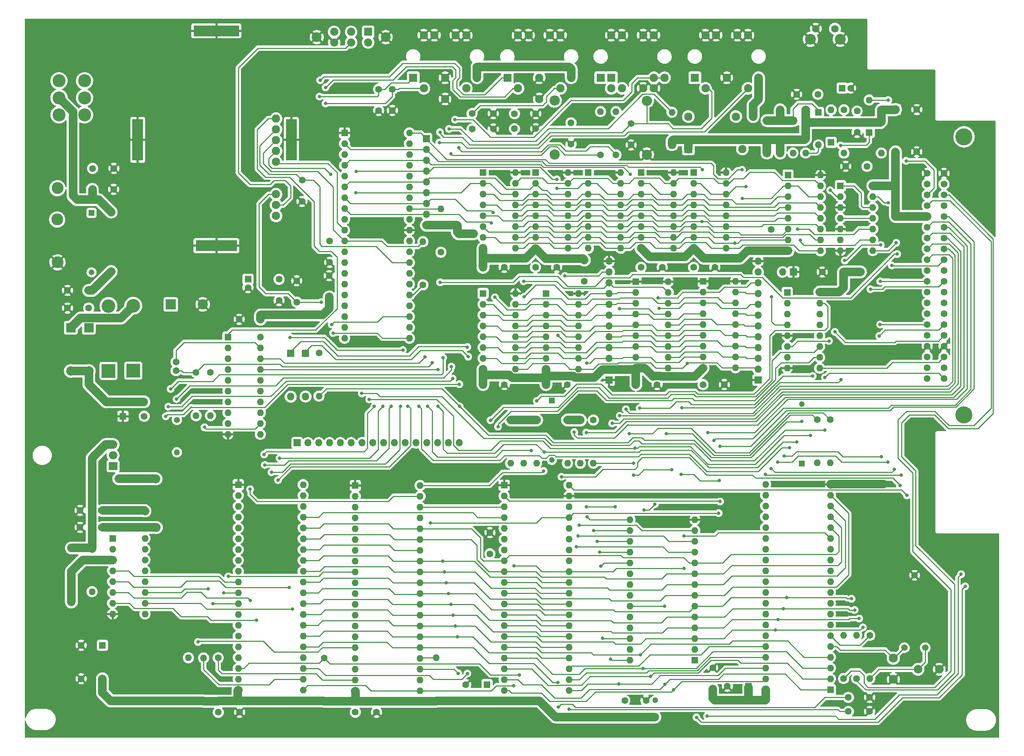
<source format=gbr>
%TF.GenerationSoftware,KiCad,Pcbnew,6.0.8-f2edbf62ab~116~ubuntu20.04.1*%
%TF.CreationDate,2022-10-23T21:23:00-04:00*%
%TF.ProjectId,coco2,636f636f-322e-46b6-9963-61645f706362,1.0.0*%
%TF.SameCoordinates,Original*%
%TF.FileFunction,Copper,L2,Bot*%
%TF.FilePolarity,Positive*%
%FSLAX46Y46*%
G04 Gerber Fmt 4.6, Leading zero omitted, Abs format (unit mm)*
G04 Created by KiCad (PCBNEW 6.0.8-f2edbf62ab~116~ubuntu20.04.1) date 2022-10-23 21:23:00*
%MOMM*%
%LPD*%
G01*
G04 APERTURE LIST*
%TA.AperFunction,ComponentPad*%
%ADD10C,1.600000*%
%TD*%
%TA.AperFunction,ComponentPad*%
%ADD11R,1.600000X1.600000*%
%TD*%
%TA.AperFunction,ComponentPad*%
%ADD12O,1.600000X1.600000*%
%TD*%
%TA.AperFunction,ComponentPad*%
%ADD13R,1.800000X1.800000*%
%TD*%
%TA.AperFunction,ComponentPad*%
%ADD14O,1.800000X1.800000*%
%TD*%
%TA.AperFunction,ComponentPad*%
%ADD15R,1.320800X1.320800*%
%TD*%
%TA.AperFunction,ComponentPad*%
%ADD16C,1.320800*%
%TD*%
%TA.AperFunction,ComponentPad*%
%ADD17R,2.000000X1.905000*%
%TD*%
%TA.AperFunction,ComponentPad*%
%ADD18O,2.000000X1.905000*%
%TD*%
%TA.AperFunction,ComponentPad*%
%ADD19C,2.400000*%
%TD*%
%TA.AperFunction,ComponentPad*%
%ADD20O,2.400000X2.400000*%
%TD*%
%TA.AperFunction,ComponentPad*%
%ADD21C,2.100000*%
%TD*%
%TA.AperFunction,ComponentPad*%
%ADD22R,1.950000X1.950000*%
%TD*%
%TA.AperFunction,ComponentPad*%
%ADD23C,1.950000*%
%TD*%
%TA.AperFunction,ComponentPad*%
%ADD24C,1.500000*%
%TD*%
%TA.AperFunction,ComponentPad*%
%ADD25C,1.778000*%
%TD*%
%TA.AperFunction,ComponentPad*%
%ADD26C,2.540000*%
%TD*%
%TA.AperFunction,ComponentPad*%
%ADD27R,2.200000X2.200000*%
%TD*%
%TA.AperFunction,ComponentPad*%
%ADD28O,2.200000X2.200000*%
%TD*%
%TA.AperFunction,ComponentPad*%
%ADD29R,1.700000X1.700000*%
%TD*%
%TA.AperFunction,ComponentPad*%
%ADD30O,1.700000X1.700000*%
%TD*%
%TA.AperFunction,ComponentPad*%
%ADD31R,2.500000X9.750000*%
%TD*%
%TA.AperFunction,ComponentPad*%
%ADD32R,9.750000X2.500000*%
%TD*%
%TA.AperFunction,ComponentPad*%
%ADD33R,10.750000X2.500000*%
%TD*%
%TA.AperFunction,ComponentPad*%
%ADD34R,3.200000X3.200000*%
%TD*%
%TA.AperFunction,ComponentPad*%
%ADD35O,3.200000X3.200000*%
%TD*%
%TA.AperFunction,ComponentPad*%
%ADD36R,2.400000X2.400000*%
%TD*%
%TA.AperFunction,ComponentPad*%
%ADD37C,3.044000*%
%TD*%
%TA.AperFunction,ComponentPad*%
%ADD38C,1.400000*%
%TD*%
%TA.AperFunction,ComponentPad*%
%ADD39O,1.400000X1.400000*%
%TD*%
%TA.AperFunction,ComponentPad*%
%ADD40C,4.000000*%
%TD*%
%TA.AperFunction,ComponentPad*%
%ADD41C,1.600200*%
%TD*%
%TA.AperFunction,ComponentPad*%
%ADD42C,2.000000*%
%TD*%
%TA.AperFunction,ComponentPad*%
%ADD43C,2.794000*%
%TD*%
%TA.AperFunction,ComponentPad*%
%ADD44R,1.905000X1.905000*%
%TD*%
%TA.AperFunction,ComponentPad*%
%ADD45C,1.905000*%
%TD*%
%TA.AperFunction,ComponentPad*%
%ADD46C,2.311400*%
%TD*%
%TA.AperFunction,ViaPad*%
%ADD47C,1.900000*%
%TD*%
%TA.AperFunction,ViaPad*%
%ADD48C,0.800000*%
%TD*%
%TA.AperFunction,Conductor*%
%ADD49C,2.000000*%
%TD*%
%TA.AperFunction,Conductor*%
%ADD50C,0.250000*%
%TD*%
G04 APERTURE END LIST*
D10*
%TO.P,C2,1*%
%TO.N,GNDS*%
X140276400Y-202359000D03*
%TO.P,C2,2*%
%TO.N,+5V*%
X135276400Y-202359000D03*
%TD*%
%TO.P,C4,1*%
%TO.N,+5V*%
X230826400Y-199609000D03*
%TO.P,C4,2*%
%TO.N,GNDS*%
X235826400Y-199609000D03*
%TD*%
%TO.P,C5,1*%
%TO.N,GNDS*%
X238436400Y-125329000D03*
%TO.P,C5,2*%
%TO.N,/dram/VCC1*%
X233436400Y-125329000D03*
%TD*%
%TO.P,C6,1*%
%TO.N,GNDS*%
X254236400Y-125329000D03*
%TO.P,C6,2*%
%TO.N,/dram/VCC1*%
X249236400Y-125329000D03*
%TD*%
%TO.P,C7,1*%
%TO.N,Net-(C7-Pad1)*%
X276226400Y-57099000D03*
%TO.P,C7,2*%
%TO.N,GNDS*%
X271226400Y-57099000D03*
%TD*%
D11*
%TO.P,C8,1*%
%TO.N,/~{RESET}*%
X281941288Y-55639000D03*
D10*
%TO.P,C8,2*%
%TO.N,GNDS*%
X283941288Y-55639000D03*
%TD*%
D11*
%TO.P,C9,1*%
%TO.N,+5V*%
X198456400Y-195879000D03*
D10*
%TO.P,C9,2*%
%TO.N,GNDS*%
X193456400Y-195879000D03*
%TD*%
%TO.P,C10,1*%
%TO.N,GNDS*%
X199126400Y-160119000D03*
%TO.P,C10,2*%
%TO.N,+5V*%
X199126400Y-165119000D03*
%TD*%
D11*
%TO.P,C11,1*%
%TO.N,Net-(C11-Pad1)*%
X259946400Y-196239000D03*
D10*
%TO.P,C11,2*%
%TO.N,GNDS*%
X254946400Y-196239000D03*
%TD*%
%TO.P,C14,1*%
%TO.N,GNDS*%
X288386400Y-202189000D03*
%TO.P,C14,2*%
%TO.N,/E*%
X283386400Y-202189000D03*
%TD*%
%TO.P,C15,1*%
%TO.N,GNDS*%
X288386400Y-198859000D03*
%TO.P,C15,2*%
%TO.N,/Q*%
X283386400Y-198859000D03*
%TD*%
%TO.P,C16,1*%
%TO.N,+5V*%
X282256400Y-98869000D03*
%TO.P,C16,2*%
%TO.N,GNDS*%
X277256400Y-98869000D03*
%TD*%
%TO.P,C17,1*%
%TO.N,GNDS*%
X285433066Y-66039000D03*
%TO.P,C17,2*%
%TO.N,/~{CTS}*%
X285433066Y-61039000D03*
%TD*%
%TO.P,C18,1*%
%TO.N,GNDS*%
X172486400Y-202349000D03*
%TO.P,C18,2*%
%TO.N,+5V*%
X167486400Y-202349000D03*
%TD*%
D11*
%TO.P,C19,1*%
%TO.N,+5V*%
X142266400Y-100553888D03*
D10*
%TO.P,C19,2*%
%TO.N,GNDS*%
X142266400Y-102553888D03*
%TD*%
%TO.P,C20,1*%
%TO.N,+5V*%
X149571400Y-100578888D03*
%TO.P,C20,2*%
%TO.N,GNDS*%
X149571400Y-105578888D03*
%TD*%
%TO.P,C21,1*%
%TO.N,GNDS*%
X153716400Y-100949000D03*
%TO.P,C21,2*%
%TO.N,Net-(C21-Pad2)*%
X153716400Y-105949000D03*
%TD*%
%TO.P,C22,1*%
%TO.N,Net-(C22-Pad1)*%
X161476400Y-91589000D03*
%TO.P,C22,2*%
%TO.N,GNDS*%
X161476400Y-96589000D03*
%TD*%
%TO.P,C23,1*%
%TO.N,GNDS*%
X154966400Y-82269000D03*
%TO.P,C23,2*%
%TO.N,Net-(C23-Pad2)*%
X154966400Y-77269000D03*
%TD*%
%TO.P,C25,1*%
%TO.N,Net-(C25-Pad1)*%
X194936400Y-65239000D03*
%TO.P,C25,2*%
%TO.N,GNDS*%
X199936400Y-65239000D03*
%TD*%
%TO.P,C24,1*%
%TO.N,Net-(C24-Pad1)*%
X194936400Y-61629000D03*
%TO.P,C24,2*%
%TO.N,GNDS*%
X199936400Y-61629000D03*
%TD*%
%TO.P,C26,1*%
%TO.N,Net-(C26-Pad1)*%
X218186400Y-63809000D03*
%TO.P,C26,2*%
%TO.N,GNDS*%
X218186400Y-68809000D03*
%TD*%
%TO.P,C27,1*%
%TO.N,/peripherals/JOY1*%
X204906400Y-65199000D03*
%TO.P,C27,2*%
%TO.N,GNDS*%
X209906400Y-65199000D03*
%TD*%
%TO.P,C28,1*%
%TO.N,GNDS*%
X209906400Y-61659000D03*
%TO.P,C28,2*%
%TO.N,/peripherals/JOY0*%
X204906400Y-61659000D03*
%TD*%
%TO.P,C29,1*%
%TO.N,/peripherals/JOY3*%
X176206400Y-55899000D03*
%TO.P,C29,2*%
%TO.N,GNDS*%
X176206400Y-60899000D03*
%TD*%
%TO.P,C30,1*%
%TO.N,GNDS*%
X172966400Y-60899000D03*
%TO.P,C30,2*%
%TO.N,/peripherals/JOY2*%
X172966400Y-55899000D03*
%TD*%
%TO.P,C31,1*%
%TO.N,+5V*%
X161346400Y-104719000D03*
%TO.P,C31,2*%
%TO.N,GNDS*%
X161346400Y-99719000D03*
%TD*%
%TO.P,C32,1*%
%TO.N,/peripherals/CASS_DATA_IN*%
X125356400Y-122049000D03*
%TO.P,C32,2*%
%TO.N,Net-(C32-Pad2)*%
X125356400Y-120049000D03*
%TD*%
%TO.P,C33,1*%
%TO.N,GNDS*%
X232316400Y-68999000D03*
%TO.P,C33,2*%
%TO.N,/peripherals/CASS_DATA_IN*%
X232316400Y-63999000D03*
%TD*%
D11*
%TO.P,C34,1*%
%TO.N,+5V*%
X108046400Y-186619000D03*
D10*
%TO.P,C34,2*%
%TO.N,GNDS*%
X103046400Y-186619000D03*
%TD*%
%TO.P,C35,1*%
%TO.N,GNDS*%
X103046400Y-194489000D03*
%TO.P,C35,2*%
%TO.N,+5V*%
X108046400Y-194489000D03*
%TD*%
%TO.P,C37,1*%
%TO.N,GNDS*%
X102786400Y-154909000D03*
%TO.P,C37,2*%
%TO.N,/peripherals/+SALT_VIN*%
X107786400Y-154909000D03*
%TD*%
D11*
%TO.P,C38,1*%
%TO.N,GNDS*%
X112863749Y-132779000D03*
D10*
%TO.P,C38,2*%
%TO.N,/peripherals/-SALT_VIN*%
X117863749Y-132779000D03*
%TD*%
%TO.P,C39,1*%
%TO.N,/peripherals/-SALT_VIN*%
X107786400Y-158889000D03*
%TO.P,C39,2*%
%TO.N,GNDS*%
X102786400Y-158889000D03*
%TD*%
%TO.P,C40,1*%
%TO.N,Net-(C40-Pad1)*%
X104826400Y-103189000D03*
%TO.P,C40,2*%
%TO.N,GNDS*%
X99826400Y-103189000D03*
%TD*%
%TO.P,C41,1*%
%TO.N,Net-(C41-Pad1)*%
X104826400Y-107349000D03*
%TO.P,C41,2*%
%TO.N,GNDS*%
X99826400Y-107349000D03*
%TD*%
%TO.P,C43,1*%
%TO.N,Net-(C43-Pad1)*%
X105686400Y-79439000D03*
%TO.P,C43,2*%
%TO.N,GNDS*%
X110686400Y-79439000D03*
%TD*%
%TO.P,C44,1*%
%TO.N,GNDS*%
X140191400Y-109974000D03*
%TO.P,C44,2*%
%TO.N,+5V*%
X145191400Y-109974000D03*
%TD*%
%TO.P,C55,1*%
%TO.N,+5V*%
X287766400Y-74029000D03*
%TO.P,C55,2*%
%TO.N,GNDS*%
X282766400Y-74029000D03*
%TD*%
%TO.P,C1,1*%
%TO.N,+5V*%
X294446400Y-70589000D03*
%TO.P,C1,2*%
%TO.N,GNDS*%
X299446400Y-70589000D03*
%TD*%
D11*
%TO.P,D1,1,K*%
%TO.N,Net-(C7-Pad1)*%
X276346400Y-61369000D03*
D12*
%TO.P,D1,2,A*%
%TO.N,/~{RESET}*%
X276346400Y-68989000D03*
%TD*%
D11*
%TO.P,D2,1,K*%
%TO.N,+5V*%
X264256400Y-70889000D03*
D12*
%TO.P,D2,2,A*%
%TO.N,Net-(C7-Pad1)*%
X264256400Y-63269000D03*
%TD*%
D11*
%TO.P,D3,1,K*%
%TO.N,Net-(C7-Pad1)*%
X270366400Y-63269000D03*
D12*
%TO.P,D3,2,A*%
%TO.N,/VDGCLK*%
X270366400Y-70889000D03*
%TD*%
D11*
%TO.P,D4,1,K*%
%TO.N,+5V*%
X241926400Y-68929000D03*
D12*
%TO.P,D4,2,A*%
%TO.N,/peripherals/CASS_MTR_OUT*%
X241926400Y-61309000D03*
%TD*%
D13*
%TO.P,D6,1,K*%
%TO.N,Net-(C25-Pad1)*%
X155786400Y-117979000D03*
D14*
%TO.P,D6,2,A*%
%TO.N,/peripherals/LSW*%
X155786400Y-128139000D03*
%TD*%
D15*
%TO.P,FB1,1*%
%TO.N,Net-(C43-Pad1)*%
X110106400Y-84779000D03*
D16*
%TO.P,FB1,2*%
%TO.N,Net-(C40-Pad1)*%
X110106400Y-98749000D03*
%TD*%
D15*
%TO.P,FB2,1*%
%TO.N,Net-(C42-Pad1)*%
X105486400Y-84969000D03*
D16*
%TO.P,FB2,2*%
%TO.N,Net-(C41-Pad1)*%
X105486400Y-98939000D03*
%TD*%
D15*
%TO.P,FB3,1*%
%TO.N,Net-(C11-Pad1)*%
X251926400Y-199549000D03*
D16*
%TO.P,FB3,2*%
%TO.N,+5V*%
X237956400Y-199549000D03*
%TD*%
D17*
%TO.P,Q1,1,B*%
%TO.N,Net-(IC7-Pad1)*%
X110556400Y-144509000D03*
D18*
%TO.P,Q1,2,C*%
%TO.N,/peripherals/+SALT_VIN*%
X110556400Y-141969000D03*
%TO.P,Q1,3,E*%
%TO.N,Net-(Q1-Pad3)*%
X110556400Y-139429000D03*
%TD*%
D10*
%TO.P,R1,1*%
%TO.N,+5V*%
X131836400Y-199759000D03*
D12*
%TO.P,R1,2*%
%TO.N,Net-(IC4-Pad22)*%
X131836400Y-189599000D03*
%TD*%
D10*
%TO.P,R2,1*%
%TO.N,/~{CART}*%
X160146400Y-189619000D03*
D12*
%TO.P,R2,2*%
%TO.N,+5V*%
X160146400Y-199779000D03*
%TD*%
D10*
%TO.P,R3,1*%
%TO.N,+5V*%
X128256400Y-199699000D03*
D12*
%TO.P,R3,2*%
%TO.N,Net-(IC4-Pad12)*%
X128256400Y-189539000D03*
%TD*%
D10*
%TO.P,R4,1*%
%TO.N,/peripherals/SND_OUT*%
X133446400Y-122479000D03*
D12*
%TO.P,R4,2*%
%TO.N,Net-(IC4-Pad11)*%
X133446400Y-132639000D03*
%TD*%
D19*
%TO.P,R5,1*%
%TO.N,+5V*%
X214316400Y-71249000D03*
D20*
%TO.P,R5,2*%
%TO.N,Net-(C26-Pad1)*%
X214316400Y-58549000D03*
%TD*%
D10*
%TO.P,R6,1*%
%TO.N,/video/~{BURST}PC*%
X183376400Y-101899000D03*
D12*
%TO.P,R6,2*%
%TO.N,Net-(IC3-Pad11)*%
X183376400Y-91739000D03*
%TD*%
D10*
%TO.P,R7,1*%
%TO.N,/VDGCLK*%
X187616400Y-94209000D03*
D12*
%TO.P,R7,2*%
%TO.N,Net-(IC3-Pad33)*%
X187616400Y-84049000D03*
%TD*%
D10*
%TO.P,R8,1*%
%TO.N,Net-(C21-Pad2)*%
X158956400Y-117889000D03*
D12*
%TO.P,R8,2*%
%TO.N,/VDGCLK*%
X158956400Y-128049000D03*
%TD*%
D10*
%TO.P,R9,1*%
%TO.N,+5V*%
X186476400Y-199709000D03*
D12*
%TO.P,R9,2*%
%TO.N,Net-(IC5-Pad22)*%
X186476400Y-189549000D03*
%TD*%
D10*
%TO.P,R10,1*%
%TO.N,/peripherals/SELB*%
X135256400Y-189569000D03*
D12*
%TO.P,R10,2*%
%TO.N,+5V*%
X135256400Y-199729000D03*
%TD*%
D10*
%TO.P,R11,1*%
%TO.N,/E*%
X285346400Y-194429000D03*
D12*
%TO.P,R11,2*%
%TO.N,Net-(IC2-Pad14)*%
X285346400Y-184269000D03*
%TD*%
D10*
%TO.P,R12,1*%
%TO.N,/Q*%
X282266400Y-194429000D03*
D12*
%TO.P,R12,2*%
%TO.N,Net-(IC2-Pad13)*%
X282266400Y-184269000D03*
%TD*%
D10*
%TO.P,R13,1*%
%TO.N,+5V*%
X267356400Y-70899000D03*
D12*
%TO.P,R13,2*%
%TO.N,Net-(C7-Pad1)*%
X267356400Y-60739000D03*
%TD*%
D10*
%TO.P,R14,1*%
%TO.N,+5V*%
X273336400Y-60739000D03*
D12*
%TO.P,R14,2*%
%TO.N,/~{RESET}*%
X273336400Y-70899000D03*
%TD*%
D10*
%TO.P,R15,1*%
%TO.N,+5V*%
X207056400Y-133659000D03*
D12*
%TO.P,R15,2*%
%TO.N,/~{IRQ}*%
X207056400Y-143819000D03*
%TD*%
D10*
%TO.P,R16,1*%
%TO.N,+5V*%
X210116400Y-133659000D03*
D12*
%TO.P,R16,2*%
%TO.N,/~{FIRQ}*%
X210116400Y-143819000D03*
%TD*%
D10*
%TO.P,R17,1*%
%TO.N,+5V*%
X204016400Y-133659000D03*
D12*
%TO.P,R17,2*%
%TO.N,/~{NMI}*%
X204016400Y-143819000D03*
%TD*%
D10*
%TO.P,R18,1*%
%TO.N,+5V*%
X217366400Y-133659000D03*
D12*
%TO.P,R18,2*%
%TO.N,/~{HALT}*%
X217366400Y-143819000D03*
%TD*%
D10*
%TO.P,R19,1*%
%TO.N,+5V*%
X291146398Y-60739000D03*
D12*
%TO.P,R19,2*%
%TO.N,/~{SLENB}*%
X291146398Y-70899000D03*
%TD*%
D10*
%TO.P,R20,1*%
%TO.N,+5V*%
X220406400Y-133659000D03*
D12*
%TO.P,R20,2*%
%TO.N,Net-(IC8-Pad27)*%
X220406400Y-143819000D03*
%TD*%
D10*
%TO.P,R21,1*%
%TO.N,Net-(IC2-Pad6)*%
X288426400Y-184269000D03*
D12*
%TO.P,R21,2*%
%TO.N,Net-(C13-Pad1)*%
X288426400Y-194429000D03*
%TD*%
D10*
%TO.P,R22,1*%
%TO.N,/peripherals/CASS_DATA_IN*%
X130046400Y-122479000D03*
D12*
%TO.P,R22,2*%
%TO.N,Net-(IC7-Pad11)*%
X130046400Y-132639000D03*
%TD*%
D19*
%TO.P,R23,1*%
%TO.N,GNDS*%
X235996400Y-71299000D03*
D20*
%TO.P,R23,2*%
%TO.N,/peripherals/CASS_DATA_IN*%
X235996400Y-58599000D03*
%TD*%
D10*
%TO.P,R24,1*%
%TO.N,Net-(Q1-Pad3)*%
X105606400Y-163859000D03*
D12*
%TO.P,R24,2*%
%TO.N,Net-(IC7-Pad2)*%
X105606400Y-174019000D03*
%TD*%
D10*
%TO.P,R25,1*%
%TO.N,+5V*%
X100756400Y-176449000D03*
D12*
%TO.P,R25,2*%
%TO.N,Net-(Q1-Pad3)*%
X100756400Y-163749000D03*
%TD*%
D10*
%TO.P,R26,1*%
%TO.N,/peripherals/SERIAL_DATA_IN*%
X228766400Y-71329000D03*
D12*
%TO.P,R26,2*%
%TO.N,Net-(JK3-Pad2)*%
X228766400Y-61169000D03*
%TD*%
D10*
%TO.P,R27,1*%
%TO.N,/peripherals/CD_IN*%
X225126400Y-71329000D03*
D12*
%TO.P,R27,2*%
%TO.N,Net-(JK3-Pad1)*%
X225126400Y-61169000D03*
%TD*%
D10*
%TO.P,R29,1*%
%TO.N,/~{CTS}*%
X282346400Y-60749000D03*
D12*
%TO.P,R29,2*%
%TO.N,Net-(IC12-Pad12)*%
X282346400Y-70909000D03*
%TD*%
D10*
%TO.P,R31,1*%
%TO.N,/dram/~{CAS}*%
X276046400Y-133609000D03*
D12*
%TO.P,R31,2*%
%TO.N,Net-(IC2-Pad11)*%
X276046400Y-143769000D03*
%TD*%
D21*
%TO.P,TC1,1*%
%TO.N,Net-(IC2-Pad5)*%
X293956400Y-189639000D03*
%TO.P,TC1,2*%
%TO.N,GNDS*%
X293956400Y-194639000D03*
%TD*%
D22*
%TO.P,JK3,1*%
%TO.N,Net-(JK3-Pad1)*%
X225166732Y-53199000D03*
X227666732Y-53199000D03*
D23*
%TO.P,JK3,2*%
%TO.N,Net-(JK3-Pad2)*%
X227666732Y-55699000D03*
X230166732Y-55699000D03*
%TO.P,JK3,3*%
%TO.N,GNDS*%
X235166732Y-55699000D03*
X237666732Y-55699000D03*
%TO.P,JK3,4*%
%TO.N,Net-(JK3-Pad4)*%
X240166732Y-53199000D03*
X237666732Y-53199000D03*
%TO.P,JK3,E1*%
%TO.N,GNDS*%
X235166732Y-43199000D03*
X237666732Y-43199000D03*
%TO.P,JK3,E2*%
X227666732Y-43199000D03*
X230166732Y-43199000D03*
%TD*%
D24*
%TO.P,X1,1,1*%
%TO.N,Net-(C13-Pad1)*%
X301456400Y-187179000D03*
%TO.P,X1,2,2*%
%TO.N,Net-(IC2-Pad5)*%
X296556400Y-187179000D03*
%TO.P,X1,3,3*%
%TO.N,GNDS*%
X298956400Y-170179000D03*
%TD*%
D11*
%TO.P,IC7,1,PASS_TRANS_BASE_DRIVE*%
%TO.N,Net-(IC7-Pad1)*%
X110436400Y-161479000D03*
D12*
%TO.P,IC7,2,PASS_TRANS_SENSE*%
%TO.N,Net-(IC7-Pad2)*%
X110436400Y-164019000D03*
%TO.P,IC7,3,CURRENT_LIMT*%
%TO.N,+5V*%
X110436400Y-166559000D03*
%TO.P,IC7,4,SER_DATA_OUT(TTL)*%
%TO.N,/peripherals/SER_DATA_OUT_TTL*%
X110436400Y-169099000D03*
%TO.P,IC7,5,CD_OUT(TTL)*%
%TO.N,/peripherals/CD_OUT_TTL*%
X110436400Y-171639000D03*
%TO.P,IC7,6,SER_DATA_IN_(TTL)*%
%TO.N,/peripherals/SER_DATA_IN_TTL*%
X110436400Y-174179000D03*
%TO.P,IC7,7,CASS_DATA_OUT(TTL)*%
%TO.N,/peripherals/CASS_DATA_OUT_TTL*%
X110436400Y-176719000D03*
%TO.P,IC7,8,GND*%
%TO.N,GNDS*%
X110436400Y-179259000D03*
%TO.P,IC7,9,CASS_MTR_OUT*%
%TO.N,/peripherals/CASS_MTR_OUT*%
X118056400Y-179259000D03*
%TO.P,IC7,10,CASS_MTR_IN(TTL)*%
%TO.N,/peripherals/CASS_M_IN_TTL*%
X118056400Y-176719000D03*
%TO.P,IC7,11,CASS_DATA_IN(0_CROSSING)*%
%TO.N,Net-(IC7-Pad11)*%
X118056400Y-174179000D03*
%TO.P,IC7,12,SER_DATA_OUT(RS232)*%
%TO.N,/peripherals/SER_DATA_OUT*%
X118056400Y-171639000D03*
%TO.P,IC7,13,CD_IN(RS-232)*%
%TO.N,/peripherals/CD_IN*%
X118056400Y-169099000D03*
%TO.P,IC7,14,SER_DATA_IN_(RS232)*%
%TO.N,/peripherals/SERIAL_DATA_IN*%
X118056400Y-166559000D03*
%TO.P,IC7,15,UN_REG_-V_IN*%
%TO.N,/peripherals/-SALT_VIN*%
X118056400Y-164019000D03*
%TO.P,IC7,16,UN_REG_+V_IN*%
%TO.N,/peripherals/+SALT_VIN*%
X118056400Y-161479000D03*
%TD*%
D25*
%TO.P,SW3,1,1*%
%TO.N,Net-(C7-Pad1)*%
X280236400Y-41679000D03*
%TO.P,SW3,2,2*%
%TO.N,GNDS*%
X275736400Y-41679000D03*
D26*
%TO.P,SW3,GNDS,GNDS*%
X281486400Y-44179000D03*
X274486400Y-44179000D03*
%TD*%
D11*
%TO.P,IC12,1,A0*%
%TO.N,Net-(IC12-Pad1)*%
X269016400Y-103699000D03*
D12*
%TO.P,IC12,2,A1*%
%TO.N,Net-(IC12-Pad2)*%
X269016400Y-106239000D03*
%TO.P,IC12,3,A2*%
%TO.N,Net-(IC12-Pad3)*%
X269016400Y-108779000D03*
%TO.P,IC12,4,E1*%
%TO.N,Net-(IC12-Pad4)*%
X269016400Y-111319000D03*
%TO.P,IC12,5,E2*%
%TO.N,GNDS*%
X269016400Y-113859000D03*
%TO.P,IC12,6,E3*%
%TO.N,/~{SLENB}*%
X269016400Y-116399000D03*
%TO.P,IC12,7,O7*%
%TO.N,unconnected-(IC12-Pad7)*%
X269016400Y-118939000D03*
%TO.P,IC12,8,GND*%
%TO.N,GNDS*%
X269016400Y-121479000D03*
%TO.P,IC12,9,O6*%
%TO.N,/~{SCS}*%
X276636400Y-121479000D03*
%TO.P,IC12,10,O5*%
%TO.N,/~{CSPIA1}*%
X276636400Y-118939000D03*
%TO.P,IC12,11,O4*%
%TO.N,/~{CS_PIA0}*%
X276636400Y-116399000D03*
%TO.P,IC12,12,O3*%
%TO.N,Net-(IC12-Pad12)*%
X276636400Y-113859000D03*
%TO.P,IC12,13,O2*%
%TO.N,/roms/~{CS_BASIC}*%
X276636400Y-111319000D03*
%TO.P,IC12,14,O1*%
%TO.N,/sam/~{CS_EXTENDED_BASIC}*%
X276636400Y-108779000D03*
%TO.P,IC12,15,O0*%
%TO.N,/sam/~{BUS_ENABLE}*%
X276636400Y-106239000D03*
%TO.P,IC12,16,VCC*%
%TO.N,+5V*%
X276636400Y-103699000D03*
%TD*%
D11*
%TO.P,IC6,1,SNDOUT*%
%TO.N,/peripherals/SND_OUT*%
X137556400Y-114159000D03*
D12*
%TO.P,IC6,2,SNDEN*%
%TO.N,Net-(IC4-Pad19)*%
X137556400Y-116699000D03*
%TO.P,IC6,3,D0*%
%TO.N,Net-(IC4-Pad4)*%
X137556400Y-119239000D03*
%TO.P,IC6,4,D1*%
%TO.N,Net-(IC4-Pad5)*%
X137556400Y-121779000D03*
%TO.P,IC6,5,D2*%
%TO.N,Net-(IC4-Pad6)*%
X137556400Y-124319000D03*
%TO.P,IC6,6,D3*%
%TO.N,Net-(IC4-Pad7)*%
X137556400Y-126859000D03*
%TO.P,IC6,7,D4*%
%TO.N,Net-(IC4-Pad8)*%
X137556400Y-129399000D03*
%TO.P,IC6,8,D5*%
%TO.N,Net-(IC4-Pad9)*%
X137556400Y-131939000D03*
%TO.P,IC6,9,HI/LO*%
%TO.N,/peripherals/HI_LO*%
X137556400Y-134479000D03*
%TO.P,IC6,10,GND*%
%TO.N,GNDS*%
X137556400Y-137019000D03*
%TO.P,IC6,11,SELA*%
%TO.N,/peripherals/SELA*%
X145176400Y-137019000D03*
%TO.P,IC6,12,SELB*%
%TO.N,/peripherals/SELB*%
X145176400Y-134479000D03*
%TO.P,IC6,13,JOY3*%
%TO.N,/peripherals/JOY3*%
X145176400Y-131939000D03*
%TO.P,IC6,14,JOY2*%
%TO.N,/peripherals/JOY2*%
X145176400Y-129399000D03*
%TO.P,IC6,15,JOY1*%
%TO.N,/peripherals/JOY1*%
X145176400Y-126859000D03*
%TO.P,IC6,16,JOY0*%
%TO.N,/peripherals/JOY0*%
X145176400Y-124319000D03*
%TO.P,IC6,17,CASOUT*%
%TO.N,Net-(IC6-Pad17)*%
X145176400Y-121779000D03*
%TO.P,IC6,18,SND2*%
%TO.N,/CART_SND*%
X145176400Y-119239000D03*
%TO.P,IC6,19,SND1*%
%TO.N,Net-(C32-Pad2)*%
X145176400Y-116699000D03*
%TO.P,IC6,20,VCC*%
%TO.N,+5V*%
X145176400Y-114159000D03*
%TD*%
D11*
%TO.P,IC8,1,VPP*%
%TO.N,Net-(IC8-Pad1)*%
X247296400Y-190129000D03*
D12*
%TO.P,IC8,2,A12*%
%TO.N,/roms/A12_OR*%
X247296400Y-187589000D03*
%TO.P,IC8,3,A7*%
%TO.N,/A7*%
X247296400Y-185049000D03*
%TO.P,IC8,4,A6*%
%TO.N,/A6*%
X247296400Y-182509000D03*
%TO.P,IC8,5,A5*%
%TO.N,/A5*%
X247296400Y-179969000D03*
%TO.P,IC8,6,A4*%
%TO.N,/A4*%
X247296400Y-177429000D03*
%TO.P,IC8,7,A3*%
%TO.N,/A3*%
X247296400Y-174889000D03*
%TO.P,IC8,8,A2*%
%TO.N,/A2*%
X247296400Y-172349000D03*
%TO.P,IC8,9,A1*%
%TO.N,/A1*%
X247296400Y-169809000D03*
%TO.P,IC8,10,A0*%
%TO.N,/A0*%
X247296400Y-167269000D03*
%TO.P,IC8,11,D0*%
%TO.N,/D0*%
X247296400Y-164729000D03*
%TO.P,IC8,12,D1*%
%TO.N,/D1*%
X247296400Y-162189000D03*
%TO.P,IC8,13,D2*%
%TO.N,/D2*%
X247296400Y-159649000D03*
%TO.P,IC8,14,GND*%
%TO.N,GNDS*%
X247296400Y-157109000D03*
%TO.P,IC8,15,D3*%
%TO.N,/D3*%
X232056400Y-157109000D03*
%TO.P,IC8,16,D4*%
%TO.N,/D4*%
X232056400Y-159649000D03*
%TO.P,IC8,17,D5*%
%TO.N,/D5*%
X232056400Y-162189000D03*
%TO.P,IC8,18,D6*%
%TO.N,/D6*%
X232056400Y-164729000D03*
%TO.P,IC8,19,D7*%
%TO.N,/D7*%
X232056400Y-167269000D03*
%TO.P,IC8,20,~{CE}*%
%TO.N,/roms/~{CE_}A11*%
X232056400Y-169809000D03*
%TO.P,IC8,21,A10*%
%TO.N,/A10*%
X232056400Y-172349000D03*
%TO.P,IC8,22,~{OE}*%
%TO.N,/roms/~{ROM_OE}*%
X232056400Y-174889000D03*
%TO.P,IC8,23,A11*%
%TO.N,/roms/A11_OR_A12*%
X232056400Y-177429000D03*
%TO.P,IC8,24,A9*%
%TO.N,/A9*%
X232056400Y-179969000D03*
%TO.P,IC8,25,A8*%
%TO.N,/A8*%
X232056400Y-182509000D03*
%TO.P,IC8,26,A13*%
%TO.N,/roms/A13_VCC*%
X232056400Y-185049000D03*
%TO.P,IC8,27,~{PGM}*%
%TO.N,Net-(IC8-Pad27)*%
X232056400Y-187589000D03*
%TO.P,IC8,28,VCC*%
%TO.N,+5V*%
X232056400Y-190129000D03*
%TD*%
D11*
%TO.P,IC11,1,~{OE}*%
%TO.N,GNDS*%
X249236400Y-101071500D03*
D12*
%TO.P,IC11,2,DQ1*%
%TO.N,/dram/DD4*%
X249236400Y-103611500D03*
%TO.P,IC11,3,DQ2*%
%TO.N,/dram/DD5*%
X249236400Y-106151500D03*
%TO.P,IC11,4,~{WE}*%
%TO.N,/dram/~{WE}*%
X249236400Y-108691500D03*
%TO.P,IC11,5,~{RAS}*%
%TO.N,/dram/~{RAS}*%
X249236400Y-111231500D03*
%TO.P,IC11,6,A6*%
%TO.N,/dram/MA6*%
X249236400Y-113771500D03*
%TO.P,IC11,7,A5*%
%TO.N,/dram/MA5*%
X249236400Y-116311500D03*
%TO.P,IC11,8,A4*%
%TO.N,/dram/MA4*%
X249236400Y-118851500D03*
%TO.P,IC11,9,VCC*%
%TO.N,/dram/VCC1*%
X249236400Y-121391500D03*
%TO.P,IC11,10,A7*%
%TO.N,/dram/MA7*%
X256856400Y-121391500D03*
%TO.P,IC11,11,A3*%
%TO.N,/dram/MA3*%
X256856400Y-118851500D03*
%TO.P,IC11,12,A2*%
%TO.N,/dram/MA2*%
X256856400Y-116311500D03*
%TO.P,IC11,13,A1*%
%TO.N,/dram/MA1*%
X256856400Y-113771500D03*
%TO.P,IC11,14,A0*%
%TO.N,/dram/MA0*%
X256856400Y-111231500D03*
%TO.P,IC11,15,DQ3*%
%TO.N,/dram/DD6*%
X256856400Y-108691500D03*
%TO.P,IC11,16,~{CAS}*%
%TO.N,/dram/~{CAS}*%
X256856400Y-106151500D03*
%TO.P,IC11,17,DQ4*%
%TO.N,/dram/DD7*%
X256856400Y-103611500D03*
%TO.P,IC11,18,VSS*%
%TO.N,GNDS*%
X256856400Y-101071500D03*
%TD*%
D27*
%TO.P,D9,1,K*%
%TO.N,Net-(C41-Pad1)*%
X104846400Y-111989000D03*
D28*
%TO.P,D9,2,A*%
%TO.N,/peripherals/-SALT_VIN*%
X104846400Y-122149000D03*
%TD*%
D29*
%TO.P,CN2,1,Pin_1*%
%TO.N,/peripherals/RSW*%
X153826400Y-139029000D03*
D30*
%TO.P,CN2,2,Pin_2*%
%TO.N,/peripherals/LSW*%
X156366400Y-139029000D03*
%TO.P,CN2,3,Pin_3*%
%TO.N,unconnected-(CN2-Pad3)*%
X158906400Y-139029000D03*
%TO.P,CN2,4,Pin_4*%
%TO.N,/peripherals/KR3*%
X161446400Y-139029000D03*
%TO.P,CN2,5,Pin_5*%
%TO.N,/peripherals/KR4*%
X163986400Y-139029000D03*
%TO.P,CN2,6,Pin_6*%
%TO.N,/peripherals/KR5*%
X166526400Y-139029000D03*
%TO.P,CN2,7,Pin_7*%
%TO.N,/peripherals/KR6*%
X169066400Y-139029000D03*
%TO.P,CN2,8,Pin_8*%
%TO.N,/peripherals/KR7*%
X171606400Y-139029000D03*
%TO.P,CN2,9,Pin_9*%
%TO.N,Net-(CN2-Pad9)*%
X174146400Y-139029000D03*
%TO.P,CN2,10,Pin_10*%
%TO.N,Net-(CN2-Pad10)*%
X176686400Y-139029000D03*
%TO.P,CN2,11,Pin_11*%
%TO.N,Net-(CN2-Pad11)*%
X179226400Y-139029000D03*
%TO.P,CN2,12,Pin_12*%
%TO.N,Net-(CN2-Pad12)*%
X181766400Y-139029000D03*
%TO.P,CN2,13,Pin_13*%
%TO.N,Net-(CN2-Pad13)*%
X184306400Y-139029000D03*
%TO.P,CN2,14,Pin_14*%
%TO.N,Net-(CN2-Pad14)*%
X186846400Y-139029000D03*
%TO.P,CN2,15,Pin_15*%
%TO.N,Net-(CN2-Pad15)*%
X189386400Y-139029000D03*
%TO.P,CN2,16,Pin_16*%
%TO.N,Net-(CN2-Pad16)*%
X191926400Y-139029000D03*
%TD*%
D11*
%TO.P,IC2,1,A11*%
%TO.N,/A11*%
X279176400Y-197039000D03*
D12*
%TO.P,IC2,2,A10*%
%TO.N,/A10*%
X279176400Y-194499000D03*
%TO.P,IC2,3,A9*%
%TO.N,/A9*%
X279176400Y-191959000D03*
%TO.P,IC2,4,A8*%
%TO.N,/A8*%
X279176400Y-189419000D03*
%TO.P,IC2,5,OSCIN*%
%TO.N,Net-(IC2-Pad5)*%
X279176400Y-186879000D03*
%TO.P,IC2,6,OSCOUT*%
%TO.N,Net-(IC2-Pad6)*%
X279176400Y-184339000D03*
%TO.P,IC2,7,VCLK*%
%TO.N,Net-(FB4-Pad1)*%
X279176400Y-181799000D03*
%TO.P,IC2,8,DA0*%
%TO.N,/sam/DA0*%
X279176400Y-179259000D03*
%TO.P,IC2,9,~{HS}*%
%TO.N,/~{HS}*%
X279176400Y-176719000D03*
%TO.P,IC2,10,~{WE}*%
%TO.N,/dram/~{WE}*%
X279176400Y-174179000D03*
%TO.P,IC2,11,~{CAS}*%
%TO.N,Net-(IC2-Pad11)*%
X279176400Y-171639000D03*
%TO.P,IC2,12,~{RAS0}*%
%TO.N,/sam/~{RAS_}CP*%
X279176400Y-169099000D03*
%TO.P,IC2,13,Q*%
%TO.N,Net-(IC2-Pad13)*%
X279176400Y-166559000D03*
%TO.P,IC2,14,E*%
%TO.N,Net-(IC2-Pad14)*%
X279176400Y-164019000D03*
%TO.P,IC2,15,R/~{W}*%
%TO.N,/R~{W}*%
X279176400Y-161479000D03*
%TO.P,IC2,16,A0*%
%TO.N,/A0*%
X279176400Y-158939000D03*
%TO.P,IC2,17,A1*%
%TO.N,/A1*%
X279176400Y-156399000D03*
%TO.P,IC2,18,A2*%
%TO.N,/A2*%
X279176400Y-153859000D03*
%TO.P,IC2,19,A3*%
%TO.N,/A3*%
X279176400Y-151319000D03*
%TO.P,IC2,20,GND*%
%TO.N,GNDS*%
X279176400Y-148779000D03*
%TO.P,IC2,21,A4*%
%TO.N,/A4*%
X263936400Y-148779000D03*
%TO.P,IC2,22,A5*%
%TO.N,/A5*%
X263936400Y-151319000D03*
%TO.P,IC2,23,A6*%
%TO.N,/A6*%
X263936400Y-153859000D03*
%TO.P,IC2,24,A7*%
%TO.N,/A7*%
X263936400Y-156399000D03*
%TO.P,IC2,25,S2*%
%TO.N,Net-(IC12-Pad3)*%
X263936400Y-158939000D03*
%TO.P,IC2,26,S1*%
%TO.N,Net-(IC12-Pad2)*%
X263936400Y-161479000D03*
%TO.P,IC2,27,S0*%
%TO.N,Net-(IC12-Pad1)*%
X263936400Y-164019000D03*
%TO.P,IC2,28,Z0*%
%TO.N,/dram/MA0*%
X263936400Y-166559000D03*
%TO.P,IC2,29,Z1*%
%TO.N,/dram/MA1*%
X263936400Y-169099000D03*
%TO.P,IC2,30,Z2*%
%TO.N,/dram/MA2*%
X263936400Y-171639000D03*
%TO.P,IC2,31,Z3*%
%TO.N,/dram/MA3*%
X263936400Y-174179000D03*
%TO.P,IC2,32,Z4*%
%TO.N,/dram/MA4*%
X263936400Y-176719000D03*
%TO.P,IC2,33,Z5*%
%TO.N,/dram/MA5*%
X263936400Y-179259000D03*
%TO.P,IC2,34,Z6*%
%TO.N,/dram/MA6*%
X263936400Y-181799000D03*
%TO.P,IC2,35,Z7(~{RAS1})*%
%TO.N,/dram/MA7*%
X263936400Y-184339000D03*
%TO.P,IC2,36,A15*%
%TO.N,/A15*%
X263936400Y-186879000D03*
%TO.P,IC2,37,A14*%
%TO.N,/A14*%
X263936400Y-189419000D03*
%TO.P,IC2,38,A13*%
%TO.N,/A13*%
X263936400Y-191959000D03*
%TO.P,IC2,39,A12*%
%TO.N,/A12*%
X263936400Y-194499000D03*
%TO.P,IC2,40,VCC*%
%TO.N,Net-(C11-Pad1)*%
X263936400Y-197039000D03*
%TD*%
D23*
%TO.P,MDV-6,1,B+*%
%TO.N,+5V*%
X148846400Y-85679000D03*
%TO.P,MDV-6,2,CH_SEL*%
%TO.N,Net-(MDV-6-Pad2)*%
X148846400Y-83139000D03*
%TO.P,MDV-6,3,CLK*%
%TO.N,Net-(C21-Pad2)*%
X148846400Y-80599000D03*
%TO.P,MDV-6,4,0B*%
%TO.N,Net-(IC3-Pad10)*%
X148846400Y-72979000D03*
%TO.P,MDV-6,5,CHB*%
%TO.N,Net-(C22-Pad1)*%
X148846400Y-70439000D03*
%TO.P,MDV-6,6,0A*%
%TO.N,Net-(IC3-Pad11)*%
X148846400Y-67899000D03*
%TO.P,MDV-6,7,Y*%
%TO.N,Net-(C23-Pad2)*%
X148846400Y-65359000D03*
%TO.P,MDV-6,8,SND*%
%TO.N,/peripherals/SND_OUT*%
X148846400Y-62819000D03*
D31*
%TO.P,MDV-6,9,GND*%
%TO.N,GNDS*%
X116346400Y-67799000D03*
X152446400Y-67799000D03*
D32*
X134821400Y-92674000D03*
D33*
X134821400Y-42174000D03*
%TD*%
D29*
%TO.P,CN3,1,Pin_1*%
%TO.N,GNDS*%
X227176400Y-124281500D03*
D30*
%TO.P,CN3,2,Pin_2*%
%TO.N,/dram/VCC1*%
X227176400Y-121741500D03*
%TO.P,CN3,3,Pin_3*%
%TO.N,/dram/MA4*%
X227176400Y-119201500D03*
%TO.P,CN3,4,Pin_4*%
%TO.N,/dram/MA5*%
X227176400Y-116661500D03*
%TO.P,CN3,5,Pin_5*%
%TO.N,/dram/MA6*%
X227176400Y-114121500D03*
%TO.P,CN3,6,Pin_6*%
%TO.N,/dram/~{RAS}*%
X227176400Y-111581500D03*
%TO.P,CN3,7,Pin_7*%
%TO.N,/dram/~{WE}*%
X227176400Y-109041500D03*
%TO.P,CN3,8,Pin_8*%
%TO.N,/dram/DD1*%
X227176400Y-106501500D03*
%TO.P,CN3,9,Pin_9*%
%TO.N,/dram/DD0*%
X227176400Y-103961500D03*
%TO.P,CN3,10,Pin_10*%
%TO.N,/dram/DD3*%
X227176400Y-101421500D03*
%TO.P,CN3,11,Pin_11*%
%TO.N,/dram/DD2*%
X227176400Y-98881500D03*
%TO.P,CN3,12,Pin_12*%
%TO.N,GNDS*%
X227176400Y-96341500D03*
%TD*%
D11*
%TO.P,IC1,1,VSS*%
%TO.N,GNDS*%
X202486400Y-148989000D03*
D12*
%TO.P,IC1,2,~{NMI}*%
%TO.N,/~{NMI}*%
X202486400Y-151529000D03*
%TO.P,IC1,3,~{IRQ}*%
%TO.N,/~{IRQ}*%
X202486400Y-154069000D03*
%TO.P,IC1,4,~{FIRQ}*%
%TO.N,/~{FIRQ}*%
X202486400Y-156609000D03*
%TO.P,IC1,5,BS*%
%TO.N,unconnected-(IC1-Pad5)*%
X202486400Y-159149000D03*
%TO.P,IC1,6,BA*%
%TO.N,unconnected-(IC1-Pad6)*%
X202486400Y-161689000D03*
%TO.P,IC1,7,VCC*%
%TO.N,+5V*%
X202486400Y-164229000D03*
%TO.P,IC1,8,A0*%
%TO.N,/A0*%
X202486400Y-166769000D03*
%TO.P,IC1,9,A1*%
%TO.N,/A1*%
X202486400Y-169309000D03*
%TO.P,IC1,10,A2*%
%TO.N,/A2*%
X202486400Y-171849000D03*
%TO.P,IC1,11,A3*%
%TO.N,/A3*%
X202486400Y-174389000D03*
%TO.P,IC1,12,A4*%
%TO.N,/A4*%
X202486400Y-176929000D03*
%TO.P,IC1,13,A5*%
%TO.N,/A5*%
X202486400Y-179469000D03*
%TO.P,IC1,14,A6*%
%TO.N,/A6*%
X202486400Y-182009000D03*
%TO.P,IC1,15,A7*%
%TO.N,/A7*%
X202486400Y-184549000D03*
%TO.P,IC1,16,A8*%
%TO.N,/A8*%
X202486400Y-187089000D03*
%TO.P,IC1,17,A9*%
%TO.N,/A9*%
X202486400Y-189629000D03*
%TO.P,IC1,18,A10*%
%TO.N,/A10*%
X202486400Y-192169000D03*
%TO.P,IC1,19,A11*%
%TO.N,/A11*%
X202486400Y-194709000D03*
%TO.P,IC1,20,A12*%
%TO.N,/A12*%
X202486400Y-197249000D03*
%TO.P,IC1,21,A13*%
%TO.N,/A13*%
X217726400Y-197249000D03*
%TO.P,IC1,22,A14*%
%TO.N,/A14*%
X217726400Y-194709000D03*
%TO.P,IC1,23,A15*%
%TO.N,/A15*%
X217726400Y-192169000D03*
%TO.P,IC1,24,D7*%
%TO.N,/D7*%
X217726400Y-189629000D03*
%TO.P,IC1,25,D6*%
%TO.N,/D6*%
X217726400Y-187089000D03*
%TO.P,IC1,26,D5*%
%TO.N,/D5*%
X217726400Y-184549000D03*
%TO.P,IC1,27,D4*%
%TO.N,/D4*%
X217726400Y-182009000D03*
%TO.P,IC1,28,D3*%
%TO.N,/D3*%
X217726400Y-179469000D03*
%TO.P,IC1,29,D2*%
%TO.N,/D2*%
X217726400Y-176929000D03*
%TO.P,IC1,30,D1*%
%TO.N,/D1*%
X217726400Y-174389000D03*
%TO.P,IC1,31,D0*%
%TO.N,/D0*%
X217726400Y-171849000D03*
%TO.P,IC1,32,R/~{W}*%
%TO.N,/R~{W}*%
X217726400Y-169309000D03*
%TO.P,IC1,33,BUSY*%
%TO.N,unconnected-(IC1-Pad33)*%
X217726400Y-166769000D03*
%TO.P,IC1,34,E*%
%TO.N,/E*%
X217726400Y-164229000D03*
%TO.P,IC1,35,Q*%
%TO.N,/Q*%
X217726400Y-161689000D03*
%TO.P,IC1,36,AVMA*%
%TO.N,unconnected-(IC1-Pad36)*%
X217726400Y-159149000D03*
%TO.P,IC1,37,~{RESET}*%
%TO.N,/~{RESET}*%
X217726400Y-156609000D03*
%TO.P,IC1,38,LIC*%
%TO.N,unconnected-(IC1-Pad38)*%
X217726400Y-154069000D03*
%TO.P,IC1,39,TSC*%
%TO.N,GNDS*%
X217726400Y-151529000D03*
%TO.P,IC1,40,~{HALT}*%
%TO.N,/~{HALT}*%
X217726400Y-148989000D03*
%TD*%
D34*
%TO.P,D11,1,K*%
%TO.N,/peripherals/+SALT_VIN*%
X109486400Y-122109000D03*
D35*
%TO.P,D11,2,A*%
%TO.N,Net-(C41-Pad1)*%
X109486400Y-106869000D03*
%TD*%
D11*
%TO.P,IC4,1,VSS*%
%TO.N,GNDS*%
X139976400Y-148869000D03*
D12*
%TO.P,IC4,2,PA0*%
%TO.N,/peripherals/CASS_DATA_OUT_TTL*%
X139976400Y-151409000D03*
%TO.P,IC4,3,PA1*%
%TO.N,/peripherals/SER_DATA_IN_TTL*%
X139976400Y-153949000D03*
%TO.P,IC4,4,PA2*%
%TO.N,Net-(IC4-Pad4)*%
X139976400Y-156489000D03*
%TO.P,IC4,5,PA3*%
%TO.N,Net-(IC4-Pad5)*%
X139976400Y-159029000D03*
%TO.P,IC4,6,PA4*%
%TO.N,Net-(IC4-Pad6)*%
X139976400Y-161569000D03*
%TO.P,IC4,7,PA5*%
%TO.N,Net-(IC4-Pad7)*%
X139976400Y-164109000D03*
%TO.P,IC4,8,PA6*%
%TO.N,Net-(IC4-Pad8)*%
X139976400Y-166649000D03*
%TO.P,IC4,9,PA7*%
%TO.N,Net-(IC4-Pad9)*%
X139976400Y-169189000D03*
%TO.P,IC4,10,PB0*%
%TO.N,/peripherals/SER_DATA_OUT_TTL*%
X139976400Y-171729000D03*
%TO.P,IC4,11,PB1*%
%TO.N,Net-(IC4-Pad11)*%
X139976400Y-174269000D03*
%TO.P,IC4,12,PB2*%
%TO.N,Net-(IC4-Pad12)*%
X139976400Y-176809000D03*
%TO.P,IC4,13,PB3*%
%TO.N,/peripherals/CSS*%
X139976400Y-179349000D03*
%TO.P,IC4,14,PB4*%
%TO.N,/video/~{INT}_EXT*%
X139976400Y-181889000D03*
%TO.P,IC4,15,PB5*%
%TO.N,/peripherals/GM1*%
X139976400Y-184429000D03*
%TO.P,IC4,16,PB6*%
%TO.N,/peripherals/GM2*%
X139976400Y-186969000D03*
%TO.P,IC4,17,PB7*%
%TO.N,/peripherals/~{A}_G*%
X139976400Y-189509000D03*
%TO.P,IC4,18,CB1*%
%TO.N,/~{CART}*%
X139976400Y-192049000D03*
%TO.P,IC4,19,CB2*%
%TO.N,Net-(IC4-Pad19)*%
X139976400Y-194589000D03*
%TO.P,IC4,20,VCC*%
%TO.N,+5V*%
X139976400Y-197129000D03*
%TO.P,IC4,21,R/~{W}*%
%TO.N,/R~{W}*%
X155216400Y-197129000D03*
%TO.P,IC4,22,CS0*%
%TO.N,Net-(IC4-Pad22)*%
X155216400Y-194589000D03*
%TO.P,IC4,23,~{CS2}*%
%TO.N,/~{CSPIA1}*%
X155216400Y-192049000D03*
%TO.P,IC4,24,CS1*%
%TO.N,Net-(IC4-Pad22)*%
X155216400Y-189509000D03*
%TO.P,IC4,25,ENABLE*%
%TO.N,/E*%
X155216400Y-186969000D03*
%TO.P,IC4,26,D7*%
%TO.N,/D7*%
X155216400Y-184429000D03*
%TO.P,IC4,27,D6*%
%TO.N,/D6*%
X155216400Y-181889000D03*
%TO.P,IC4,28,D5*%
%TO.N,/D5*%
X155216400Y-179349000D03*
%TO.P,IC4,29,D4*%
%TO.N,/D4*%
X155216400Y-176809000D03*
%TO.P,IC4,30,D3*%
%TO.N,/D3*%
X155216400Y-174269000D03*
%TO.P,IC4,31,D2*%
%TO.N,/D2*%
X155216400Y-171729000D03*
%TO.P,IC4,32,D1*%
%TO.N,/D1*%
X155216400Y-169189000D03*
%TO.P,IC4,33,D0*%
%TO.N,/D0*%
X155216400Y-166649000D03*
%TO.P,IC4,34,~{RESET}*%
%TO.N,/~{RESET}*%
X155216400Y-164109000D03*
%TO.P,IC4,35,RS1*%
%TO.N,/A1*%
X155216400Y-161569000D03*
%TO.P,IC4,36,RS0*%
%TO.N,/A0*%
X155216400Y-159029000D03*
%TO.P,IC4,37,~{IRQB}*%
%TO.N,/~{FIRQ}*%
X155216400Y-156489000D03*
%TO.P,IC4,38,~{IRQA}*%
X155216400Y-153949000D03*
%TO.P,IC4,39,CA2*%
%TO.N,/peripherals/CASS_M_IN_TTL*%
X155216400Y-151409000D03*
%TO.P,IC4,40,CA1*%
%TO.N,/peripherals/CD_OUT_TTL*%
X155216400Y-148869000D03*
%TD*%
D11*
%TO.P,IC5,1,VSS*%
%TO.N,GNDS*%
X167486400Y-149059000D03*
D12*
%TO.P,IC5,2,PA0*%
%TO.N,/peripherals/RSW*%
X167486400Y-151599000D03*
%TO.P,IC5,3,PA1*%
%TO.N,/peripherals/LSW*%
X167486400Y-154139000D03*
%TO.P,IC5,4,PA2*%
%TO.N,/peripherals/KR3*%
X167486400Y-156679000D03*
%TO.P,IC5,5,PA3*%
%TO.N,/peripherals/KR4*%
X167486400Y-159219000D03*
%TO.P,IC5,6,PA4*%
%TO.N,/peripherals/KR5*%
X167486400Y-161759000D03*
%TO.P,IC5,7,PA5*%
%TO.N,/peripherals/KR6*%
X167486400Y-164299000D03*
%TO.P,IC5,8,PA6*%
%TO.N,/peripherals/KR7*%
X167486400Y-166839000D03*
%TO.P,IC5,9,PA7*%
%TO.N,/peripherals/HI_LO*%
X167486400Y-169379000D03*
%TO.P,IC5,10,PB0*%
%TO.N,Net-(CN2-Pad9)*%
X167486400Y-171919000D03*
%TO.P,IC5,11,PB1*%
%TO.N,Net-(CN2-Pad10)*%
X167486400Y-174459000D03*
%TO.P,IC5,12,PB2*%
%TO.N,Net-(CN2-Pad11)*%
X167486400Y-176999000D03*
%TO.P,IC5,13,PB3*%
%TO.N,Net-(CN2-Pad12)*%
X167486400Y-179539000D03*
%TO.P,IC5,14,PB4*%
%TO.N,Net-(CN2-Pad13)*%
X167486400Y-182079000D03*
%TO.P,IC5,15,PB5*%
%TO.N,Net-(CN2-Pad14)*%
X167486400Y-184619000D03*
%TO.P,IC5,16,PB6*%
%TO.N,Net-(CN2-Pad15)*%
X167486400Y-187159000D03*
%TO.P,IC5,17,PB7*%
%TO.N,Net-(CN2-Pad16)*%
X167486400Y-189699000D03*
%TO.P,IC5,18,CB1*%
%TO.N,/~{FS}*%
X167486400Y-192239000D03*
%TO.P,IC5,19,CB2*%
%TO.N,/peripherals/SELB*%
X167486400Y-194779000D03*
%TO.P,IC5,20,VCC*%
%TO.N,+5V*%
X167486400Y-197319000D03*
%TO.P,IC5,21,R/~{W}*%
%TO.N,/R~{W}*%
X182726400Y-197319000D03*
%TO.P,IC5,22,CS0*%
%TO.N,Net-(IC5-Pad22)*%
X182726400Y-194779000D03*
%TO.P,IC5,23,~{CS2}*%
%TO.N,/~{CS_PIA0}*%
X182726400Y-192239000D03*
%TO.P,IC5,24,CS1*%
%TO.N,Net-(IC5-Pad22)*%
X182726400Y-189699000D03*
%TO.P,IC5,25,ENABLE*%
%TO.N,/E*%
X182726400Y-187159000D03*
%TO.P,IC5,26,D7*%
%TO.N,/D7*%
X182726400Y-184619000D03*
%TO.P,IC5,27,D6*%
%TO.N,/D6*%
X182726400Y-182079000D03*
%TO.P,IC5,28,D5*%
%TO.N,/D5*%
X182726400Y-179539000D03*
%TO.P,IC5,29,D4*%
%TO.N,/D4*%
X182726400Y-176999000D03*
%TO.P,IC5,30,D3*%
%TO.N,/D3*%
X182726400Y-174459000D03*
%TO.P,IC5,31,D2*%
%TO.N,/D2*%
X182726400Y-171919000D03*
%TO.P,IC5,32,D1*%
%TO.N,/D1*%
X182726400Y-169379000D03*
%TO.P,IC5,33,D0*%
%TO.N,/D0*%
X182726400Y-166839000D03*
%TO.P,IC5,34,~{RESET}*%
%TO.N,/~{RESET}*%
X182726400Y-164299000D03*
%TO.P,IC5,35,RS1*%
%TO.N,/A1*%
X182726400Y-161759000D03*
%TO.P,IC5,36,RS0*%
%TO.N,/A0*%
X182726400Y-159219000D03*
%TO.P,IC5,37,~{IRQB}*%
%TO.N,/~{IRQ}*%
X182726400Y-156679000D03*
%TO.P,IC5,38,~{IRQA}*%
X182726400Y-154139000D03*
%TO.P,IC5,39,CA2*%
%TO.N,/peripherals/SELA*%
X182726400Y-151599000D03*
%TO.P,IC5,40,CA1*%
%TO.N,/~{HS}*%
X182726400Y-149059000D03*
%TD*%
D34*
%TO.P,D10,1,K*%
%TO.N,/peripherals/+SALT_VIN*%
X115296400Y-122049000D03*
D35*
%TO.P,D10,2,A*%
%TO.N,Net-(C40-Pad1)*%
X115296400Y-106809000D03*
%TD*%
D22*
%TO.P,JK4,1*%
%TO.N,Net-(JK4-Pad1)*%
X247296400Y-53199000D03*
D23*
%TO.P,JK4,2*%
%TO.N,GNDS*%
X254796400Y-53199000D03*
%TO.P,JK4,3*%
%TO.N,Net-(JK4-Pad3)*%
X262296400Y-53199000D03*
%TO.P,JK4,4*%
%TO.N,/peripherals/CASS_DATA_IN*%
X249796400Y-55699000D03*
%TO.P,JK4,5*%
%TO.N,Net-(IC6-Pad17)*%
X259796400Y-55699000D03*
%TO.P,JK4,E1*%
%TO.N,GNDS*%
X259796400Y-43199000D03*
X257296400Y-43199000D03*
%TO.P,JK4,E2*%
X252296400Y-43199000D03*
X249796400Y-43199000D03*
%TD*%
D27*
%TO.P,D8,1,K*%
%TO.N,Net-(C40-Pad1)*%
X100606400Y-111969000D03*
D28*
%TO.P,D8,2,A*%
%TO.N,/peripherals/-SALT_VIN*%
X100606400Y-122129000D03*
%TD*%
D22*
%TO.P,JK2,1*%
%TO.N,/peripherals/JOY2*%
X181096400Y-53199000D03*
D23*
%TO.P,JK2,2*%
%TO.N,/peripherals/JOY3*%
X183596400Y-55699000D03*
%TO.P,JK2,3*%
%TO.N,GNDS*%
X188596400Y-53199000D03*
%TO.P,JK2,4*%
%TO.N,Net-(C25-Pad1)*%
X193596400Y-55699000D03*
%TO.P,JK2,5*%
%TO.N,Net-(C26-Pad1)*%
X196096400Y-53199000D03*
%TO.P,JK2,6*%
%TO.N,GNDS*%
X188596400Y-58199000D03*
%TO.P,JK2,E1*%
X193596400Y-43199000D03*
X191096400Y-43199000D03*
%TO.P,JK2,E2*%
X186096400Y-43199000D03*
X183596400Y-43199000D03*
%TD*%
D22*
%TO.P,JK1,1*%
%TO.N,/peripherals/JOY0*%
X203226066Y-53199000D03*
D23*
%TO.P,JK1,2*%
%TO.N,/peripherals/JOY1*%
X205726066Y-55699000D03*
%TO.P,JK1,3*%
%TO.N,GNDS*%
X210726066Y-53199000D03*
%TO.P,JK1,4*%
%TO.N,Net-(C24-Pad1)*%
X215726066Y-55699000D03*
%TO.P,JK1,5*%
%TO.N,Net-(C26-Pad1)*%
X218226066Y-53199000D03*
%TO.P,JK1,6*%
%TO.N,GNDS*%
X210726066Y-58199000D03*
%TO.P,JK1,E1*%
X215726066Y-43199000D03*
X213226066Y-43199000D03*
%TO.P,JK1,E2*%
X208226066Y-43199000D03*
X205726066Y-43199000D03*
%TD*%
D11*
%TO.P,IC10,1,~{OE}*%
%TO.N,GNDS*%
X233436400Y-101121500D03*
D12*
%TO.P,IC10,2,DQ1*%
%TO.N,/dram/DD0*%
X233436400Y-103661500D03*
%TO.P,IC10,3,DQ2*%
%TO.N,/dram/DD1*%
X233436400Y-106201500D03*
%TO.P,IC10,4,~{WE}*%
%TO.N,/dram/~{WE}*%
X233436400Y-108741500D03*
%TO.P,IC10,5,~{RAS}*%
%TO.N,/dram/~{RAS}*%
X233436400Y-111281500D03*
%TO.P,IC10,6,A6*%
%TO.N,/dram/MA6*%
X233436400Y-113821500D03*
%TO.P,IC10,7,A5*%
%TO.N,/dram/MA5*%
X233436400Y-116361500D03*
%TO.P,IC10,8,A4*%
%TO.N,/dram/MA4*%
X233436400Y-118901500D03*
%TO.P,IC10,9,VCC*%
%TO.N,/dram/VCC1*%
X233436400Y-121441500D03*
%TO.P,IC10,10,A7*%
%TO.N,/dram/MA7*%
X241056400Y-121441500D03*
%TO.P,IC10,11,A3*%
%TO.N,/dram/MA3*%
X241056400Y-118901500D03*
%TO.P,IC10,12,A2*%
%TO.N,/dram/MA2*%
X241056400Y-116361500D03*
%TO.P,IC10,13,A1*%
%TO.N,/dram/MA1*%
X241056400Y-113821500D03*
%TO.P,IC10,14,A0*%
%TO.N,/dram/MA0*%
X241056400Y-111281500D03*
%TO.P,IC10,15,DQ3*%
%TO.N,/dram/DD2*%
X241056400Y-108741500D03*
%TO.P,IC10,16,~{CAS}*%
%TO.N,/dram/~{CAS}*%
X241056400Y-106201500D03*
%TO.P,IC10,17,DQ4*%
%TO.N,/dram/DD3*%
X241056400Y-103661500D03*
%TO.P,IC10,18,VSS*%
%TO.N,GNDS*%
X241056400Y-101121500D03*
%TD*%
D36*
%TO.P,C36,1*%
%TO.N,/peripherals/+SALT_VIN*%
X124116400Y-106489000D03*
D19*
%TO.P,C36,2*%
%TO.N,GNDS*%
X131616400Y-106489000D03*
%TD*%
D23*
%TO.P,RY1,11*%
%TO.N,Net-(JK4-Pad1)*%
X258476400Y-69949000D03*
%TO.P,RY1,12*%
%TO.N,unconnected-(RY1-Pad12)*%
X256952400Y-62329000D03*
%TO.P,RY1,14*%
%TO.N,Net-(JK4-Pad3)*%
X261016400Y-62329000D03*
D22*
%TO.P,RY1,A1*%
%TO.N,+5V*%
X245776400Y-69949000D03*
D23*
%TO.P,RY1,A2*%
%TO.N,/peripherals/CASS_MTR_OUT*%
X245776400Y-62329000D03*
%TD*%
D29*
%TO.P,CN4,1,Pin_1*%
%TO.N,GNDS*%
X262176400Y-124281500D03*
D30*
%TO.P,CN4,2,Pin_2*%
%TO.N,/dram/MA7*%
X262176400Y-121741500D03*
%TO.P,CN4,3,Pin_3*%
%TO.N,/dram/MA3*%
X262176400Y-119201500D03*
%TO.P,CN4,4,Pin_4*%
%TO.N,/dram/MA2*%
X262176400Y-116661500D03*
%TO.P,CN4,5,Pin_5*%
%TO.N,/dram/MA1*%
X262176400Y-114121500D03*
%TO.P,CN4,6,Pin_6*%
%TO.N,/dram/MA0*%
X262176400Y-111581500D03*
%TO.P,CN4,7,Pin_7*%
%TO.N,/dram/DD6*%
X262176400Y-109041500D03*
%TO.P,CN4,8,Pin_8*%
%TO.N,/dram/DD5*%
X262176400Y-106501500D03*
%TO.P,CN4,9,Pin_9*%
%TO.N,/dram/DD7*%
X262176400Y-103961500D03*
%TO.P,CN4,10,Pin_10*%
%TO.N,/dram/DD4*%
X262176400Y-101421500D03*
%TO.P,CN4,11,Pin_11*%
%TO.N,/dram/~{CAS}*%
X262176400Y-98881500D03*
%TO.P,CN4,12,Pin_12*%
%TO.N,GNDS*%
X262176400Y-96341500D03*
%TD*%
D37*
%TO.P,SW1,1,A*%
%TO.N,unconnected-(SW1-Pad1)*%
X97840000Y-53929000D03*
%TO.P,SW1,2,B*%
%TO.N,Net-(C43-Pad1)*%
X97840000Y-57929000D03*
%TO.P,SW1,3,C*%
%TO.N,Net-(A1-Pad1)*%
X97840000Y-61929000D03*
%TO.P,SW1,4,A*%
%TO.N,unconnected-(SW1-Pad4)*%
X103840000Y-53929000D03*
%TO.P,SW1,5,B*%
%TO.N,Net-(C42-Pad1)*%
X103840000Y-57929000D03*
%TO.P,SW1,6,C*%
%TO.N,Net-(A2-Pad1)*%
X103840000Y-61929000D03*
%TD*%
D10*
%TO.P,C42,1*%
%TO.N,Net-(C42-Pad1)*%
X105736400Y-74519000D03*
%TO.P,C42,2*%
%TO.N,GNDS*%
X110736400Y-74519000D03*
%TD*%
D38*
%TO.P,R28,1*%
%TO.N,Net-(JK3-Pad4)*%
X125546400Y-133629000D03*
D39*
%TO.P,R28,2*%
%TO.N,/peripherals/SER_DATA_OUT*%
X125546400Y-141249000D03*
%TD*%
D13*
%TO.P,D5,1,K*%
%TO.N,Net-(C24-Pad1)*%
X152296400Y-118019000D03*
D14*
%TO.P,D5,2,A*%
%TO.N,/peripherals/RSW*%
X152296400Y-128179000D03*
%TD*%
D40*
%TO.P,CN1,*%
%TO.N,*%
X310575400Y-132501500D03*
X310575400Y-67096500D03*
D41*
%TO.P,CN1,1,Pin_1*%
%TO.N,GNDS*%
X301914000Y-75669000D03*
%TO.P,CN1,2,Pin_2*%
X305876400Y-75669000D03*
%TO.P,CN1,3,Pin_3*%
%TO.N,/~{HALT}*%
X301914000Y-78209000D03*
%TO.P,CN1,4,Pin_4*%
%TO.N,/~{NMI}*%
X305876400Y-78209000D03*
%TO.P,CN1,5,Pin_5*%
%TO.N,/~{RESET}*%
X301914000Y-80749000D03*
%TO.P,CN1,6,Pin_6*%
%TO.N,/E*%
X305876400Y-80749000D03*
%TO.P,CN1,7,Pin_7*%
%TO.N,/Q*%
X301914000Y-83289000D03*
%TO.P,CN1,8,Pin_8*%
%TO.N,/~{CART}*%
X305876400Y-83289000D03*
%TO.P,CN1,9,Pin_9*%
%TO.N,+5V*%
X301914000Y-85829000D03*
%TO.P,CN1,10,Pin_10*%
%TO.N,/D0*%
X305876400Y-85829000D03*
%TO.P,CN1,11,Pin_11*%
%TO.N,/D1*%
X301914000Y-88369000D03*
%TO.P,CN1,12,Pin_12*%
%TO.N,/D2*%
X305876400Y-88369000D03*
%TO.P,CN1,13,Pin_13*%
%TO.N,/D3*%
X301914000Y-90909000D03*
%TO.P,CN1,14,Pin_14*%
%TO.N,/D4*%
X305876400Y-90909000D03*
%TO.P,CN1,15,Pin_15*%
%TO.N,/D5*%
X301914000Y-93449000D03*
%TO.P,CN1,16,Pin_16*%
%TO.N,/D6*%
X305876400Y-93449000D03*
%TO.P,CN1,17,Pin_17*%
%TO.N,/D7*%
X301914000Y-95989000D03*
%TO.P,CN1,18,Pin_18*%
%TO.N,/R~{W}*%
X305876400Y-95989000D03*
%TO.P,CN1,19,Pin_19*%
%TO.N,/A0*%
X301914000Y-98529000D03*
%TO.P,CN1,20,Pin_20*%
%TO.N,/A1*%
X305876400Y-98529000D03*
%TO.P,CN1,21,Pin_21*%
%TO.N,/A2*%
X301914000Y-101069000D03*
%TO.P,CN1,22,Pin_22*%
%TO.N,/A3*%
X305876400Y-101069000D03*
%TO.P,CN1,23,Pin_23*%
%TO.N,/A4*%
X301914000Y-103609000D03*
%TO.P,CN1,24,Pin_24*%
%TO.N,/A5*%
X305876400Y-103609000D03*
%TO.P,CN1,25,Pin_25*%
%TO.N,/A6*%
X301914000Y-106149000D03*
%TO.P,CN1,26,Pin_26*%
%TO.N,/A7*%
X305876400Y-106149000D03*
%TO.P,CN1,27,Pin_27*%
%TO.N,/A8*%
X301914000Y-108689000D03*
%TO.P,CN1,28,Pin_28*%
%TO.N,/A9*%
X305876400Y-108689000D03*
%TO.P,CN1,29,Pin_29*%
%TO.N,/A10*%
X301914000Y-111229000D03*
%TO.P,CN1,30,Pin_30*%
%TO.N,/A11*%
X305876400Y-111229000D03*
%TO.P,CN1,31,Pin_31*%
%TO.N,/A12*%
X301914000Y-113769000D03*
%TO.P,CN1,32,Pin_32*%
%TO.N,/~{CTS}*%
X305876400Y-113769000D03*
%TO.P,CN1,33,Pin_33*%
%TO.N,GNDS*%
X301914000Y-116309000D03*
%TO.P,CN1,34,Pin_34*%
X305876400Y-116309000D03*
%TO.P,CN1,35,Pin_35*%
%TO.N,/CART_SND*%
X301914000Y-118849000D03*
%TO.P,CN1,36,Pin_36*%
%TO.N,/~{SCS}*%
X305876400Y-118849000D03*
%TO.P,CN1,37,Pin_37*%
%TO.N,/A13*%
X301914000Y-121389000D03*
%TO.P,CN1,38,Pin_38*%
%TO.N,/A14*%
X305876400Y-121389000D03*
%TO.P,CN1,39,Pin_39*%
%TO.N,/A15*%
X301914000Y-123929000D03*
%TO.P,CN1,40,Pin_40*%
%TO.N,/~{SLENB}*%
X305876400Y-123929000D03*
%TD*%
D10*
%TO.P,R30,1*%
%TO.N,/dram/~{RAS}*%
X279106400Y-133609000D03*
D12*
%TO.P,R30,2*%
%TO.N,/sam/~{RAS_}CP*%
X279106400Y-143769000D03*
%TD*%
D15*
%TO.P,FB5,1*%
%TO.N,/dram/VCC1*%
X213676400Y-129089000D03*
D16*
%TO.P,FB5,2*%
%TO.N,+5V*%
X213676400Y-143059000D03*
%TD*%
D42*
%TO.P,C13,1*%
%TO.N,Net-(C13-Pad1)*%
X299746400Y-192269000D03*
%TO.P,C13,2*%
%TO.N,GNDS*%
X304746400Y-192269000D03*
%TD*%
D15*
%TO.P,FB4,1*%
%TO.N,Net-(FB4-Pad1)*%
X272476400Y-143859000D03*
D16*
%TO.P,FB4,2*%
%TO.N,/VDGCLK*%
X272476400Y-129889000D03*
%TD*%
D10*
%TO.P,C12,1*%
%TO.N,GNDS*%
X251486400Y-191869000D03*
%TO.P,C12,2*%
%TO.N,Net-(C11-Pad1)*%
X251486400Y-196869000D03*
%TD*%
D43*
%TO.P,A1,1,Pin_1*%
%TO.N,Net-(A1-Pad1)*%
X97476400Y-79169000D03*
%TD*%
%TO.P,A2,1,Pin_1*%
%TO.N,Net-(A2-Pad1)*%
X97406400Y-86529000D03*
%TD*%
%TO.P,A3,1,Pin_1*%
%TO.N,GNDS*%
X97476400Y-96599000D03*
%TD*%
D11*
%TO.P,IC14,1,NC*%
%TO.N,unconnected-(IC14-Pad1)*%
X197516400Y-103899000D03*
D12*
%TO.P,IC14,2,Din*%
%TO.N,/dram/DD0*%
X197516400Y-106439000D03*
%TO.P,IC14,3,~{WE}*%
%TO.N,/dram/~{WE}*%
X197516400Y-108979000D03*
%TO.P,IC14,4,~{RAS}*%
%TO.N,/dram/~{RAS}*%
X197516400Y-111519000D03*
%TO.P,IC14,5,A0*%
%TO.N,/dram/MA0*%
X197516400Y-114059000D03*
%TO.P,IC14,6,A2*%
%TO.N,/dram/MA2*%
X197516400Y-116599000D03*
%TO.P,IC14,7,A1*%
%TO.N,/dram/MA1*%
X197516400Y-119139000D03*
%TO.P,IC14,8,VDD*%
%TO.N,/dram/VCC1*%
X197516400Y-121679000D03*
%TO.P,IC14,9,A7*%
%TO.N,/dram/MA7*%
X205136400Y-121679000D03*
%TO.P,IC14,10,A5*%
%TO.N,/dram/MA5*%
X205136400Y-119139000D03*
%TO.P,IC14,11,A4*%
%TO.N,/dram/MA4*%
X205136400Y-116599000D03*
%TO.P,IC14,12,A3*%
%TO.N,/dram/MA3*%
X205136400Y-114059000D03*
%TO.P,IC14,13,A6*%
%TO.N,/dram/MA6*%
X205136400Y-111519000D03*
%TO.P,IC14,14,Dout*%
%TO.N,/dram/DD0*%
X205136400Y-108979000D03*
%TO.P,IC14,15,~{CAS}*%
%TO.N,/dram/~{CAS}*%
X205136400Y-106439000D03*
%TO.P,IC14,16,VSS*%
%TO.N,GNDS*%
X205136400Y-103899000D03*
%TD*%
D10*
%TO.P,C50,1*%
%TO.N,GNDS*%
X252006400Y-97759000D03*
%TO.P,C50,2*%
%TO.N,/dram/VCC1*%
X247006400Y-97759000D03*
%TD*%
D11*
%TO.P,D7,1,K*%
%TO.N,/sam/~{CS_EXTENDED_BASIC}*%
X279326400Y-68379000D03*
D12*
%TO.P,D7,2,A*%
%TO.N,/roms/128K_ROM_~{CE}*%
X279326400Y-60759000D03*
%TD*%
D10*
%TO.P,C45,1*%
%TO.N,GNDS*%
X217306400Y-125329000D03*
%TO.P,C45,2*%
%TO.N,/dram/VCC1*%
X212306400Y-125329000D03*
%TD*%
%TO.P,C53,1*%
%TO.N,GNDS*%
X202516400Y-125329000D03*
%TO.P,C53,2*%
%TO.N,/dram/VCC1*%
X197516400Y-125329000D03*
%TD*%
D11*
%TO.P,IC22,1*%
%TO.N,Net-(IC22-Pad1)*%
X281516400Y-78599000D03*
D12*
%TO.P,IC22,2*%
%TO.N,/sam/~{CS_EXTENDED_BASIC}*%
X281516400Y-81139000D03*
%TO.P,IC22,3*%
%TO.N,GNDS*%
X281516400Y-83679000D03*
%TO.P,IC22,4*%
%TO.N,Net-(IC22-Pad11)*%
X281516400Y-86219000D03*
%TO.P,IC22,5*%
%TO.N,GNDS*%
X281516400Y-88759000D03*
%TO.P,IC22,6*%
%TO.N,/roms/~{CS_BASIC}*%
X281516400Y-91299000D03*
%TO.P,IC22,7,GND*%
%TO.N,GNDS*%
X281516400Y-93839000D03*
%TO.P,IC22,8*%
%TO.N,/E*%
X289136400Y-93839000D03*
%TO.P,IC22,9*%
%TO.N,Net-(IC12-Pad3)*%
X289136400Y-91299000D03*
%TO.P,IC22,10*%
%TO.N,Net-(IC12-Pad4)*%
X289136400Y-88759000D03*
%TO.P,IC22,11*%
%TO.N,Net-(IC22-Pad11)*%
X289136400Y-86219000D03*
%TO.P,IC22,12*%
%TO.N,Net-(IC22-Pad1)*%
X289136400Y-83679000D03*
%TO.P,IC22,13*%
%TO.N,/roms/128K_ROM_~{CE}*%
X289136400Y-81139000D03*
%TO.P,IC22,14,VCC*%
%TO.N,+5V*%
X289136400Y-78599000D03*
%TD*%
D11*
%TO.P,IC16,1,NC*%
%TO.N,unconnected-(IC16-Pad1)*%
X209891400Y-75499000D03*
D12*
%TO.P,IC16,2,Din*%
%TO.N,/dram/DD2*%
X209891400Y-78039000D03*
%TO.P,IC16,3,~{WE}*%
%TO.N,/dram/~{WE}*%
X209891400Y-80579000D03*
%TO.P,IC16,4,~{RAS}*%
%TO.N,/dram/~{RAS}*%
X209891400Y-83119000D03*
%TO.P,IC16,5,A0*%
%TO.N,/dram/MA0*%
X209891400Y-85659000D03*
%TO.P,IC16,6,A2*%
%TO.N,/dram/MA2*%
X209891400Y-88199000D03*
%TO.P,IC16,7,A1*%
%TO.N,/dram/MA1*%
X209891400Y-90739000D03*
%TO.P,IC16,8,VDD*%
%TO.N,/dram/VCC1*%
X209891400Y-93279000D03*
%TO.P,IC16,9,A7*%
%TO.N,/dram/MA7*%
X217511400Y-93279000D03*
%TO.P,IC16,10,A5*%
%TO.N,/dram/MA5*%
X217511400Y-90739000D03*
%TO.P,IC16,11,A4*%
%TO.N,/dram/MA4*%
X217511400Y-88199000D03*
%TO.P,IC16,12,A3*%
%TO.N,/dram/MA3*%
X217511400Y-85659000D03*
%TO.P,IC16,13,A6*%
%TO.N,/dram/MA6*%
X217511400Y-83119000D03*
%TO.P,IC16,14,Dout*%
%TO.N,/dram/DD2*%
X217511400Y-80579000D03*
%TO.P,IC16,15,~{CAS}*%
%TO.N,/dram/~{CAS}*%
X217511400Y-78039000D03*
%TO.P,IC16,16,VSS*%
%TO.N,GNDS*%
X217511400Y-75499000D03*
%TD*%
D11*
%TO.P,IC20,1,NC*%
%TO.N,unconnected-(IC20-Pad1)*%
X247016400Y-75499000D03*
D12*
%TO.P,IC20,2,Din*%
%TO.N,/dram/DD6*%
X247016400Y-78039000D03*
%TO.P,IC20,3,~{WE}*%
%TO.N,/dram/~{WE}*%
X247016400Y-80579000D03*
%TO.P,IC20,4,~{RAS}*%
%TO.N,/dram/~{RAS}*%
X247016400Y-83119000D03*
%TO.P,IC20,5,A0*%
%TO.N,/dram/MA0*%
X247016400Y-85659000D03*
%TO.P,IC20,6,A2*%
%TO.N,/dram/MA2*%
X247016400Y-88199000D03*
%TO.P,IC20,7,A1*%
%TO.N,/dram/MA1*%
X247016400Y-90739000D03*
%TO.P,IC20,8,VDD*%
%TO.N,/dram/VCC1*%
X247016400Y-93279000D03*
%TO.P,IC20,9,A7*%
%TO.N,/dram/MA7*%
X254636400Y-93279000D03*
%TO.P,IC20,10,A5*%
%TO.N,/dram/MA5*%
X254636400Y-90739000D03*
%TO.P,IC20,11,A4*%
%TO.N,/dram/MA4*%
X254636400Y-88199000D03*
%TO.P,IC20,12,A3*%
%TO.N,/dram/MA3*%
X254636400Y-85659000D03*
%TO.P,IC20,13,A6*%
%TO.N,/dram/MA6*%
X254636400Y-83119000D03*
%TO.P,IC20,14,Dout*%
%TO.N,/dram/DD6*%
X254636400Y-80579000D03*
%TO.P,IC20,15,~{CAS}*%
%TO.N,/dram/~{CAS}*%
X254636400Y-78039000D03*
%TO.P,IC20,16,VSS*%
%TO.N,GNDS*%
X254636400Y-75499000D03*
%TD*%
D11*
%TO.P,C54,1*%
%TO.N,+5V*%
X294483749Y-60679000D03*
D10*
%TO.P,C54,2*%
%TO.N,GNDS*%
X299483749Y-60679000D03*
%TD*%
D11*
%TO.P,IC19,1,NC*%
%TO.N,unconnected-(IC19-Pad1)*%
X222266400Y-75499000D03*
D12*
%TO.P,IC19,2,Din*%
%TO.N,/dram/DD5*%
X222266400Y-78039000D03*
%TO.P,IC19,3,~{WE}*%
%TO.N,/dram/~{WE}*%
X222266400Y-80579000D03*
%TO.P,IC19,4,~{RAS}*%
%TO.N,/dram/~{RAS}*%
X222266400Y-83119000D03*
%TO.P,IC19,5,A0*%
%TO.N,/dram/MA0*%
X222266400Y-85659000D03*
%TO.P,IC19,6,A2*%
%TO.N,/dram/MA2*%
X222266400Y-88199000D03*
%TO.P,IC19,7,A1*%
%TO.N,/dram/MA1*%
X222266400Y-90739000D03*
%TO.P,IC19,8,VDD*%
%TO.N,/dram/VCC1*%
X222266400Y-93279000D03*
%TO.P,IC19,9,A7*%
%TO.N,/dram/MA7*%
X229886400Y-93279000D03*
%TO.P,IC19,10,A5*%
%TO.N,/dram/MA5*%
X229886400Y-90739000D03*
%TO.P,IC19,11,A4*%
%TO.N,/dram/MA4*%
X229886400Y-88199000D03*
%TO.P,IC19,12,A3*%
%TO.N,/dram/MA3*%
X229886400Y-85659000D03*
%TO.P,IC19,13,A6*%
%TO.N,/dram/MA6*%
X229886400Y-83119000D03*
%TO.P,IC19,14,Dout*%
%TO.N,/dram/DD5*%
X229886400Y-80579000D03*
%TO.P,IC19,15,~{CAS}*%
%TO.N,/dram/~{CAS}*%
X229886400Y-78039000D03*
%TO.P,IC19,16,VSS*%
%TO.N,GNDS*%
X229886400Y-75499000D03*
%TD*%
D11*
%TO.P,IC17,1,NC*%
%TO.N,unconnected-(IC17-Pad1)*%
X197516400Y-75499000D03*
D12*
%TO.P,IC17,2,Din*%
%TO.N,/dram/DD3*%
X197516400Y-78039000D03*
%TO.P,IC17,3,~{WE}*%
%TO.N,/dram/~{WE}*%
X197516400Y-80579000D03*
%TO.P,IC17,4,~{RAS}*%
%TO.N,/dram/~{RAS}*%
X197516400Y-83119000D03*
%TO.P,IC17,5,A0*%
%TO.N,/dram/MA0*%
X197516400Y-85659000D03*
%TO.P,IC17,6,A2*%
%TO.N,/dram/MA2*%
X197516400Y-88199000D03*
%TO.P,IC17,7,A1*%
%TO.N,/dram/MA1*%
X197516400Y-90739000D03*
%TO.P,IC17,8,VDD*%
%TO.N,/dram/VCC1*%
X197516400Y-93279000D03*
%TO.P,IC17,9,A7*%
%TO.N,/dram/MA7*%
X205136400Y-93279000D03*
%TO.P,IC17,10,A5*%
%TO.N,/dram/MA5*%
X205136400Y-90739000D03*
%TO.P,IC17,11,A4*%
%TO.N,/dram/MA4*%
X205136400Y-88199000D03*
%TO.P,IC17,12,A3*%
%TO.N,/dram/MA3*%
X205136400Y-85659000D03*
%TO.P,IC17,13,A6*%
%TO.N,/dram/MA6*%
X205136400Y-83119000D03*
%TO.P,IC17,14,Dout*%
%TO.N,/dram/DD3*%
X205136400Y-80579000D03*
%TO.P,IC17,15,~{CAS}*%
%TO.N,/dram/~{CAS}*%
X205136400Y-78039000D03*
%TO.P,IC17,16,VSS*%
%TO.N,GNDS*%
X205136400Y-75499000D03*
%TD*%
D10*
%TO.P,C48,1*%
%TO.N,GNDS*%
X239646400Y-97759000D03*
%TO.P,C48,2*%
%TO.N,/dram/VCC1*%
X234646400Y-97759000D03*
%TD*%
D11*
%TO.P,D12,1,K*%
%TO.N,/roms/~{CS_BASIC}*%
X288286400Y-66049000D03*
D12*
%TO.P,D12,2,A*%
%TO.N,/roms/128K_ROM_~{CE}*%
X288286400Y-58429000D03*
%TD*%
D10*
%TO.P,C46,1*%
%TO.N,GNDS*%
X214836400Y-97759000D03*
%TO.P,C46,2*%
%TO.N,/dram/VCC1*%
X209836400Y-97759000D03*
%TD*%
D29*
%TO.P,J7,1,Pin_1*%
%TO.N,GNDS*%
X270456400Y-98869000D03*
D30*
%TO.P,J7,2,Pin_2*%
%TO.N,Net-(IC12-Pad4)*%
X267916400Y-98869000D03*
%TD*%
D29*
%TO.P,J8,1,Pin_1*%
%TO.N,/dram/DD7*%
X184216400Y-67549000D03*
D30*
%TO.P,J8,2,Pin_2*%
%TO.N,/dram/DD6*%
X184216400Y-70089000D03*
%TO.P,J8,3,Pin_3*%
%TO.N,/dram/DD4*%
X184216400Y-72629000D03*
%TO.P,J8,4,Pin_4*%
%TO.N,/dram/DD5*%
X184216400Y-75169000D03*
%TO.P,J8,5,Pin_5*%
%TO.N,/dram/DD2*%
X184216400Y-77709000D03*
%TO.P,J8,6,Pin_6*%
%TO.N,/dram/DD3*%
X184216400Y-80249000D03*
%TO.P,J8,7,Pin_7*%
%TO.N,/dram/DD1*%
X184216400Y-82789000D03*
%TO.P,J8,8,Pin_8*%
%TO.N,/dram/DD0*%
X184216400Y-85329000D03*
%TO.P,J8,9,Pin_9*%
%TO.N,/dram/VCC1*%
X184216400Y-87869000D03*
%TD*%
D10*
%TO.P,C51,1*%
%TO.N,GNDS*%
X265266400Y-88879000D03*
%TO.P,C51,2*%
%TO.N,/dram/VCC1*%
X265266400Y-93879000D03*
%TD*%
D11*
%TO.P,IC21,1,NC*%
%TO.N,unconnected-(IC21-Pad1)*%
X269216400Y-76099000D03*
D12*
%TO.P,IC21,2,Din*%
%TO.N,/dram/DD7*%
X269216400Y-78639000D03*
%TO.P,IC21,3,~{WE}*%
%TO.N,/dram/~{WE}*%
X269216400Y-81179000D03*
%TO.P,IC21,4,~{RAS}*%
%TO.N,/dram/~{RAS}*%
X269216400Y-83719000D03*
%TO.P,IC21,5,A0*%
%TO.N,/dram/MA0*%
X269216400Y-86259000D03*
%TO.P,IC21,6,A2*%
%TO.N,/dram/MA2*%
X269216400Y-88799000D03*
%TO.P,IC21,7,A1*%
%TO.N,/dram/MA1*%
X269216400Y-91339000D03*
%TO.P,IC21,8,VDD*%
%TO.N,/dram/VCC1*%
X269216400Y-93879000D03*
%TO.P,IC21,9,A7*%
%TO.N,/dram/MA7*%
X276836400Y-93879000D03*
%TO.P,IC21,10,A5*%
%TO.N,/dram/MA5*%
X276836400Y-91339000D03*
%TO.P,IC21,11,A4*%
%TO.N,/dram/MA4*%
X276836400Y-88799000D03*
%TO.P,IC21,12,A3*%
%TO.N,/dram/MA3*%
X276836400Y-86259000D03*
%TO.P,IC21,13,A6*%
%TO.N,/dram/MA6*%
X276836400Y-83719000D03*
%TO.P,IC21,14,Dout*%
%TO.N,/dram/DD7*%
X276836400Y-81179000D03*
%TO.P,IC21,15,~{CAS}*%
%TO.N,/dram/~{CAS}*%
X276836400Y-78639000D03*
%TO.P,IC21,16,VSS*%
%TO.N,GNDS*%
X276836400Y-76099000D03*
%TD*%
D44*
%TO.P,SW2,1,A*%
%TO.N,unconnected-(SW2-Pad1)*%
X170516400Y-42409000D03*
D45*
%TO.P,SW2,2,B*%
%TO.N,unconnected-(SW2-Pad2)*%
X166516400Y-42409000D03*
%TO.P,SW2,3,C*%
%TO.N,unconnected-(SW2-Pad3)*%
X162516401Y-42409000D03*
%TO.P,SW2,4,A*%
%TO.N,GNDS*%
X162516401Y-44909000D03*
%TO.P,SW2,5,B*%
%TO.N,Net-(MDV-6-Pad2)*%
X166516400Y-44909000D03*
%TO.P,SW2,6,C*%
%TO.N,unconnected-(SW2-Pad6)*%
X170516400Y-44909000D03*
D46*
%TO.P,SW2,7,GNDS*%
%TO.N,GNDS*%
X174616401Y-43659000D03*
%TO.P,SW2,8,GNDS*%
X158416400Y-43659000D03*
%TD*%
D10*
%TO.P,R32,1*%
%TO.N,+5V*%
X223456400Y-133659000D03*
D12*
%TO.P,R32,2*%
%TO.N,/roms/128K_ROM_~{CE}*%
X223456400Y-143819000D03*
%TD*%
D11*
%TO.P,IC18,1,NC*%
%TO.N,unconnected-(IC18-Pad1)*%
X234641400Y-75499000D03*
D12*
%TO.P,IC18,2,Din*%
%TO.N,/dram/DD4*%
X234641400Y-78039000D03*
%TO.P,IC18,3,~{WE}*%
%TO.N,/dram/~{WE}*%
X234641400Y-80579000D03*
%TO.P,IC18,4,~{RAS}*%
%TO.N,/dram/~{RAS}*%
X234641400Y-83119000D03*
%TO.P,IC18,5,A0*%
%TO.N,/dram/MA0*%
X234641400Y-85659000D03*
%TO.P,IC18,6,A2*%
%TO.N,/dram/MA2*%
X234641400Y-88199000D03*
%TO.P,IC18,7,A1*%
%TO.N,/dram/MA1*%
X234641400Y-90739000D03*
%TO.P,IC18,8,VDD*%
%TO.N,/dram/VCC1*%
X234641400Y-93279000D03*
%TO.P,IC18,9,A7*%
%TO.N,/dram/MA7*%
X242261400Y-93279000D03*
%TO.P,IC18,10,A5*%
%TO.N,/dram/MA5*%
X242261400Y-90739000D03*
%TO.P,IC18,11,A4*%
%TO.N,/dram/MA4*%
X242261400Y-88199000D03*
%TO.P,IC18,12,A3*%
%TO.N,/dram/MA3*%
X242261400Y-85659000D03*
%TO.P,IC18,13,A6*%
%TO.N,/dram/MA6*%
X242261400Y-83119000D03*
%TO.P,IC18,14,Dout*%
%TO.N,/dram/DD4*%
X242261400Y-80579000D03*
%TO.P,IC18,15,~{CAS}*%
%TO.N,/dram/~{CAS}*%
X242261400Y-78039000D03*
%TO.P,IC18,16,VSS*%
%TO.N,GNDS*%
X242261400Y-75499000D03*
%TD*%
D10*
%TO.P,C49,1*%
%TO.N,GNDS*%
X221336400Y-101059000D03*
%TO.P,C49,2*%
%TO.N,/dram/VCC1*%
X221336400Y-96059000D03*
%TD*%
%TO.P,C47,1*%
%TO.N,GNDS*%
X202496400Y-97759000D03*
%TO.P,C47,2*%
%TO.N,/dram/VCC1*%
X197496400Y-97759000D03*
%TD*%
D11*
%TO.P,IC3,1,VSS*%
%TO.N,GNDS*%
X164966400Y-66174000D03*
D12*
%TO.P,IC3,2,DD6*%
%TO.N,/dram/DD6*%
X164966400Y-68714000D03*
%TO.P,IC3,3,DD5*%
%TO.N,/dram/DD5*%
X164966400Y-71254000D03*
%TO.P,IC3,4,DD4*%
%TO.N,/dram/DD4*%
X164966400Y-73794000D03*
%TO.P,IC3,5,DD3*%
%TO.N,/dram/DD3*%
X164966400Y-76334000D03*
%TO.P,IC3,6,DD2*%
%TO.N,/dram/DD2*%
X164966400Y-78874000D03*
%TO.P,IC3,7,DD1*%
%TO.N,/dram/DD1*%
X164966400Y-81414000D03*
%TO.P,IC3,8,DD0*%
%TO.N,/dram/DD0*%
X164966400Y-83954000D03*
%TO.P,IC3,9,CHB*%
%TO.N,Net-(C22-Pad1)*%
X164966400Y-86494000D03*
%TO.P,IC3,10,0B*%
%TO.N,Net-(IC3-Pad10)*%
X164966400Y-89034000D03*
%TO.P,IC3,11,0A*%
%TO.N,Net-(IC3-Pad11)*%
X164966400Y-91574000D03*
%TO.P,IC3,12,~{WE}*%
%TO.N,/dram/~{WE}*%
X164966400Y-94114000D03*
%TO.P,IC3,13,DDCLK*%
%TO.N,/sam/~{RAS_}CP*%
X164966400Y-96654000D03*
%TO.P,IC3,14,DI/O7*%
%TO.N,/D7*%
X164966400Y-99194000D03*
%TO.P,IC3,15,DI/O6*%
%TO.N,/D6*%
X164966400Y-101734000D03*
%TO.P,IC3,16,DI/O5*%
%TO.N,/D5*%
X164966400Y-104274000D03*
%TO.P,IC3,17,VCC*%
%TO.N,+5V*%
X164966400Y-106814000D03*
%TO.P,IC3,18,DI/O4*%
%TO.N,/D4*%
X164966400Y-109354000D03*
%TO.P,IC3,19,DI/03*%
%TO.N,/D3*%
X164966400Y-111894000D03*
%TO.P,IC3,20,DI/O2*%
%TO.N,/D2*%
X164966400Y-114434000D03*
%TO.P,IC3,21,DI/O1*%
%TO.N,/D1*%
X180206400Y-114434000D03*
%TO.P,IC3,22,DA0*%
%TO.N,/sam/DA0*%
X180206400Y-111894000D03*
%TO.P,IC3,23,DI/O0*%
%TO.N,/D0*%
X180206400Y-109354000D03*
%TO.P,IC3,24,~{MRD}*%
%TO.N,/sam/~{BUS_ENABLE}*%
X180206400Y-106814000D03*
%TO.P,IC3,25,~{BURSTP}C*%
%TO.N,/video/~{BURST}PC*%
X180206400Y-104274000D03*
%TO.P,IC3,26,BURST*%
%TO.N,unconnected-(IC3-Pad26)*%
X180206400Y-101734000D03*
%TO.P,IC3,27,GM2*%
%TO.N,/peripherals/GM2*%
X180206400Y-99194000D03*
%TO.P,IC3,28,Y*%
%TO.N,Net-(C23-Pad2)*%
X180206400Y-96654000D03*
%TO.P,IC3,29,GM1*%
%TO.N,/peripherals/GM1*%
X180206400Y-94114000D03*
%TO.P,IC3,30,GM0*%
%TO.N,/video/~{INT}_EXT*%
X180206400Y-91574000D03*
%TO.P,IC3,31,~{INT}/EXT*%
%TO.N,GNDS*%
X180206400Y-89034000D03*
%TO.P,IC3,32,NC*%
%TO.N,unconnected-(IC3-Pad32)*%
X180206400Y-86494000D03*
%TO.P,IC3,33,VCLK*%
%TO.N,Net-(IC3-Pad33)*%
X180206400Y-83954000D03*
%TO.P,IC3,34,NC*%
%TO.N,unconnected-(IC3-Pad34)*%
X180206400Y-81414000D03*
%TO.P,IC3,35,~{A}/G*%
%TO.N,/peripherals/~{A}_G*%
X180206400Y-78874000D03*
%TO.P,IC3,36,~{RP}*%
%TO.N,unconnected-(IC3-Pad36)*%
X180206400Y-76334000D03*
%TO.P,IC3,37,~{FS}*%
%TO.N,/~{FS}*%
X180206400Y-73794000D03*
%TO.P,IC3,38,~{HS}*%
%TO.N,/~{HS}*%
X180206400Y-71254000D03*
%TO.P,IC3,39,CSS*%
%TO.N,/peripherals/CSS*%
X180206400Y-68714000D03*
%TO.P,IC3,40,DD7*%
%TO.N,/dram/DD7*%
X180206400Y-66174000D03*
%TD*%
D11*
%TO.P,IC15,1,NC*%
%TO.N,unconnected-(IC15-Pad1)*%
X212316400Y-103899000D03*
D12*
%TO.P,IC15,2,Din*%
%TO.N,/dram/DD1*%
X212316400Y-106439000D03*
%TO.P,IC15,3,~{WE}*%
%TO.N,/dram/~{WE}*%
X212316400Y-108979000D03*
%TO.P,IC15,4,~{RAS}*%
%TO.N,/dram/~{RAS}*%
X212316400Y-111519000D03*
%TO.P,IC15,5,A0*%
%TO.N,/dram/MA0*%
X212316400Y-114059000D03*
%TO.P,IC15,6,A2*%
%TO.N,/dram/MA2*%
X212316400Y-116599000D03*
%TO.P,IC15,7,A1*%
%TO.N,/dram/MA1*%
X212316400Y-119139000D03*
%TO.P,IC15,8,VDD*%
%TO.N,/dram/VCC1*%
X212316400Y-121679000D03*
%TO.P,IC15,9,A7*%
%TO.N,/dram/MA7*%
X219936400Y-121679000D03*
%TO.P,IC15,10,A5*%
%TO.N,/dram/MA5*%
X219936400Y-119139000D03*
%TO.P,IC15,11,A4*%
%TO.N,/dram/MA4*%
X219936400Y-116599000D03*
%TO.P,IC15,12,A3*%
%TO.N,/dram/MA3*%
X219936400Y-114059000D03*
%TO.P,IC15,13,A6*%
%TO.N,/dram/MA6*%
X219936400Y-111519000D03*
%TO.P,IC15,14,Dout*%
%TO.N,/dram/DD1*%
X219936400Y-108979000D03*
%TO.P,IC15,15,~{CAS}*%
%TO.N,/dram/~{CAS}*%
X219936400Y-106439000D03*
%TO.P,IC15,16,VSS*%
%TO.N,GNDS*%
X219936400Y-103899000D03*
%TD*%
D47*
%TO.N,+5V*%
X286226400Y-98849000D03*
X237896400Y-203479000D03*
X120666400Y-147499000D03*
X197146400Y-199709000D03*
D48*
X227456400Y-189869000D03*
D47*
X111876400Y-147459000D03*
X161346400Y-107209000D03*
X230776400Y-203479000D03*
%TO.N,/dram/VCC1*%
X195271400Y-89899000D03*
D48*
%TO.N,/~{RESET}*%
X310836400Y-172759000D03*
X296956400Y-72739000D03*
X252886400Y-155549000D03*
X185106400Y-157899000D03*
X247686400Y-203549000D03*
%TO.N,/E*%
X294656400Y-91999000D03*
X215146400Y-195359000D03*
X217766400Y-201609000D03*
%TO.N,/Q*%
X215186400Y-201129000D03*
%TO.N,/~{CTS}*%
X291006400Y-92539000D03*
X280216400Y-112939000D03*
X282536400Y-96179000D03*
%TO.N,Net-(C21-Pad2)*%
X159486400Y-105949000D03*
%TO.N,Net-(C22-Pad1)*%
X161686400Y-75929000D03*
%TO.N,Net-(C24-Pad1)*%
X193806400Y-116509000D03*
%TO.N,Net-(C25-Pad1)*%
X194016400Y-118779000D03*
%TO.N,/peripherals/JOY1*%
X160486400Y-55479000D03*
%TO.N,/peripherals/JOY0*%
X159236400Y-53789000D03*
%TO.N,/peripherals/JOY3*%
X160486400Y-59249000D03*
%TO.N,/peripherals/JOY2*%
X159076400Y-57629000D03*
%TO.N,/peripherals/CASS_DATA_IN*%
X185526400Y-120169000D03*
X187391400Y-65994000D03*
D47*
%TO.N,/peripherals/+SALT_VIN*%
X118056400Y-155039000D03*
%TO.N,/peripherals/-SALT_VIN*%
X117786400Y-129389000D03*
X120736400Y-158959000D03*
%TO.N,GNDS*%
X231036400Y-124339000D03*
X252676400Y-101499000D03*
D48*
X296946400Y-92409000D03*
X283706400Y-93729000D03*
D47*
X291666400Y-148759000D03*
D48*
X297226400Y-95879000D03*
X284016400Y-96899000D03*
X292506400Y-99229000D03*
%TO.N,Net-(CN2-Pad15)*%
X130501400Y-185844000D03*
%TO.N,/dram/MA4*%
X249016400Y-86999000D03*
X221886400Y-120249000D03*
%TO.N,/dram/~{RAS}*%
X231906400Y-136909000D03*
%TO.N,/dram/~{WE}*%
X170766400Y-128809000D03*
X274446400Y-137259000D03*
X233276400Y-140299000D03*
%TO.N,/dram/~{CAS}*%
X240596400Y-136869000D03*
%TO.N,/dram/MA1*%
X215126400Y-113749000D03*
X256646400Y-92069000D03*
%TO.N,/dram/MA7*%
X245486400Y-120339000D03*
%TO.N,/VDGCLK*%
X272406400Y-134019000D03*
X192001400Y-130474000D03*
%TO.N,/peripherals/CASS_MTR_OUT*%
X124076400Y-126369000D03*
X189516400Y-65229000D03*
X188136400Y-118999000D03*
%TO.N,/peripherals/CSS*%
X146056400Y-141739000D03*
X171946400Y-130474000D03*
%TO.N,/peripherals/SERIAL_DATA_IN*%
X191946400Y-125249000D03*
X122936400Y-132789000D03*
X191856400Y-69649000D03*
%TO.N,/peripherals/CD_IN*%
X123526400Y-130529000D03*
X190366400Y-123899000D03*
X190006400Y-71079000D03*
%TO.N,/A13*%
X229406400Y-195709000D03*
X266786400Y-143539000D03*
X292666400Y-143579000D03*
%TO.N,/~{NMI}*%
X250176400Y-203259000D03*
X309886400Y-169929000D03*
X253216400Y-152829000D03*
%TO.N,/A14*%
X294156400Y-145229000D03*
X265266400Y-145059000D03*
%TO.N,/A15*%
X295786400Y-146639000D03*
X263866400Y-146429000D03*
%TO.N,/D7*%
X225216400Y-168009000D03*
X231096400Y-131149000D03*
X191486400Y-184619000D03*
%TO.N,/D6*%
X190996400Y-182079000D03*
X229626400Y-132679000D03*
X224896400Y-164719000D03*
%TO.N,/D5*%
X190446400Y-179539000D03*
X227876400Y-134449000D03*
X224346400Y-162179000D03*
%TO.N,/D4*%
X223496400Y-159639000D03*
X189936400Y-176999000D03*
X221776400Y-136599000D03*
%TO.N,/D3*%
X218965900Y-136499000D03*
X189386400Y-174459000D03*
X222006400Y-156429000D03*
%TO.N,/D2*%
X188896400Y-171919000D03*
X250326400Y-136609000D03*
X220146400Y-158359000D03*
%TO.N,/A2*%
X290886400Y-101049000D03*
%TO.N,/D1*%
X188466400Y-169379000D03*
X219876400Y-160889000D03*
X251786400Y-138459000D03*
X162246400Y-113209000D03*
%TO.N,/A3*%
X288576400Y-102919000D03*
%TO.N,/D0*%
X253236400Y-139839000D03*
X219406400Y-163479000D03*
X188046400Y-166839000D03*
X161916400Y-111189000D03*
%TO.N,/A4*%
X284131400Y-175684000D03*
X268906400Y-175409000D03*
%TO.N,/R~{W}*%
X293606400Y-97329000D03*
X204706400Y-196119000D03*
X244736400Y-160879000D03*
X244746400Y-168529000D03*
X204756400Y-167979000D03*
%TO.N,/A5*%
X268136400Y-177979000D03*
X284866400Y-178319000D03*
%TO.N,/A6*%
X285931400Y-180324000D03*
X266846400Y-180539000D03*
%TO.N,/A7*%
X286806400Y-182419000D03*
X266256400Y-183039000D03*
%TO.N,/A8*%
X234476400Y-188839000D03*
%TO.N,/A9*%
X235116400Y-192069000D03*
%TO.N,/A10*%
X236846400Y-193969000D03*
X290846400Y-111209000D03*
%TO.N,/A11*%
X240263900Y-195796500D03*
X290646400Y-113899000D03*
%TO.N,/A12*%
X291146400Y-142299000D03*
X242286400Y-197049000D03*
X268256400Y-142159000D03*
%TO.N,/~{HALT}*%
X297166400Y-151369000D03*
%TO.N,/sam/~{RAS_}CP*%
X277826400Y-135999000D03*
X169006400Y-127429000D03*
%TO.N,/~{HS}*%
X271276400Y-138829000D03*
X211736400Y-145649000D03*
X186896400Y-130474000D03*
X211906400Y-141199000D03*
%TO.N,/sam/DA0*%
X269536400Y-140189000D03*
X182406400Y-130474000D03*
%TO.N,Net-(IC12-Pad3)*%
X272076400Y-91369000D03*
%TO.N,/peripherals/GM2*%
X149316400Y-147789000D03*
X179836400Y-130474000D03*
%TO.N,/peripherals/GM1*%
X147776400Y-145959000D03*
X178156400Y-130474000D03*
%TO.N,/~{FS}*%
X178676400Y-117219000D03*
X152146400Y-114239000D03*
%TO.N,/peripherals/~{A}_G*%
X149686400Y-142629000D03*
X173956400Y-130474000D03*
%TO.N,/peripherals/CD_OUT_TTL*%
X151976400Y-173029000D03*
%TO.N,/peripherals/CASS_M_IN_TTL*%
X152706400Y-178119000D03*
%TO.N,/~{CART}*%
X206021400Y-193584000D03*
X295526400Y-149099000D03*
X215966400Y-147009000D03*
%TO.N,Net-(IC4-Pad12)*%
X134036400Y-176809000D03*
%TO.N,Net-(IC4-Pad11)*%
X136576400Y-174279000D03*
%TO.N,/~{CSPIA1}*%
X193846400Y-193259000D03*
X201026400Y-135239000D03*
%TO.N,/peripherals/SER_DATA_IN_TTL*%
X142776400Y-176079000D03*
%TO.N,/peripherals/CASS_DATA_OUT_TTL*%
X144226400Y-180749000D03*
%TO.N,/~{CS_PIA0}*%
X191696400Y-193219000D03*
X199276400Y-133719000D03*
%TO.N,/peripherals/HI_LO*%
X137636400Y-170439000D03*
%TO.N,/peripherals/SELB*%
X132046400Y-135379000D03*
%TO.N,/peripherals/SELA*%
X142756400Y-149929000D03*
%TO.N,Net-(IC6-Pad17)*%
X186896400Y-121779000D03*
X187226400Y-68419000D03*
%TO.N,/CART_SND*%
X294856400Y-94649000D03*
X183886400Y-118819000D03*
X187416400Y-101289000D03*
%TO.N,/roms/A12_OR*%
X244076400Y-146479000D03*
X253036400Y-147899000D03*
%TO.N,/roms/~{ROM_OE}*%
X237896400Y-153469000D03*
X235343106Y-154824500D03*
%TO.N,/roms/A11_OR_A12*%
X240156400Y-177439000D03*
%TO.N,/roms/A13_VCC*%
X225616400Y-184959000D03*
%TO.N,Net-(IC8-Pad27)*%
X228576400Y-154069000D03*
X221776400Y-154069000D03*
%TO.N,/sam/~{CS_EXTENDED_BASIC}*%
X279136400Y-79649000D03*
%TO.N,/~{SLENB}*%
X277896400Y-123639000D03*
X278836400Y-115089000D03*
%TO.N,/roms/~{CS_BASIC}*%
X234326400Y-130859000D03*
X281556400Y-69119000D03*
X275006400Y-123319000D03*
%TO.N,Net-(IC12-Pad4)*%
X265306400Y-104739000D03*
X271426400Y-88789000D03*
%TO.N,/roms/128K_ROM_~{CE}*%
X241866400Y-145349000D03*
X232896400Y-143829000D03*
X232896400Y-146599000D03*
X244256400Y-130799000D03*
X281636400Y-124139000D03*
X292756400Y-82559000D03*
X292756400Y-58449000D03*
%TO.N,Net-(JK3-Pad4)*%
X190096400Y-121119000D03*
X125461400Y-128734000D03*
X190926400Y-63059000D03*
%TO.N,Net-(IC7-Pad11)*%
X132936400Y-173339000D03*
%TO.N,/dram/DD6*%
X259326400Y-78809000D03*
X249086400Y-74789000D03*
%TO.N,/dram/DD5*%
X167716400Y-75199000D03*
X214856400Y-77079000D03*
X214886400Y-79249000D03*
X238866400Y-107439000D03*
%TO.N,/dram/DD4*%
X238626400Y-104929000D03*
X232156400Y-75879000D03*
%TO.N,/dram/DD3*%
X167616400Y-80199000D03*
X207056400Y-101039000D03*
%TO.N,/dram/DD2*%
X229596400Y-107479000D03*
X216746400Y-99789000D03*
%TO.N,/dram/DD1*%
X199886400Y-84909000D03*
X200306400Y-104809000D03*
%TO.N,/dram/DD0*%
X199456400Y-87379000D03*
X207136400Y-104729000D03*
%TO.N,/sam/~{BUS_ENABLE}*%
X208886400Y-140819000D03*
X210136400Y-129189000D03*
X184506400Y-130474000D03*
%TO.N,/video/~{INT}_EXT*%
X175926400Y-130474000D03*
X146216400Y-144229000D03*
%TO.N,/dram/DD7*%
X258376400Y-74849000D03*
X258446400Y-81559000D03*
%TD*%
D49*
%TO.N,+5V*%
X167526400Y-197384000D02*
X167486400Y-197384000D01*
X197146400Y-199709000D02*
X210766400Y-199709000D01*
X286206400Y-98869000D02*
X286226400Y-98849000D01*
X159842568Y-108969000D02*
X145246400Y-108969000D01*
X242221400Y-67774000D02*
X246081400Y-67774000D01*
X120626400Y-147459000D02*
X120666400Y-147499000D01*
X210766400Y-199709000D02*
X214536400Y-203479000D01*
X100756400Y-169229000D02*
X100756400Y-176449000D01*
X186406400Y-199779000D02*
X186476400Y-199709000D01*
X294516400Y-85829000D02*
X294476400Y-85789000D01*
X241926400Y-68929000D02*
X241926400Y-68069000D01*
X289136400Y-78599000D02*
X294336400Y-78599000D01*
X110436400Y-166559000D02*
X103426400Y-166559000D01*
X291146398Y-63509002D02*
X291146398Y-60739000D01*
X267356400Y-67779000D02*
X267351400Y-67774000D01*
X161346400Y-107465168D02*
X159842568Y-108969000D01*
X273336400Y-63749000D02*
X290906400Y-63749000D01*
X281191400Y-103604000D02*
X276636400Y-103604000D01*
X186476400Y-199709000D02*
X197146400Y-199709000D01*
X108046400Y-197769000D02*
X108046400Y-194489000D01*
X241926400Y-68069000D02*
X242221400Y-67774000D01*
X246081400Y-67774000D02*
X263601400Y-67774000D01*
D50*
X227456400Y-189869000D02*
X227716400Y-190129000D01*
D49*
X282256400Y-102539000D02*
X281191400Y-103604000D01*
X301914000Y-85829000D02*
X294516400Y-85829000D01*
X160096400Y-199729000D02*
X160146400Y-199779000D01*
X294476400Y-78739000D02*
X294476400Y-70629000D01*
X214536400Y-203479000D02*
X230776400Y-203479000D01*
X264256400Y-68429000D02*
X263601400Y-67774000D01*
X167526400Y-199779000D02*
X186406400Y-199779000D01*
X291146398Y-60739000D02*
X294423749Y-60739000D01*
X139921400Y-197184000D02*
X139976400Y-197184000D01*
X245776400Y-69949000D02*
X245776400Y-68079000D01*
X161346400Y-107209000D02*
X161346400Y-104719000D01*
X282256400Y-98869000D02*
X282256400Y-102539000D01*
X294423749Y-60739000D02*
X294483749Y-60679000D01*
X273336400Y-63749000D02*
X273336400Y-60739000D01*
X167526400Y-199779000D02*
X167526400Y-197384000D01*
X109976400Y-199699000D02*
X108046400Y-197769000D01*
X267351400Y-67774000D02*
X273091400Y-67774000D01*
X273336400Y-67529000D02*
X273336400Y-63749000D01*
X161346400Y-107209000D02*
X161346400Y-107465168D01*
X103426400Y-166559000D02*
X100756400Y-169229000D01*
X273091400Y-67774000D02*
X273336400Y-67529000D01*
X128256400Y-199699000D02*
X131776400Y-199699000D01*
X128256400Y-199699000D02*
X109976400Y-199699000D01*
X111876400Y-147459000D02*
X120626400Y-147459000D01*
X294336400Y-78599000D02*
X294476400Y-78739000D01*
X135256400Y-199729000D02*
X139886400Y-199729000D01*
X135226400Y-199759000D02*
X135256400Y-199729000D01*
X139886400Y-199729000D02*
X139886400Y-197219000D01*
X264256400Y-70889000D02*
X264256400Y-68429000D01*
X204016400Y-133659000D02*
X210116400Y-133659000D01*
X294476400Y-85789000D02*
X294476400Y-78739000D01*
X145191400Y-109024000D02*
X145191400Y-109974000D01*
X267356400Y-70899000D02*
X267356400Y-67779000D01*
X145246400Y-108969000D02*
X145191400Y-109024000D01*
X131836400Y-199759000D02*
X135226400Y-199759000D01*
X217366400Y-133659000D02*
X220406400Y-133659000D01*
X263601400Y-67774000D02*
X267351400Y-67774000D01*
X245776400Y-68079000D02*
X246081400Y-67774000D01*
X290906400Y-63749000D02*
X291146398Y-63509002D01*
X139886400Y-199729000D02*
X160096400Y-199729000D01*
X160146400Y-199779000D02*
X167526400Y-199779000D01*
X230776400Y-203479000D02*
X237896400Y-203479000D01*
X139886400Y-197219000D02*
X139921400Y-197184000D01*
X282256400Y-98869000D02*
X286206400Y-98869000D01*
X131776400Y-199699000D02*
X131836400Y-199759000D01*
D50*
X227716400Y-190129000D02*
X232056400Y-190129000D01*
D49*
%TO.N,/dram/VCC1*%
X239377328Y-123441500D02*
X247268900Y-123441500D01*
X204337972Y-123709000D02*
X212306400Y-123709000D01*
X212306400Y-121734000D02*
X212316400Y-121724000D01*
X191486400Y-89579000D02*
X191806400Y-89899000D01*
X223678900Y-123679000D02*
X225573900Y-121784000D01*
X218757972Y-123329000D02*
X219107972Y-123679000D01*
X249346400Y-95619000D02*
X257906400Y-95619000D01*
X203707972Y-123079000D02*
X204337972Y-123709000D01*
X197516400Y-93279000D02*
X197516400Y-95679000D01*
X212256899Y-95759000D02*
X209891400Y-93393501D01*
X233093900Y-121784000D02*
X233393900Y-121484000D01*
X191486400Y-87929000D02*
X191486400Y-89579000D01*
X227218900Y-121784000D02*
X233093900Y-121784000D01*
X247016400Y-93279000D02*
X247016400Y-93289000D01*
X197516400Y-95679000D02*
X197516400Y-97739000D01*
X197516400Y-123079000D02*
X197516400Y-125329000D01*
X197516400Y-97739000D02*
X197496400Y-97759000D01*
X209891400Y-93393501D02*
X207605901Y-95679000D01*
X221036400Y-95759000D02*
X212256899Y-95759000D01*
X197516400Y-123079000D02*
X203707972Y-123079000D01*
X212306400Y-123709000D02*
X212686400Y-123329000D01*
X197516400Y-121679000D02*
X197516400Y-123079000D01*
X235542972Y-121484000D02*
X233436400Y-121484000D01*
X207605901Y-95679000D02*
X197516400Y-95679000D01*
X257906400Y-95619000D02*
X259646400Y-93879000D01*
X233436400Y-121484000D02*
X233436400Y-123659000D01*
X191426400Y-87869000D02*
X191486400Y-87929000D01*
X233393900Y-121484000D02*
X233436400Y-121484000D01*
X219107972Y-123679000D02*
X223678900Y-123679000D01*
X234641400Y-93279000D02*
X236691400Y-95329000D01*
X212306400Y-123709000D02*
X212306400Y-121734000D01*
X259646400Y-93879000D02*
X269216400Y-93879000D01*
X233436400Y-123659000D02*
X233436400Y-125329000D01*
X237497972Y-123439000D02*
X235542972Y-121484000D01*
X225573900Y-121784000D02*
X227176400Y-121784000D01*
X184216400Y-87869000D02*
X191426400Y-87869000D01*
X247268900Y-123441500D02*
X249236400Y-121474000D01*
X212686400Y-123329000D02*
X218757972Y-123329000D01*
X244966400Y-95329000D02*
X247016400Y-93279000D01*
X236691400Y-95329000D02*
X244966400Y-95329000D01*
X191806400Y-89899000D02*
X195271400Y-89899000D01*
X237607972Y-123329000D02*
X239264828Y-123329000D01*
X237497972Y-123439000D02*
X237607972Y-123329000D01*
X247016400Y-93289000D02*
X249346400Y-95619000D01*
X221336400Y-96059000D02*
X221036400Y-95759000D01*
X212306400Y-125329000D02*
X212306400Y-123709000D01*
%TO.N,Net-(C7-Pad1)*%
X267356400Y-60739000D02*
X267356400Y-63139000D01*
D50*
X270366400Y-63269000D02*
X270366400Y-60499000D01*
X271556400Y-59309000D02*
X274826400Y-59309000D01*
X274826400Y-59309000D02*
X276346400Y-60829000D01*
D49*
X267486400Y-63269000D02*
X270366400Y-63269000D01*
D50*
X270366400Y-60499000D02*
X271556400Y-59309000D01*
D49*
X267356400Y-63139000D02*
X267486400Y-63269000D01*
X264256400Y-63269000D02*
X267486400Y-63269000D01*
D50*
X276346400Y-60829000D02*
X276346400Y-61369000D01*
%TO.N,/~{RESET}*%
X304736400Y-198959000D02*
X296126400Y-198959000D01*
X276346400Y-70469000D02*
X276346400Y-68989000D01*
X248846400Y-204709000D02*
X247686400Y-203549000D01*
X290376400Y-204709000D02*
X248846400Y-204709000D01*
X210016400Y-157899000D02*
X185106400Y-157899000D01*
X155216400Y-164109000D02*
X159056400Y-164109000D01*
X303516400Y-79146600D02*
X303516400Y-74899000D01*
X217726400Y-156609000D02*
X211306400Y-156609000D01*
X160116400Y-163049000D02*
X175396400Y-163049000D01*
X175396400Y-163049000D02*
X176646400Y-164299000D01*
X310126400Y-193569000D02*
X304736400Y-198959000D01*
X310806400Y-172759000D02*
X310126400Y-173439000D01*
X218786400Y-155549000D02*
X252886400Y-155549000D01*
X217726400Y-156609000D02*
X218786400Y-155549000D01*
X273336400Y-70899000D02*
X275916400Y-70899000D01*
X301914000Y-80749000D02*
X303516400Y-79146600D01*
X159056400Y-164109000D02*
X160116400Y-163049000D01*
X275916400Y-70899000D02*
X276346400Y-70469000D01*
X303516400Y-74899000D02*
X301356400Y-72739000D01*
X310836400Y-172759000D02*
X310806400Y-172759000D01*
X211306400Y-156609000D02*
X210016400Y-157899000D01*
X310126400Y-173439000D02*
X310126400Y-193569000D01*
X296126400Y-198959000D02*
X290376400Y-204709000D01*
X176646400Y-164299000D02*
X182726400Y-164299000D01*
X301356400Y-72739000D02*
X296956400Y-72739000D01*
%TO.N,Net-(C13-Pad1)*%
X290586400Y-192269000D02*
X299746400Y-192269000D01*
X301456400Y-190559000D02*
X299746400Y-192269000D01*
X288426400Y-194429000D02*
X290586400Y-192269000D01*
X301456400Y-187179000D02*
X301456400Y-190559000D01*
%TO.N,/E*%
X176216400Y-187159000D02*
X182726400Y-187159000D01*
X305876400Y-80749000D02*
X307026400Y-80749000D01*
X299216400Y-163219000D02*
X308296400Y-172299000D01*
X317406400Y-132109000D02*
X313806400Y-135709000D01*
X306916400Y-135709000D02*
X303656400Y-132449000D01*
X289136400Y-93839000D02*
X292816400Y-93839000D01*
X281416400Y-202189000D02*
X280936400Y-201709000D01*
X213966400Y-195359000D02*
X215146400Y-195359000D01*
X158846400Y-186969000D02*
X159946400Y-185869000D01*
X209476400Y-190869000D02*
X213966400Y-195359000D01*
X313806400Y-135709000D02*
X306916400Y-135709000D01*
X198966400Y-190869000D02*
X209476400Y-190869000D01*
X299186400Y-145579000D02*
X299216400Y-145579000D01*
X303656400Y-132449000D02*
X297756400Y-132449000D01*
X195256400Y-187159000D02*
X198966400Y-190869000D01*
X308296400Y-172299000D02*
X308296400Y-193099000D01*
X155216400Y-186969000D02*
X158846400Y-186969000D01*
X295906400Y-134299000D02*
X295906400Y-142299000D01*
X307026400Y-80749000D02*
X317406400Y-91129000D01*
X297756400Y-132449000D02*
X295906400Y-134299000D01*
X317406400Y-91129000D02*
X317406400Y-132109000D01*
X285346400Y-194929000D02*
X285346400Y-194429000D01*
X182726400Y-187159000D02*
X195256400Y-187159000D01*
X159946400Y-185869000D02*
X174926400Y-185869000D01*
X283386400Y-202189000D02*
X281416400Y-202189000D01*
X174926400Y-185869000D02*
X176216400Y-187159000D01*
X217866400Y-201709000D02*
X217766400Y-201609000D01*
X287486400Y-197069000D02*
X285346400Y-194929000D01*
X280936400Y-201709000D02*
X217866400Y-201709000D01*
X304326400Y-197069000D02*
X287486400Y-197069000D01*
X308296400Y-193099000D02*
X304326400Y-197069000D01*
X299216400Y-145579000D02*
X299216400Y-163219000D01*
X292816400Y-93839000D02*
X294656400Y-91999000D01*
X295906400Y-142299000D02*
X299186400Y-145579000D01*
%TO.N,/Q*%
X298516400Y-146069000D02*
X295076400Y-142629000D01*
X297066400Y-131579000D02*
X303706400Y-131579000D01*
X303706400Y-131579000D02*
X307023901Y-134896501D01*
X295076400Y-142629000D02*
X295076400Y-133569000D01*
X275526400Y-201219000D02*
X219246400Y-201219000D01*
X312948899Y-134896501D02*
X316956400Y-130889000D01*
X282266400Y-194429000D02*
X284046400Y-192649000D01*
X316956400Y-91779000D02*
X307256400Y-82079000D01*
X287086400Y-193719000D02*
X287086400Y-195579000D01*
X307256400Y-82079000D02*
X303124000Y-82079000D01*
X283386400Y-198859000D02*
X277886400Y-198859000D01*
X307486400Y-173519000D02*
X298516400Y-164549000D01*
X298516400Y-164549000D02*
X298516400Y-146069000D01*
X288046400Y-196539000D02*
X303636400Y-196539000D01*
X284046400Y-192649000D02*
X286016400Y-192649000D01*
X215876400Y-200439000D02*
X215186400Y-201129000D01*
X295076400Y-133569000D02*
X297066400Y-131579000D01*
X307486400Y-192689000D02*
X307486400Y-173519000D01*
X287086400Y-195579000D02*
X288046400Y-196539000D01*
X218466400Y-200439000D02*
X215876400Y-200439000D01*
X303636400Y-196539000D02*
X307486400Y-192689000D01*
X303124000Y-82079000D02*
X301914000Y-83289000D01*
X316956400Y-130889000D02*
X316956400Y-91779000D01*
X307023901Y-134896501D02*
X312948899Y-134896501D01*
X277886400Y-198859000D02*
X275526400Y-201219000D01*
X286016400Y-192649000D02*
X287086400Y-193719000D01*
X219246400Y-201219000D02*
X218466400Y-200439000D01*
%TO.N,/~{CTS}*%
X304576400Y-115069000D02*
X294636400Y-115069000D01*
X282856400Y-96179000D02*
X286496400Y-92539000D01*
X282696400Y-115419000D02*
X280216400Y-112939000D01*
X294636400Y-115069000D02*
X294286400Y-115419000D01*
X305876400Y-113769000D02*
X304576400Y-115069000D01*
X286496400Y-92539000D02*
X291006400Y-92539000D01*
X294286400Y-115419000D02*
X282696400Y-115419000D01*
X282536400Y-96179000D02*
X282856400Y-96179000D01*
%TO.N,Net-(C21-Pad2)*%
X144846400Y-82859000D02*
X147106400Y-80599000D01*
X147106400Y-80599000D02*
X148846400Y-80599000D01*
X144846400Y-102329000D02*
X144846400Y-82859000D01*
X151716400Y-103949000D02*
X146466400Y-103949000D01*
X146466400Y-103949000D02*
X144846400Y-102329000D01*
X159486400Y-105949000D02*
X153716400Y-105949000D01*
X153716400Y-105949000D02*
X151716400Y-103949000D01*
%TO.N,Net-(C22-Pad1)*%
X148846400Y-70439000D02*
X147126400Y-72159000D01*
X147126400Y-73709000D02*
X147916400Y-74499000D01*
X147126400Y-72159000D02*
X147126400Y-73709000D01*
X160246400Y-74499000D02*
X161676400Y-75929000D01*
X161676400Y-75929000D02*
X161686400Y-75929000D01*
X147916400Y-74499000D02*
X160246400Y-74499000D01*
%TO.N,Net-(C23-Pad2)*%
X180206400Y-96654000D02*
X176151400Y-96654000D01*
X157636400Y-77269000D02*
X154966400Y-77269000D01*
X172366400Y-92869000D02*
X159696400Y-92869000D01*
X145006400Y-73669000D02*
X145006400Y-69199000D01*
X154966400Y-77269000D02*
X153596400Y-75899000D01*
X147236400Y-75899000D02*
X145006400Y-73669000D01*
X159146400Y-92319000D02*
X159146400Y-78779000D01*
X145006400Y-69199000D02*
X148846400Y-65359000D01*
X159696400Y-92869000D02*
X159146400Y-92319000D01*
X159146400Y-78779000D02*
X157636400Y-77269000D01*
X176151400Y-96654000D02*
X172366400Y-92869000D01*
X153596400Y-75899000D02*
X147236400Y-75899000D01*
%TO.N,Net-(C24-Pad1)*%
X214306400Y-55699000D02*
X215726066Y-55699000D01*
X152296400Y-117559000D02*
X154656400Y-115199000D01*
X180196400Y-118569000D02*
X182346400Y-116419000D01*
X196796400Y-59769000D02*
X211486400Y-59769000D01*
X160016400Y-115199000D02*
X163386400Y-118569000D01*
X193716400Y-116419000D02*
X193806400Y-116509000D01*
X212376400Y-58879000D02*
X212376400Y-57629000D01*
X194936400Y-61629000D02*
X196796400Y-59769000D01*
X211486400Y-59769000D02*
X212376400Y-58879000D01*
X152296400Y-118019000D02*
X152296400Y-117559000D01*
X182346400Y-116419000D02*
X193716400Y-116419000D01*
X154656400Y-115199000D02*
X160016400Y-115199000D01*
X212376400Y-57629000D02*
X214306400Y-55699000D01*
X163386400Y-118569000D02*
X180196400Y-118569000D01*
%TO.N,Net-(C25-Pad1)*%
X182806400Y-117349000D02*
X192586400Y-117349000D01*
X180696400Y-119459000D02*
X182806400Y-117349000D01*
X159586400Y-116129000D02*
X162916400Y-119459000D01*
X155786400Y-117979000D02*
X155786400Y-117569000D01*
X192586400Y-117349000D02*
X194016400Y-118779000D01*
X155786400Y-117569000D02*
X157226400Y-116129000D01*
X180656400Y-119459000D02*
X180696400Y-119459000D01*
X157226400Y-116129000D02*
X159586400Y-116129000D01*
X162916400Y-119459000D02*
X180656400Y-119459000D01*
D49*
%TO.N,Net-(C26-Pad1)*%
X217736401Y-50649001D02*
X196156400Y-50649001D01*
X218226066Y-53199000D02*
X218226066Y-51138666D01*
X196156400Y-50649001D02*
X196096400Y-50709001D01*
X218226066Y-51138666D02*
X217736401Y-50649001D01*
X196096400Y-50709001D02*
X196096400Y-53199000D01*
D50*
%TO.N,/peripherals/JOY1*%
X192195901Y-57678501D02*
X202546899Y-57678501D01*
X176361400Y-53714000D02*
X179486400Y-50589000D01*
X190436400Y-55919000D02*
X192195901Y-57678501D01*
X160486400Y-55479000D02*
X162251400Y-53714000D01*
X179486400Y-50569000D02*
X190346400Y-50569000D01*
X202546899Y-57678501D02*
X204526400Y-55699000D01*
X190346400Y-50569000D02*
X191096400Y-51319000D01*
X162251400Y-53714000D02*
X176361400Y-53714000D01*
X191096400Y-51319000D02*
X191096400Y-53179000D01*
X204526400Y-55699000D02*
X205726066Y-55699000D01*
X179486400Y-50589000D02*
X179486400Y-50569000D01*
X191096400Y-53179000D02*
X190436400Y-53839000D01*
X190436400Y-53839000D02*
X190436400Y-55919000D01*
%TO.N,/peripherals/JOY0*%
X159236400Y-53789000D02*
X160086400Y-52939000D01*
X175476400Y-52939000D02*
X178616400Y-49799000D01*
X190846400Y-49799000D02*
X191966400Y-50919000D01*
X191316400Y-55649000D02*
X192896400Y-57229000D01*
X192896400Y-57229000D02*
X197906400Y-57229000D01*
X160086400Y-52939000D02*
X175476400Y-52939000D01*
X191316400Y-53889000D02*
X191316400Y-55649000D01*
X178616400Y-49799000D02*
X190846400Y-49799000D01*
X201936400Y-53199000D02*
X203226066Y-53199000D01*
X197906400Y-57229000D02*
X201936400Y-53199000D01*
X191966400Y-50919000D02*
X191966400Y-53239000D01*
X191966400Y-53239000D02*
X191316400Y-53889000D01*
%TO.N,/peripherals/JOY3*%
X177806400Y-55699000D02*
X177596400Y-55909000D01*
X177596400Y-55909000D02*
X177586400Y-55899000D01*
X176206400Y-57599000D02*
X174556400Y-59249000D01*
X177586400Y-55899000D02*
X176206400Y-55899000D01*
X176206400Y-55899000D02*
X176206400Y-57599000D01*
X174556400Y-59249000D02*
X160486400Y-59249000D01*
X183596400Y-55699000D02*
X177806400Y-55699000D01*
%TO.N,/peripherals/JOY2*%
X172966400Y-55899000D02*
X172966400Y-57299000D01*
X174366400Y-55899000D02*
X175876400Y-54389000D01*
X181096400Y-53199000D02*
X179906400Y-54389000D01*
X172966400Y-55899000D02*
X174366400Y-55899000D01*
X172966400Y-57299000D02*
X172636400Y-57629000D01*
X172636400Y-57629000D02*
X159076400Y-57629000D01*
X179906400Y-54389000D02*
X175876400Y-54389000D01*
%TO.N,/peripherals/CASS_DATA_IN*%
X213256400Y-66099000D02*
X230216400Y-66099000D01*
X194376400Y-68959000D02*
X210396400Y-68959000D01*
X185526400Y-120249000D02*
X185526400Y-120169000D01*
X210396400Y-68959000D02*
X213256400Y-66099000D01*
X236006400Y-58849000D02*
X236006400Y-63889000D01*
X236116400Y-63999000D02*
X232316400Y-63999000D01*
X241046400Y-63999000D02*
X236116400Y-63999000D01*
X187391400Y-66314000D02*
X188306400Y-67229000D01*
X236006400Y-63889000D02*
X236116400Y-63999000D01*
X150346400Y-121089000D02*
X184686400Y-121089000D01*
X248846400Y-65119000D02*
X242166400Y-65119000D01*
X132016400Y-120509000D02*
X149766400Y-120509000D01*
X125356400Y-122049000D02*
X126636400Y-122049000D01*
X251256400Y-62709000D02*
X248846400Y-65119000D01*
X130046400Y-122479000D02*
X132016400Y-120509000D01*
X250396400Y-55699000D02*
X251256400Y-56559000D01*
X230216400Y-66099000D02*
X232316400Y-63999000D01*
X184686400Y-121089000D02*
X185526400Y-120249000D01*
X242166400Y-65119000D02*
X241046400Y-63999000D01*
X188306400Y-67229000D02*
X192646400Y-67229000D01*
X126636400Y-122049000D02*
X127066400Y-122479000D01*
X127066400Y-122479000D02*
X130046400Y-122479000D01*
X251256400Y-56559000D02*
X251256400Y-62709000D01*
X149766400Y-120509000D02*
X150346400Y-121089000D01*
X249796400Y-55699000D02*
X250396400Y-55699000D01*
X192646400Y-67229000D02*
X194376400Y-68959000D01*
X187391400Y-65994000D02*
X187391400Y-66314000D01*
%TO.N,Net-(C32-Pad2)*%
X125356400Y-117279000D02*
X127226400Y-115409000D01*
X127226400Y-115409000D02*
X143886400Y-115409000D01*
X143886400Y-115409000D02*
X145176400Y-116699000D01*
X125356400Y-120049000D02*
X125356400Y-117279000D01*
D49*
%TO.N,/peripherals/+SALT_VIN*%
X117956400Y-154939000D02*
X118056400Y-155039000D01*
X108076400Y-154939000D02*
X117956400Y-154939000D01*
%TO.N,/peripherals/-SALT_VIN*%
X100606400Y-122129000D02*
X104826400Y-122129000D01*
X120696400Y-158919000D02*
X120736400Y-158959000D01*
X104846400Y-122149000D02*
X104846400Y-125299000D01*
X104846400Y-125299000D02*
X108386400Y-128839000D01*
X108386400Y-128839000D02*
X108936400Y-129389000D01*
X104826400Y-122129000D02*
X104846400Y-122149000D01*
X108076400Y-158919000D02*
X120696400Y-158919000D01*
X108936400Y-129389000D02*
X117786400Y-129389000D01*
%TO.N,Net-(C40-Pad1)*%
X112416400Y-109689000D02*
X115296400Y-106809000D01*
X100606400Y-111969000D02*
X102886400Y-109689000D01*
X104826400Y-103189000D02*
X105666400Y-103189000D01*
X105666400Y-103189000D02*
X110106400Y-98749000D01*
X102886400Y-109689000D02*
X112416400Y-109689000D01*
%TO.N,Net-(C43-Pad1)*%
X105686400Y-79439000D02*
X105686400Y-81309000D01*
X101118000Y-61207000D02*
X97840000Y-57929000D01*
X110106400Y-84779000D02*
X107206400Y-81879000D01*
X105116400Y-81879000D02*
X102056400Y-81879000D01*
X102056400Y-81879000D02*
X101118000Y-80940600D01*
X107206400Y-81879000D02*
X105116400Y-81879000D01*
X101118000Y-80940600D02*
X101118000Y-61207000D01*
X105686400Y-81309000D02*
X105116400Y-81879000D01*
%TO.N,GNDS*%
X291666400Y-148759000D02*
X279196400Y-148759000D01*
X279196400Y-148759000D02*
X279176400Y-148779000D01*
D50*
%TO.N,Net-(CN2-Pad15)*%
X158646400Y-188219000D02*
X148436400Y-188219000D01*
X130686400Y-185659000D02*
X130501400Y-185844000D01*
X167486400Y-187159000D02*
X159706400Y-187159000D01*
X148436400Y-188219000D02*
X145876400Y-185659000D01*
X159706400Y-187159000D02*
X158646400Y-188219000D01*
X145876400Y-185659000D02*
X130686400Y-185659000D01*
%TO.N,/dram/MA4*%
X231456400Y-88199000D02*
X232706400Y-86949000D01*
X222686400Y-120249000D02*
X221886400Y-120249000D01*
X220936400Y-86919000D02*
X225416400Y-86919000D01*
X208706400Y-115339000D02*
X215656400Y-115339000D01*
X207446400Y-116599000D02*
X208706400Y-115339000D01*
X243561400Y-120129000D02*
X244838900Y-118851500D01*
X215656400Y-115339000D02*
X216916400Y-116599000D01*
X245106400Y-86999000D02*
X249016400Y-86999000D01*
X229886400Y-88199000D02*
X231456400Y-88199000D01*
X233436400Y-118901500D02*
X236938900Y-118901500D01*
X238676400Y-88199000D02*
X242261400Y-88199000D01*
X230218900Y-119201500D02*
X230518900Y-118901500D01*
X227176400Y-119201500D02*
X230218900Y-119201500D01*
X226696400Y-88199000D02*
X229886400Y-88199000D01*
X205136400Y-88199000D02*
X206906400Y-88199000D01*
X242261400Y-88199000D02*
X243906400Y-88199000D01*
X254636400Y-88199000D02*
X262946400Y-88199000D01*
X263486400Y-87659000D02*
X275696400Y-87659000D01*
X230518900Y-118901500D02*
X233436400Y-118901500D01*
X217511400Y-88199000D02*
X219656400Y-88199000D01*
X236938900Y-118901500D02*
X238166400Y-120129000D01*
X243906400Y-88199000D02*
X245106400Y-86999000D01*
X237426400Y-86949000D02*
X238676400Y-88199000D01*
X262946400Y-88199000D02*
X263486400Y-87659000D01*
X238166400Y-120129000D02*
X243561400Y-120129000D01*
X254606400Y-88229000D02*
X254636400Y-88199000D01*
X208176400Y-86929000D02*
X212796400Y-86929000D01*
X275696400Y-87659000D02*
X276836400Y-88799000D01*
X205136400Y-116599000D02*
X207446400Y-116599000D01*
X214066400Y-88199000D02*
X217511400Y-88199000D01*
X219656400Y-88199000D02*
X220936400Y-86919000D01*
X212796400Y-86929000D02*
X214066400Y-88199000D01*
X222716400Y-120219000D02*
X222686400Y-120249000D01*
X216916400Y-116599000D02*
X219936400Y-116599000D01*
X251436400Y-88229000D02*
X254606400Y-88229000D01*
X232706400Y-86949000D02*
X237426400Y-86949000D01*
X249016400Y-86999000D02*
X250206400Y-86999000D01*
X223733900Y-119201500D02*
X222716400Y-120219000D01*
X227176400Y-119201500D02*
X223733900Y-119201500D01*
X225416400Y-86919000D02*
X226696400Y-88199000D01*
X250206400Y-86999000D02*
X251436400Y-88229000D01*
X206906400Y-88199000D02*
X208176400Y-86929000D01*
X244838900Y-118851500D02*
X249236400Y-118851500D01*
%TO.N,/dram/MA5*%
X233146400Y-89559000D02*
X237986400Y-89559000D01*
X250656400Y-89499000D02*
X251896400Y-90739000D01*
X238206400Y-117649000D02*
X243796400Y-117649000D01*
X208766400Y-117869000D02*
X215086400Y-117869000D01*
X229886400Y-90739000D02*
X231966400Y-90739000D01*
X239166400Y-90739000D02*
X242261400Y-90739000D01*
X254636400Y-90739000D02*
X254656400Y-90759000D01*
X236918900Y-116361500D02*
X238206400Y-117649000D01*
X237986400Y-89559000D02*
X239166400Y-90739000D01*
X244286400Y-89499000D02*
X250656400Y-89499000D01*
X275686400Y-91339000D02*
X276836400Y-91339000D01*
X219416400Y-90739000D02*
X220726400Y-89429000D01*
X243796400Y-117649000D02*
X245133900Y-116311500D01*
X208546400Y-89469000D02*
X212986400Y-89469000D01*
X225236400Y-89429000D02*
X226556400Y-90749000D01*
X233436400Y-116361500D02*
X236918900Y-116361500D01*
X226566400Y-90739000D02*
X229886400Y-90739000D01*
X231966400Y-90739000D02*
X233146400Y-89559000D01*
X205136400Y-90739000D02*
X207276400Y-90739000D01*
X219936400Y-119139000D02*
X221756400Y-119139000D01*
X267966400Y-90759000D02*
X268656400Y-90069000D01*
X220726400Y-89429000D02*
X225236400Y-89429000D01*
X216356400Y-119139000D02*
X219936400Y-119139000D01*
X233136400Y-116661500D02*
X233436400Y-116361500D01*
X243046400Y-90739000D02*
X244286400Y-89499000D01*
X217511400Y-90739000D02*
X219416400Y-90739000D01*
X226556400Y-90749000D02*
X226566400Y-90739000D01*
X205136400Y-119139000D02*
X207496400Y-119139000D01*
X215086400Y-117869000D02*
X216356400Y-119139000D01*
X212986400Y-89469000D02*
X214256400Y-90739000D01*
X207276400Y-90739000D02*
X208546400Y-89469000D01*
X254656400Y-90759000D02*
X267966400Y-90759000D01*
X245133900Y-116311500D02*
X249236400Y-116311500D01*
X268656400Y-90069000D02*
X274416400Y-90069000D01*
X274416400Y-90069000D02*
X275686400Y-91339000D01*
X207496400Y-119139000D02*
X208766400Y-117869000D01*
X242261400Y-90739000D02*
X243046400Y-90739000D01*
X224233900Y-116661500D02*
X227176400Y-116661500D01*
X251896400Y-90739000D02*
X254636400Y-90739000D01*
X227176400Y-116661500D02*
X233136400Y-116661500D01*
X214256400Y-90739000D02*
X217511400Y-90739000D01*
X221756400Y-119139000D02*
X224233900Y-116661500D01*
%TO.N,/dram/MA6*%
X231286400Y-83119000D02*
X232556400Y-81849000D01*
X207996400Y-81829000D02*
X212596400Y-81829000D01*
X267041400Y-82594000D02*
X275711400Y-82594000D01*
X249396400Y-81849000D02*
X250666400Y-83119000D01*
X245616400Y-81849000D02*
X249396400Y-81849000D01*
X243571400Y-115079000D02*
X244878900Y-113771500D01*
X244346400Y-83119000D02*
X245616400Y-81849000D01*
X205136400Y-111519000D02*
X207786400Y-111519000D01*
X225396400Y-81819000D02*
X226696400Y-83119000D01*
X229903900Y-114121500D02*
X230203900Y-113821500D01*
X209086400Y-110219000D02*
X215746400Y-110219000D01*
X212596400Y-81829000D02*
X213886400Y-83119000D01*
X229886400Y-83119000D02*
X231286400Y-83119000D01*
X215746400Y-110219000D02*
X217046400Y-111519000D01*
X219486400Y-83119000D02*
X220786400Y-81819000D01*
X227176400Y-114121500D02*
X229903900Y-114121500D01*
X226696400Y-83119000D02*
X229886400Y-83119000D01*
X220786400Y-81819000D02*
X225396400Y-81819000D01*
X213886400Y-83119000D02*
X217511400Y-83119000D01*
X233436400Y-113821500D02*
X236978900Y-113821500D01*
X238236400Y-115079000D02*
X243571400Y-115079000D01*
X207786400Y-111519000D02*
X209086400Y-110219000D01*
X217046400Y-111519000D02*
X219936400Y-111519000D01*
X275711400Y-82594000D02*
X276836400Y-83719000D01*
X236978900Y-113821500D02*
X238236400Y-115079000D01*
X266006400Y-83629000D02*
X267041400Y-82594000D01*
X238746400Y-83119000D02*
X242261400Y-83119000D01*
X254636400Y-83119000D02*
X255146400Y-83629000D01*
X244878900Y-113771500D02*
X249236400Y-113771500D01*
X242261400Y-83119000D02*
X244346400Y-83119000D01*
X230203900Y-113821500D02*
X233436400Y-113821500D01*
X232556400Y-81849000D02*
X237476400Y-81849000D01*
X237476400Y-81849000D02*
X238746400Y-83119000D01*
X255146400Y-83629000D02*
X266006400Y-83629000D01*
X205136400Y-83119000D02*
X206706400Y-83119000D01*
X206706400Y-83119000D02*
X207996400Y-81829000D01*
X250666400Y-83119000D02*
X254636400Y-83119000D01*
X217511400Y-83119000D02*
X219486400Y-83119000D01*
%TO.N,/dram/~{RAS}*%
X214046400Y-84379000D02*
X219076400Y-84379000D01*
X269516400Y-131949000D02*
X269506400Y-131949000D01*
X277446400Y-131949000D02*
X269516400Y-131949000D01*
X238426400Y-112529000D02*
X243546400Y-112529000D01*
X222266400Y-83119000D02*
X225686400Y-83119000D01*
X202006400Y-84419000D02*
X206426400Y-84419000D01*
X216756400Y-112739000D02*
X222576400Y-112739000D01*
X269506400Y-131949000D02*
X260116400Y-141339000D01*
X246416400Y-135569000D02*
X252186400Y-141339000D01*
X202036400Y-112739000D02*
X207896400Y-112739000D01*
X209891400Y-83119000D02*
X212786400Y-83119000D01*
X238616400Y-135569000D02*
X246416400Y-135569000D01*
X244316400Y-84369000D02*
X245566400Y-83119000D01*
X249296400Y-83119000D02*
X250586400Y-84409000D01*
X212786400Y-83119000D02*
X214046400Y-84379000D01*
X197516400Y-111519000D02*
X200816400Y-111519000D01*
X250586400Y-84409000D02*
X266486400Y-84409000D01*
X260116400Y-141339000D02*
X252186400Y-141339000D01*
X226946400Y-84379000D02*
X231036400Y-84379000D01*
X233436400Y-111281500D02*
X237178900Y-111281500D01*
X207726400Y-83119000D02*
X209891400Y-83119000D01*
X222576400Y-112739000D02*
X223733900Y-111581500D01*
X247016400Y-83119000D02*
X249296400Y-83119000D01*
X279106400Y-133609000D02*
X277446400Y-131949000D01*
X219076400Y-84379000D02*
X220336400Y-83119000D01*
X200706400Y-83119000D02*
X202006400Y-84419000D01*
X215536400Y-111519000D02*
X216756400Y-112739000D01*
X266486400Y-84409000D02*
X267176400Y-83719000D01*
X237276400Y-136909000D02*
X238616400Y-135569000D01*
X227176400Y-111581500D02*
X233136400Y-111581500D01*
X209116400Y-111519000D02*
X212316400Y-111519000D01*
X237276400Y-136909000D02*
X231906400Y-136909000D01*
X232296400Y-83119000D02*
X234641400Y-83119000D01*
X207896400Y-112739000D02*
X209116400Y-111519000D01*
X243546400Y-112529000D02*
X244843900Y-111231500D01*
X238316400Y-84369000D02*
X244316400Y-84369000D01*
X225686400Y-83119000D02*
X226946400Y-84379000D01*
X237178900Y-111281500D02*
X238426400Y-112529000D01*
X212316400Y-111519000D02*
X215536400Y-111519000D01*
X233136400Y-111581500D02*
X233436400Y-111281500D01*
X197516400Y-83119000D02*
X200706400Y-83119000D01*
X267176400Y-83719000D02*
X269216400Y-83719000D01*
X206426400Y-84419000D02*
X207726400Y-83119000D01*
X237066400Y-83119000D02*
X238316400Y-84369000D01*
X220336400Y-83119000D02*
X222266400Y-83119000D01*
X245566400Y-83119000D02*
X247016400Y-83119000D01*
X234641400Y-83119000D02*
X237066400Y-83119000D01*
X200816400Y-111519000D02*
X202036400Y-112739000D01*
X223733900Y-111581500D02*
X227176400Y-111581500D01*
X244843900Y-111231500D02*
X249236400Y-111231500D01*
X231036400Y-84379000D02*
X232296400Y-83119000D01*
%TO.N,/dram/~{WE}*%
X191736400Y-140789000D02*
X190561400Y-139614000D01*
X238306400Y-81819000D02*
X244276400Y-81819000D01*
X186626400Y-128809000D02*
X170766400Y-128809000D01*
X226096400Y-81829000D02*
X231686400Y-81829000D01*
X249386400Y-80579000D02*
X250626400Y-81819000D01*
X231686400Y-81829000D02*
X232936400Y-80579000D01*
X201016400Y-108979000D02*
X202266400Y-110229000D01*
X216006400Y-108979000D02*
X217266400Y-110239000D01*
X244623900Y-108691500D02*
X249236400Y-108691500D01*
X212316400Y-108979000D02*
X216006400Y-108979000D01*
X206911400Y-81994000D02*
X208326400Y-80579000D01*
X233246400Y-140329000D02*
X213306400Y-140329000D01*
X250626400Y-81819000D02*
X255966400Y-81819000D01*
X227176400Y-109041500D02*
X233136400Y-109041500D01*
X201556400Y-138599000D02*
X199366400Y-140789000D01*
X208326400Y-80579000D02*
X209891400Y-80579000D01*
X199366400Y-140789000D02*
X191736400Y-140789000D01*
X190561400Y-139614000D02*
X190561400Y-132744000D01*
X190561400Y-132744000D02*
X186626400Y-128809000D01*
X201371400Y-81994000D02*
X206911400Y-81994000D01*
X233136400Y-109041500D02*
X233436400Y-108741500D01*
X265066400Y-82879000D02*
X266766400Y-81179000D01*
X199956400Y-80579000D02*
X201371400Y-81994000D01*
X236388900Y-108741500D02*
X237586400Y-109939000D01*
X202266400Y-110229000D02*
X207926400Y-110229000D01*
X197516400Y-108979000D02*
X201016400Y-108979000D01*
X207926400Y-110229000D02*
X209176400Y-108979000D01*
X224053900Y-109041500D02*
X227176400Y-109041500D01*
X233866400Y-140299000D02*
X234216400Y-139949000D01*
X209176400Y-108979000D02*
X212316400Y-108979000D01*
X209891400Y-80579000D02*
X212316400Y-80579000D01*
X255966400Y-81819000D02*
X257026400Y-82879000D01*
X224846400Y-80579000D02*
X226096400Y-81829000D01*
X234641400Y-80579000D02*
X237066400Y-80579000D01*
X197516400Y-80579000D02*
X199956400Y-80579000D01*
X243376400Y-109939000D02*
X244623900Y-108691500D01*
X220826400Y-80579000D02*
X222266400Y-80579000D01*
X246286400Y-139949000D02*
X250366400Y-144029000D01*
X219566400Y-81839000D02*
X220826400Y-80579000D01*
X212316400Y-80579000D02*
X213576400Y-81839000D01*
X245516400Y-80579000D02*
X247016400Y-80579000D01*
X222856400Y-110239000D02*
X224053900Y-109041500D01*
X222266400Y-80579000D02*
X224846400Y-80579000D01*
X268286400Y-137259000D02*
X274446400Y-137259000D01*
X217266400Y-110239000D02*
X222856400Y-110239000D01*
X237066400Y-80579000D02*
X238306400Y-81819000D01*
X213306400Y-140329000D02*
X211576400Y-138599000D01*
X237586400Y-109939000D02*
X243376400Y-109939000D01*
X244276400Y-81819000D02*
X245516400Y-80579000D01*
X247016400Y-80579000D02*
X249386400Y-80579000D01*
X213576400Y-81839000D02*
X219566400Y-81839000D01*
X233276400Y-140299000D02*
X233246400Y-140329000D01*
X266766400Y-81179000D02*
X269216400Y-81179000D01*
X257026400Y-82879000D02*
X265066400Y-82879000D01*
X211576400Y-138599000D02*
X201556400Y-138599000D01*
X261516400Y-144029000D02*
X268286400Y-137259000D01*
X233276400Y-140299000D02*
X233866400Y-140299000D01*
X250366400Y-144029000D02*
X261516400Y-144029000D01*
X232936400Y-80579000D02*
X234641400Y-80579000D01*
X233436400Y-108741500D02*
X236388900Y-108741500D01*
X234216400Y-139949000D02*
X246286400Y-139949000D01*
%TO.N,/dram/~{CAS}*%
X256476400Y-76889000D02*
X258746400Y-76889000D01*
X255326400Y-78039000D02*
X256476400Y-76889000D01*
X209076400Y-105149000D02*
X215886400Y-105149000D01*
X252706400Y-104899000D02*
X253958900Y-106151500D01*
X260256400Y-75379000D02*
X265906400Y-75379000D01*
X244856400Y-104899000D02*
X252706400Y-104899000D01*
X219936400Y-106439000D02*
X221946400Y-106439000D01*
X217511400Y-78039000D02*
X218741400Y-76809000D01*
X228046400Y-78039000D02*
X229886400Y-78039000D01*
X229526400Y-105229000D02*
X229826400Y-104929000D01*
X226816400Y-76809000D02*
X228046400Y-78039000D01*
X238976400Y-76799000D02*
X240216400Y-78039000D01*
X206406400Y-76769000D02*
X211466400Y-76769000D01*
X260286400Y-141909000D02*
X251776400Y-141909000D01*
X233106400Y-76799000D02*
X238976400Y-76799000D01*
X215886400Y-105149000D02*
X217176400Y-106439000D01*
X218741400Y-76809000D02*
X226816400Y-76809000D01*
X242261400Y-78039000D02*
X243481400Y-76819000D01*
X240216400Y-78039000D02*
X242261400Y-78039000D01*
X231866400Y-78039000D02*
X233106400Y-76799000D01*
X243481400Y-76819000D02*
X251656400Y-76819000D01*
X276046400Y-133609000D02*
X274916400Y-132479000D01*
X251776400Y-141909000D02*
X246736400Y-136869000D01*
X275586400Y-77389000D02*
X276836400Y-78639000D01*
X251656400Y-76819000D02*
X252876400Y-78039000D01*
X237336400Y-104929000D02*
X238608900Y-106201500D01*
X265906400Y-75379000D02*
X267916400Y-77389000D01*
X269716400Y-132479000D02*
X260286400Y-141909000D01*
X241056400Y-106201500D02*
X243553900Y-106201500D01*
X223156400Y-105229000D02*
X229526400Y-105229000D01*
X258746400Y-76889000D02*
X260256400Y-75379000D01*
X211466400Y-76769000D02*
X212736400Y-78039000D01*
X205136400Y-78039000D02*
X206406400Y-76769000D01*
X246736400Y-136869000D02*
X240596400Y-136869000D01*
X212736400Y-78039000D02*
X217511400Y-78039000D01*
X252876400Y-78039000D02*
X254636400Y-78039000D01*
X217176400Y-106439000D02*
X219936400Y-106439000D01*
X267916400Y-77389000D02*
X275586400Y-77389000D01*
X253958900Y-106151500D02*
X256856400Y-106151500D01*
X207786400Y-106439000D02*
X209076400Y-105149000D01*
X243553900Y-106201500D02*
X244856400Y-104899000D01*
X229886400Y-78039000D02*
X231866400Y-78039000D01*
X205136400Y-106439000D02*
X207786400Y-106439000D01*
X229826400Y-104929000D02*
X237336400Y-104929000D01*
X254636400Y-78039000D02*
X255326400Y-78039000D01*
X274916400Y-132479000D02*
X269716400Y-132479000D01*
X238608900Y-106201500D02*
X241056400Y-106201500D01*
X221946400Y-106439000D02*
X223156400Y-105229000D01*
%TO.N,/dram/MA0*%
X234641400Y-85659000D02*
X237046400Y-85659000D01*
X197516400Y-85659000D02*
X201006400Y-85659000D01*
X209891400Y-85659000D02*
X212506400Y-85659000D01*
X243573900Y-111281500D02*
X244876400Y-109979000D01*
X245446400Y-85659000D02*
X247016400Y-85659000D01*
X221106400Y-85659000D02*
X222266400Y-85659000D01*
X200656400Y-114059000D02*
X201856400Y-115259000D01*
X212506400Y-85659000D02*
X213736400Y-86889000D01*
X222266400Y-85659000D02*
X225366400Y-85659000D01*
X237046400Y-85659000D02*
X238256400Y-86869000D01*
X244876400Y-109979000D02*
X251186400Y-109979000D01*
X201006400Y-85659000D02*
X202216400Y-86869000D01*
X258708900Y-111231500D02*
X259058900Y-111581500D01*
X266106400Y-86919000D02*
X266766400Y-86259000D01*
X247016400Y-85659000D02*
X249536400Y-85659000D01*
X207786400Y-115259000D02*
X208986400Y-114059000D01*
X232526400Y-85659000D02*
X234641400Y-85659000D01*
X241056400Y-111281500D02*
X243573900Y-111281500D01*
X213736400Y-86889000D02*
X219876400Y-86889000D01*
X252438900Y-111231500D02*
X256856400Y-111231500D01*
X244236400Y-86869000D02*
X245446400Y-85659000D01*
X259058900Y-111581500D02*
X262176400Y-111581500D01*
X202216400Y-86869000D02*
X206596400Y-86869000D01*
X238256400Y-86869000D02*
X244236400Y-86869000D01*
X207806400Y-85659000D02*
X209891400Y-85659000D01*
X250796400Y-86919000D02*
X266106400Y-86919000D01*
X249536400Y-85659000D02*
X250796400Y-86919000D01*
X219876400Y-86889000D02*
X221106400Y-85659000D01*
X251186400Y-109979000D02*
X252438900Y-111231500D01*
X225366400Y-85659000D02*
X226546400Y-86839000D01*
X256856400Y-111231500D02*
X258708900Y-111231500D01*
X266766400Y-86259000D02*
X269216400Y-86259000D01*
X208986400Y-114059000D02*
X212316400Y-114059000D01*
X201856400Y-115259000D02*
X207786400Y-115259000D01*
X206596400Y-86869000D02*
X207806400Y-85659000D01*
X197516400Y-114059000D02*
X200656400Y-114059000D01*
X231346400Y-86839000D02*
X232526400Y-85659000D01*
X226546400Y-86839000D02*
X231346400Y-86839000D01*
%TO.N,/dram/MA1*%
X241056400Y-113821500D02*
X243523900Y-113821500D01*
X243876400Y-91999000D02*
X245136400Y-90739000D01*
X256646400Y-92069000D02*
X257426400Y-92069000D01*
X197516400Y-119139000D02*
X200646400Y-119139000D01*
X231666400Y-91989000D02*
X232916400Y-90739000D01*
X200306400Y-90739000D02*
X201606400Y-92039000D01*
X238228900Y-113821500D02*
X236956400Y-112549000D01*
X208386400Y-90739000D02*
X209891400Y-90739000D01*
X253146400Y-112529000D02*
X254388900Y-113771500D01*
X250496400Y-90739000D02*
X251826400Y-92069000D01*
X221326400Y-115349000D02*
X216726400Y-115349000D01*
X259208900Y-113771500D02*
X259558900Y-114121500D01*
X209891400Y-90739000D02*
X212746400Y-90739000D01*
X230486400Y-112549000D02*
X230196400Y-112839000D01*
X201606400Y-92039000D02*
X207086400Y-92039000D01*
X251826400Y-92069000D02*
X256646400Y-92069000D01*
X200646400Y-119139000D02*
X201876400Y-120369000D01*
X216726400Y-115349000D02*
X215126400Y-113749000D01*
X208506400Y-119139000D02*
X212316400Y-119139000D01*
X258156400Y-91339000D02*
X269216400Y-91339000D01*
X241056400Y-113821500D02*
X238228900Y-113821500D01*
X212746400Y-90739000D02*
X214056400Y-92049000D01*
X245136400Y-90739000D02*
X247016400Y-90739000D01*
X257426400Y-92069000D02*
X258156400Y-91339000D01*
X197516400Y-90739000D02*
X200306400Y-90739000D01*
X232916400Y-90739000D02*
X234641400Y-90739000D01*
X247016400Y-90739000D02*
X250496400Y-90739000D01*
X256856400Y-113771500D02*
X259208900Y-113771500D01*
X223836400Y-112839000D02*
X221326400Y-115349000D01*
X254388900Y-113771500D02*
X256856400Y-113771500D01*
X214056400Y-92049000D02*
X219566400Y-92049000D01*
X236956400Y-112549000D02*
X230486400Y-112549000D01*
X239116400Y-91999000D02*
X243876400Y-91999000D01*
X243523900Y-113821500D02*
X244816400Y-112529000D01*
X207086400Y-92039000D02*
X208386400Y-90739000D01*
X201876400Y-120369000D02*
X207276400Y-120369000D01*
X219566400Y-92049000D02*
X220876400Y-90739000D01*
X234641400Y-90739000D02*
X237856400Y-90739000D01*
X224836400Y-90739000D02*
X226086400Y-91989000D01*
X237856400Y-90739000D02*
X239116400Y-91999000D01*
X230196400Y-112839000D02*
X223836400Y-112839000D01*
X207276400Y-120369000D02*
X208506400Y-119139000D01*
X222266400Y-90739000D02*
X224836400Y-90739000D01*
X226086400Y-91989000D02*
X231666400Y-91989000D01*
X259558900Y-114121500D02*
X262176400Y-114121500D01*
X244816400Y-112529000D02*
X253146400Y-112529000D01*
X220876400Y-90739000D02*
X222266400Y-90739000D01*
%TO.N,/dram/MA2*%
X253818900Y-116311500D02*
X256856400Y-116311500D01*
X259398900Y-116661500D02*
X262176400Y-116661500D01*
X225256400Y-88199000D02*
X226526400Y-89469000D01*
X219266400Y-89479000D02*
X220546400Y-88199000D01*
X207576400Y-117809000D02*
X208786400Y-116599000D01*
X245026400Y-115009000D02*
X252516400Y-115009000D01*
X222266400Y-88199000D02*
X225256400Y-88199000D01*
X212906400Y-88199000D02*
X214186400Y-89479000D01*
X252516400Y-115009000D02*
X253818900Y-116311500D01*
X243616400Y-89389000D02*
X244806400Y-88199000D01*
X202146400Y-117809000D02*
X207576400Y-117809000D01*
X243673900Y-116361500D02*
X245026400Y-115009000D01*
X257636400Y-89569000D02*
X258166400Y-90099000D01*
X251766400Y-89569000D02*
X257636400Y-89569000D01*
X198796400Y-89479000D02*
X207206400Y-89479000D01*
X200936400Y-116599000D02*
X202146400Y-117809000D01*
X237396400Y-88199000D02*
X238586400Y-89389000D01*
X256856400Y-116311500D02*
X259048900Y-116311500D01*
X224186400Y-115379000D02*
X230126400Y-115379000D01*
X231246400Y-89469000D02*
X232516400Y-88199000D01*
X258166400Y-90099000D02*
X267916400Y-90099000D01*
X230416400Y-115089000D02*
X236906400Y-115089000D01*
X250396400Y-88199000D02*
X251766400Y-89569000D01*
X207206400Y-89479000D02*
X208486400Y-88199000D01*
X215466400Y-116599000D02*
X216686400Y-117819000D01*
X247016400Y-88199000D02*
X250396400Y-88199000D01*
X221746400Y-117819000D02*
X224186400Y-115379000D01*
X238178900Y-116361500D02*
X241056400Y-116361500D01*
X226526400Y-89469000D02*
X231246400Y-89469000D01*
X214186400Y-89479000D02*
X219266400Y-89479000D01*
X216686400Y-117819000D02*
X221746400Y-117819000D01*
X197516400Y-88199000D02*
X198796400Y-89479000D01*
X197516400Y-116599000D02*
X200936400Y-116599000D01*
X238586400Y-89389000D02*
X243616400Y-89389000D01*
X234641400Y-88199000D02*
X237396400Y-88199000D01*
X236906400Y-115089000D02*
X238178900Y-116361500D01*
X208486400Y-88199000D02*
X209891400Y-88199000D01*
X267916400Y-90099000D02*
X269216400Y-88799000D01*
X230126400Y-115379000D02*
X230416400Y-115089000D01*
X244806400Y-88199000D02*
X247016400Y-88199000D01*
X220546400Y-88199000D02*
X222266400Y-88199000D01*
X259048900Y-116311500D02*
X259398900Y-116661500D01*
X208786400Y-116599000D02*
X212316400Y-116599000D01*
X232516400Y-88199000D02*
X234641400Y-88199000D01*
X209891400Y-88199000D02*
X212906400Y-88199000D01*
X241056400Y-116361500D02*
X243673900Y-116361500D01*
X212316400Y-116599000D02*
X215466400Y-116599000D01*
%TO.N,/dram/MA3*%
X232846400Y-84389000D02*
X237386400Y-84389000D01*
X220896400Y-84369000D02*
X225526400Y-84369000D01*
X245626400Y-84389000D02*
X249316400Y-84389000D01*
X242261400Y-85659000D02*
X244356400Y-85659000D01*
X275506400Y-84929000D02*
X276836400Y-86259000D01*
X243673900Y-118901500D02*
X244956400Y-117619000D01*
X266026400Y-85659000D02*
X266756400Y-84929000D01*
X215766400Y-112799000D02*
X217026400Y-114059000D01*
X253868900Y-118851500D02*
X256856400Y-118851500D01*
X207806400Y-114059000D02*
X209066400Y-112799000D01*
X259108900Y-118851500D02*
X259458900Y-119201500D01*
X205136400Y-85659000D02*
X206686400Y-85659000D01*
X259458900Y-119201500D02*
X262176400Y-119201500D01*
X254636400Y-85659000D02*
X266026400Y-85659000D01*
X252636400Y-117619000D02*
X253868900Y-118851500D01*
X229886400Y-85659000D02*
X231576400Y-85659000D01*
X217026400Y-114059000D02*
X219936400Y-114059000D01*
X237386400Y-84389000D02*
X238656400Y-85659000D01*
X244356400Y-85659000D02*
X245626400Y-84389000D01*
X266756400Y-84929000D02*
X275506400Y-84929000D01*
X238656400Y-85659000D02*
X242261400Y-85659000D01*
X212976400Y-84419000D02*
X214216400Y-85659000D01*
X256856400Y-118851500D02*
X259108900Y-118851500D01*
X231576400Y-85659000D02*
X232846400Y-84389000D01*
X206686400Y-85659000D02*
X207926400Y-84419000D01*
X205136400Y-114059000D02*
X207806400Y-114059000D01*
X241056400Y-118901500D02*
X243673900Y-118901500D01*
X226816400Y-85659000D02*
X229886400Y-85659000D01*
X207926400Y-84419000D02*
X212976400Y-84419000D01*
X214216400Y-85659000D02*
X217511400Y-85659000D01*
X244956400Y-117619000D02*
X252636400Y-117619000D01*
X219606400Y-85659000D02*
X220896400Y-84369000D01*
X217511400Y-85659000D02*
X219606400Y-85659000D01*
X250586400Y-85659000D02*
X254636400Y-85659000D01*
X209066400Y-112799000D02*
X215766400Y-112799000D01*
X249316400Y-84389000D02*
X250586400Y-85659000D01*
X225526400Y-84369000D02*
X226816400Y-85659000D01*
%TO.N,/dram/MA7*%
X229356400Y-120159000D02*
X236876400Y-120159000D01*
X209176400Y-120399000D02*
X216636400Y-120399000D01*
X257776400Y-93279000D02*
X258526400Y-92529000D01*
X271816400Y-93879000D02*
X276836400Y-93879000D01*
X205136400Y-93279000D02*
X207056400Y-93279000D01*
X229056400Y-120459000D02*
X229356400Y-120159000D01*
X256856400Y-121391500D02*
X261826400Y-121391500D01*
X219936400Y-121679000D02*
X223446400Y-121679000D01*
X258526400Y-92529000D02*
X270466400Y-92529000D01*
X241056400Y-121441500D02*
X244383900Y-121441500D01*
X226376400Y-93279000D02*
X229886400Y-93279000D01*
X229886400Y-93279000D02*
X232056400Y-93279000D01*
X270466400Y-92529000D02*
X271816400Y-93879000D01*
X236876400Y-120159000D02*
X238158900Y-121441500D01*
X243606400Y-93279000D02*
X244966400Y-91919000D01*
X219736400Y-93279000D02*
X220996400Y-92019000D01*
X261826400Y-121391500D02*
X262176400Y-121741500D01*
X205136400Y-121679000D02*
X207896400Y-121679000D01*
X224666400Y-120459000D02*
X229056400Y-120459000D01*
X217916400Y-121679000D02*
X219936400Y-121679000D01*
X217511400Y-93279000D02*
X219736400Y-93279000D01*
X214260710Y-93279000D02*
X217511400Y-93279000D01*
X223446400Y-121679000D02*
X224666400Y-120459000D01*
X208266899Y-92068501D02*
X213050211Y-92068501D01*
X232056400Y-93279000D02*
X233406400Y-91929000D01*
X207056400Y-93279000D02*
X208266899Y-92068501D01*
X216636400Y-120399000D02*
X217916400Y-121679000D01*
X238158900Y-121441500D02*
X241056400Y-121441500D01*
X252496400Y-120149000D02*
X253738900Y-121391500D01*
X254636400Y-93279000D02*
X257776400Y-93279000D01*
X207896400Y-121679000D02*
X209176400Y-120399000D01*
X238036400Y-93279000D02*
X242261400Y-93279000D01*
X213050211Y-92068501D02*
X214260710Y-93279000D01*
X236686400Y-91929000D02*
X238036400Y-93279000D01*
X245676400Y-120149000D02*
X252496400Y-120149000D01*
X244966400Y-91919000D02*
X249856400Y-91919000D01*
X242261400Y-93279000D02*
X243606400Y-93279000D01*
X225116400Y-92019000D02*
X226376400Y-93279000D01*
X253738900Y-121391500D02*
X256856400Y-121391500D01*
X249856400Y-91919000D02*
X251216400Y-93279000D01*
X233406400Y-91929000D02*
X236686400Y-91929000D01*
X220996400Y-92019000D02*
X225116400Y-92019000D01*
X245486400Y-120339000D02*
X245676400Y-120149000D01*
X244383900Y-121441500D02*
X245486400Y-120339000D01*
X251216400Y-93279000D02*
X254636400Y-93279000D01*
%TO.N,/VDGCLK*%
X235476400Y-138369000D02*
X247116400Y-138369000D01*
X247116400Y-138369000D02*
X251226400Y-142479000D01*
X187836400Y-126309000D02*
X192001400Y-130474000D01*
X212266400Y-137219000D02*
X213996400Y-138949000D01*
X213996400Y-138949000D02*
X231536400Y-138949000D01*
X251226400Y-142479000D02*
X260456400Y-142479000D01*
X234876400Y-137769000D02*
X235476400Y-138369000D01*
X158956400Y-128049000D02*
X160696400Y-126309000D01*
X260456400Y-142479000D02*
X268866400Y-134069000D01*
X160696400Y-126309000D02*
X187836400Y-126309000D01*
X268866400Y-134069000D02*
X272456400Y-134069000D01*
X192001400Y-130474000D02*
X198746400Y-137219000D01*
X231536400Y-138949000D02*
X232716400Y-137769000D01*
X198746400Y-137219000D02*
X212266400Y-137219000D01*
X232716400Y-137769000D02*
X234876400Y-137769000D01*
%TO.N,/peripherals/CASS_MTR_OUT*%
X188136400Y-122639000D02*
X188136400Y-118999000D01*
X235046400Y-57059000D02*
X226966400Y-65139000D01*
X226966400Y-65139000D02*
X212916400Y-65139000D01*
X212916400Y-65139000D02*
X209906400Y-68149000D01*
X209906400Y-68149000D02*
X195126400Y-68149000D01*
X195126400Y-68149000D02*
X192206400Y-65229000D01*
X135556400Y-122989000D02*
X187786400Y-122989000D01*
X237676400Y-57059000D02*
X235046400Y-57059000D01*
X241926400Y-61309000D02*
X237676400Y-57059000D01*
X192206400Y-65229000D02*
X189516400Y-65229000D01*
X187786400Y-122989000D02*
X188136400Y-122639000D01*
X125886400Y-124559000D02*
X133986400Y-124559000D01*
X124076400Y-126369000D02*
X125886400Y-124559000D01*
X133986400Y-124559000D02*
X135556400Y-122989000D01*
%TO.N,/peripherals/CSS*%
X170326400Y-132094000D02*
X171946400Y-130474000D01*
X146596400Y-141069000D02*
X169546400Y-141069000D01*
X146056400Y-141609000D02*
X146596400Y-141069000D01*
X169546400Y-141069000D02*
X170326400Y-140289000D01*
X146056400Y-141739000D02*
X146056400Y-141609000D01*
X170326400Y-140289000D02*
X170326400Y-132094000D01*
%TO.N,/peripherals/SERIAL_DATA_IN*%
X212836400Y-68979000D02*
X215546400Y-68979000D01*
X217016400Y-70449000D02*
X221736400Y-70449000D01*
X191856400Y-69649000D02*
X191856400Y-69909000D01*
X128916400Y-130519000D02*
X129046400Y-130649000D01*
X211226400Y-70589000D02*
X212836400Y-68979000D01*
X122946400Y-132789000D02*
X123376400Y-132359000D01*
X123376400Y-132359000D02*
X127076400Y-132359000D01*
X122936400Y-132789000D02*
X122946400Y-132789000D01*
X221736400Y-70449000D02*
X222756400Y-69429000D01*
X215546400Y-68979000D02*
X217016400Y-70449000D01*
X151626400Y-125249000D02*
X191946400Y-125249000D01*
X228766400Y-71239000D02*
X228766400Y-71329000D01*
X146226400Y-130649000D02*
X151626400Y-125249000D01*
X226956400Y-69429000D02*
X228766400Y-71239000D01*
X127076400Y-132359000D02*
X128916400Y-130519000D01*
X192536400Y-70589000D02*
X211226400Y-70589000D01*
X129046400Y-130649000D02*
X146226400Y-130649000D01*
X222756400Y-69429000D02*
X226956400Y-69429000D01*
X191856400Y-69909000D02*
X192536400Y-70589000D01*
%TO.N,/peripherals/CD_IN*%
X190006400Y-71079000D02*
X190006400Y-71159000D01*
X190006400Y-71159000D02*
X190286400Y-71439000D01*
X123526400Y-130529000D02*
X126696400Y-130529000D01*
X189776400Y-124489000D02*
X190366400Y-123899000D01*
X190286400Y-71439000D02*
X211126400Y-71439000D01*
X147656400Y-128089000D02*
X151256400Y-124489000D01*
X129136400Y-128089000D02*
X147656400Y-128089000D01*
X211126400Y-71439000D02*
X213136400Y-69429000D01*
X214856400Y-69429000D02*
X216586400Y-71159000D01*
X126696400Y-130529000D02*
X129136400Y-128089000D01*
X151256400Y-124489000D02*
X189776400Y-124489000D01*
X216586400Y-71159000D02*
X216586400Y-71189000D01*
X216726400Y-71329000D02*
X225126400Y-71329000D01*
X213136400Y-69429000D02*
X214856400Y-69429000D01*
X216586400Y-71189000D02*
X216726400Y-71329000D01*
%TO.N,/A13*%
X254506400Y-192009000D02*
X263886400Y-192009000D01*
X263886400Y-192009000D02*
X263936400Y-191959000D01*
X239201400Y-193694000D02*
X252821400Y-193694000D01*
X237216400Y-195689000D02*
X237196400Y-195709000D01*
X270176400Y-143539000D02*
X266786400Y-143539000D01*
X222166400Y-195709000D02*
X220626400Y-197249000D01*
X271496400Y-142219000D02*
X270176400Y-143539000D01*
X237216400Y-195679000D02*
X239201400Y-193694000D01*
X271556400Y-142159000D02*
X271496400Y-142219000D01*
X292666400Y-143579000D02*
X281846400Y-143579000D01*
X237196400Y-195709000D02*
X229406400Y-195709000D01*
X229406400Y-195709000D02*
X222166400Y-195709000D01*
X220626400Y-197249000D02*
X217726400Y-197249000D01*
X280426400Y-142159000D02*
X271556400Y-142159000D01*
X252821400Y-193694000D02*
X254506400Y-192009000D01*
X281846400Y-143579000D02*
X280426400Y-142159000D01*
X237216400Y-195679000D02*
X237216400Y-195689000D01*
%TO.N,/~{NMI}*%
X309886400Y-169929000D02*
X309166400Y-170649000D01*
X281086400Y-203989000D02*
X280356400Y-203259000D01*
X295346400Y-198249000D02*
X289606400Y-203989000D01*
X304186400Y-198249000D02*
X295346400Y-198249000D01*
X202486400Y-151529000D02*
X203686400Y-152729000D01*
X253116400Y-152729000D02*
X253216400Y-152829000D01*
X309166400Y-193269000D02*
X304186400Y-198249000D01*
X289606400Y-203989000D02*
X281086400Y-203989000D01*
X280356400Y-203259000D02*
X250176400Y-203259000D01*
X203686400Y-152729000D02*
X253116400Y-152729000D01*
X309166400Y-170649000D02*
X309166400Y-193269000D01*
%TO.N,/A14*%
X293586400Y-145959000D02*
X266166400Y-145959000D01*
X250966400Y-189419000D02*
X247845901Y-192539499D01*
X294156400Y-145229000D02*
X294156400Y-145389000D01*
X266166400Y-145959000D02*
X265266400Y-145059000D01*
X263936400Y-189419000D02*
X250966400Y-189419000D01*
X235956400Y-193059000D02*
X221796400Y-193059000D01*
X294156400Y-145389000D02*
X293586400Y-145959000D01*
X236475901Y-192539499D02*
X235956400Y-193059000D01*
X220146400Y-194709000D02*
X217726400Y-194709000D01*
X221796400Y-193059000D02*
X220146400Y-194709000D01*
X247845901Y-192539499D02*
X236475901Y-192539499D01*
%TO.N,/~{IRQ}*%
X202416400Y-154139000D02*
X202486400Y-154069000D01*
X182726400Y-154139000D02*
X202416400Y-154139000D01*
%TO.N,/A15*%
X236756400Y-188859000D02*
X234106400Y-191509000D01*
X263936400Y-186879000D02*
X250686400Y-186879000D01*
X234106400Y-191509000D02*
X218386400Y-191509000D01*
X250686400Y-186879000D02*
X248706400Y-188859000D01*
X264076400Y-146639000D02*
X263866400Y-146429000D01*
X218386400Y-191509000D02*
X217726400Y-192169000D01*
X295786400Y-146639000D02*
X264076400Y-146639000D01*
X248706400Y-188859000D02*
X236756400Y-188859000D01*
%TO.N,/~{FIRQ}*%
X155216400Y-156489000D02*
X158876400Y-156489000D01*
X159936400Y-155429000D02*
X195096400Y-155429000D01*
X196276400Y-156609000D02*
X202486400Y-156609000D01*
X195096400Y-155429000D02*
X196276400Y-156609000D01*
X158876400Y-156489000D02*
X159936400Y-155429000D01*
%TO.N,/D7*%
X195126400Y-184619000D02*
X198856400Y-188349000D01*
X231896400Y-132089000D02*
X231856400Y-132049000D01*
X182726400Y-184619000D02*
X191486400Y-184619000D01*
X210016400Y-188349000D02*
X211296400Y-189629000D01*
X307096400Y-94769000D02*
X307926400Y-95599000D01*
X301914000Y-95989000D02*
X303134000Y-94769000D01*
X174976400Y-183309000D02*
X176286400Y-184619000D01*
X176286400Y-184619000D02*
X182726400Y-184619000D01*
X160206400Y-183309000D02*
X174976400Y-183309000D01*
X231856400Y-132049000D02*
X231096400Y-131289000D01*
X198856400Y-188349000D02*
X210016400Y-188349000D01*
X225956400Y-167269000D02*
X225216400Y-168009000D01*
X267306400Y-125729000D02*
X260946400Y-132089000D01*
X307926400Y-124559000D02*
X306756400Y-125729000D01*
X303134000Y-94769000D02*
X307096400Y-94769000D01*
X159086400Y-184429000D02*
X160206400Y-183309000D01*
X267306400Y-125729000D02*
X306756400Y-125729000D01*
X191486400Y-184619000D02*
X195126400Y-184619000D01*
X232056400Y-167269000D02*
X225956400Y-167269000D01*
X260946400Y-132089000D02*
X231896400Y-132089000D01*
X307926400Y-95599000D02*
X307926400Y-124559000D01*
X211296400Y-189629000D02*
X217726400Y-189629000D01*
X231096400Y-131289000D02*
X231096400Y-131149000D01*
X155216400Y-184429000D02*
X159086400Y-184429000D01*
%TO.N,/D6*%
X308436400Y-94877488D02*
X308436400Y-124959000D01*
X159786400Y-180799000D02*
X175216400Y-180799000D01*
X224906400Y-164729000D02*
X224896400Y-164719000D01*
X195676400Y-182079000D02*
X199386400Y-185789000D01*
X175216400Y-180799000D02*
X176446400Y-182029000D01*
X158696400Y-181889000D02*
X159786400Y-180799000D01*
X155216400Y-181889000D02*
X158696400Y-181889000D01*
X211176400Y-187089000D02*
X217726400Y-187089000D01*
X232056400Y-164729000D02*
X224906400Y-164729000D01*
X199386400Y-185789000D02*
X209876400Y-185789000D01*
X190996400Y-182079000D02*
X195676400Y-182079000D01*
X182676400Y-182029000D02*
X182726400Y-182079000D01*
X182726400Y-182079000D02*
X190996400Y-182079000D01*
X305876400Y-93449000D02*
X307007912Y-93449000D01*
X307036400Y-126359000D02*
X267536400Y-126359000D01*
X308436400Y-124959000D02*
X307036400Y-126359000D01*
X261216400Y-132679000D02*
X229626400Y-132679000D01*
X307007912Y-93449000D02*
X308436400Y-94877488D01*
X176446400Y-182029000D02*
X182676400Y-182029000D01*
X209876400Y-185789000D02*
X211176400Y-187089000D01*
X267536400Y-126359000D02*
X261216400Y-132679000D01*
%TO.N,/D5*%
X195996400Y-179539000D02*
X199896400Y-183439000D01*
X267826400Y-127039000D02*
X307296400Y-127039000D01*
X230666400Y-133399000D02*
X230616400Y-133399000D01*
X155216400Y-179349000D02*
X159296400Y-179349000D01*
X224356400Y-162189000D02*
X224346400Y-162179000D01*
X159296400Y-179349000D02*
X160346400Y-178299000D01*
X160346400Y-178299000D02*
X175036400Y-178299000D01*
X209951400Y-183424000D02*
X211076400Y-184549000D01*
X261546400Y-133319000D02*
X261466400Y-133399000D01*
X230616400Y-133399000D02*
X229566400Y-134449000D01*
X307036400Y-92219000D02*
X309206400Y-94389000D01*
X309206400Y-94389000D02*
X309206400Y-125129000D01*
X301914000Y-93449000D02*
X303144000Y-92219000D01*
X261466400Y-133399000D02*
X230666400Y-133399000D01*
X229566400Y-134449000D02*
X227876400Y-134449000D01*
X309206400Y-125129000D02*
X307296400Y-127039000D01*
X267826400Y-127039000D02*
X261546400Y-133319000D01*
X232056400Y-162189000D02*
X224356400Y-162189000D01*
X303144000Y-92219000D02*
X307036400Y-92219000D01*
X176276400Y-179539000D02*
X182726400Y-179539000D01*
X190446400Y-179539000D02*
X195996400Y-179539000D01*
X199911400Y-183424000D02*
X209951400Y-183424000D01*
X175036400Y-178299000D02*
X176276400Y-179539000D01*
X199896400Y-183439000D02*
X199911400Y-183424000D01*
X182726400Y-179539000D02*
X190446400Y-179539000D01*
X211076400Y-184549000D02*
X217726400Y-184549000D01*
%TO.N,/D4*%
X189936400Y-176999000D02*
X195296400Y-176999000D01*
X211196400Y-182009000D02*
X217726400Y-182009000D01*
X267896400Y-127729000D02*
X307726400Y-127729000D01*
X305876400Y-90909000D02*
X306706400Y-90909000D01*
X159146400Y-176809000D02*
X160156400Y-175799000D01*
X309796400Y-93999000D02*
X309796400Y-125659000D01*
X309796400Y-125659000D02*
X307726400Y-127729000D01*
X261656400Y-133969000D02*
X267896400Y-127729000D01*
X231226400Y-133969000D02*
X261656400Y-133969000D01*
X182726400Y-176999000D02*
X189936400Y-176999000D01*
X199046400Y-180749000D02*
X209936400Y-180749000D01*
X228596400Y-136599000D02*
X221776400Y-136599000D01*
X232056400Y-159649000D02*
X223506400Y-159649000D01*
X209936400Y-180749000D02*
X211196400Y-182009000D01*
X176236400Y-176999000D02*
X182726400Y-176999000D01*
X155216400Y-176809000D02*
X159146400Y-176809000D01*
X223506400Y-159649000D02*
X223496400Y-159639000D01*
X306706400Y-90909000D02*
X309796400Y-93999000D01*
X175036400Y-175799000D02*
X176236400Y-176999000D01*
X195296400Y-176999000D02*
X199046400Y-180749000D01*
X231226400Y-133969000D02*
X228596400Y-136599000D01*
X160156400Y-175799000D02*
X175036400Y-175799000D01*
%TO.N,/A0*%
X175266400Y-158019000D02*
X176466400Y-159219000D01*
X176466400Y-159219000D02*
X182726400Y-159219000D01*
X245986400Y-167269000D02*
X247296400Y-167269000D01*
X281116400Y-160879000D02*
X279176400Y-158939000D01*
X194786400Y-159219000D02*
X196926400Y-161359000D01*
X160056400Y-158019000D02*
X175266400Y-158019000D01*
X159046400Y-159029000D02*
X160056400Y-158019000D01*
X247296400Y-167269000D02*
X253806400Y-167269000D01*
X253806400Y-167269000D02*
X255816400Y-165259000D01*
X244676400Y-165959000D02*
X245986400Y-167269000D01*
X229916400Y-165529000D02*
X230346400Y-165959000D01*
X255816400Y-165259000D02*
X280506400Y-165259000D01*
X281116400Y-164649000D02*
X281116400Y-160879000D01*
X202486400Y-166769000D02*
X203726400Y-165529000D01*
X155216400Y-159029000D02*
X159046400Y-159029000D01*
X196926400Y-161359000D02*
X196926400Y-166099000D01*
X230346400Y-165959000D02*
X244676400Y-165959000D01*
X203726400Y-165529000D02*
X229916400Y-165529000D01*
X196926400Y-166099000D02*
X197596400Y-166769000D01*
X197596400Y-166769000D02*
X202486400Y-166769000D01*
X182726400Y-159219000D02*
X194786400Y-159219000D01*
X280506400Y-165259000D02*
X281116400Y-164649000D01*
%TO.N,/D3*%
X303144000Y-89679000D02*
X301914000Y-90909000D01*
X158816400Y-174269000D02*
X159776400Y-173309000D01*
X219696400Y-137909000D02*
X228376400Y-137909000D01*
X212096400Y-179509000D02*
X212136400Y-179469000D01*
X212136400Y-179469000D02*
X217726400Y-179469000D01*
X310496400Y-92929000D02*
X307246400Y-89679000D01*
X155216400Y-174269000D02*
X158816400Y-174269000D01*
X228376400Y-137909000D02*
X231536400Y-134749000D01*
X176786400Y-174659000D02*
X182526400Y-174659000D01*
X231746400Y-134749000D02*
X231796400Y-134799000D01*
X232056400Y-157109000D02*
X222686400Y-157109000D01*
X222686400Y-157109000D02*
X222006400Y-156429000D01*
X231796400Y-134799000D02*
X262026400Y-134799000D01*
X310496400Y-125929000D02*
X310496400Y-92929000D01*
X182726400Y-174459000D02*
X189386400Y-174459000D01*
X210836400Y-178249000D02*
X212096400Y-179509000D01*
X189386400Y-174459000D02*
X195786400Y-174459000D01*
X268525901Y-128299499D02*
X308125901Y-128299499D01*
X199576400Y-178249000D02*
X210836400Y-178249000D01*
X218965900Y-136499000D02*
X218965900Y-137178500D01*
X159776400Y-173309000D02*
X175436400Y-173309000D01*
X182526400Y-174659000D02*
X182726400Y-174459000D01*
X262026400Y-134799000D02*
X268525901Y-128299499D01*
X175436400Y-173309000D02*
X176786400Y-174659000D01*
X307246400Y-89679000D02*
X303144000Y-89679000D01*
X218965900Y-137178500D02*
X219696400Y-137909000D01*
X308125901Y-128299499D02*
X310496400Y-125929000D01*
X231536400Y-134749000D02*
X231746400Y-134749000D01*
X195786400Y-174459000D02*
X199576400Y-178249000D01*
%TO.N,/A1*%
X209956400Y-169309000D02*
X211216400Y-170569000D01*
X182726400Y-161759000D02*
X194676400Y-161759000D01*
X240686400Y-169809000D02*
X247296400Y-169809000D01*
X160186400Y-160559000D02*
X175476400Y-160559000D01*
X226476400Y-170999000D02*
X239496400Y-170999000D01*
X281726400Y-158949000D02*
X279176400Y-156399000D01*
X247296400Y-169809000D02*
X254006400Y-169809000D01*
X198876400Y-169309000D02*
X202486400Y-169309000D01*
X255976400Y-167839000D02*
X280896400Y-167839000D01*
X194676400Y-161759000D02*
X196076400Y-163159000D01*
X176676400Y-161759000D02*
X182726400Y-161759000D01*
X155216400Y-161569000D02*
X159176400Y-161569000D01*
X280896400Y-167839000D02*
X281726400Y-167009000D01*
X211216400Y-170569000D02*
X226046400Y-170569000D01*
X239496400Y-170999000D02*
X240686400Y-169809000D01*
X226046400Y-170569000D02*
X226476400Y-170999000D01*
X196076400Y-166509000D02*
X198876400Y-169309000D01*
X196076400Y-163159000D02*
X196076400Y-166509000D01*
X175476400Y-160559000D02*
X176676400Y-161759000D01*
X281726400Y-167009000D02*
X281726400Y-158949000D01*
X159176400Y-161569000D02*
X160186400Y-160559000D01*
X254006400Y-169809000D02*
X255976400Y-167839000D01*
X202486400Y-169309000D02*
X209956400Y-169309000D01*
%TO.N,/D2*%
X247296400Y-159649000D02*
X234826400Y-159649000D01*
X155216400Y-171729000D02*
X159056400Y-171729000D01*
X269176400Y-128749000D02*
X261316400Y-136609000D01*
X311316400Y-92739000D02*
X311316400Y-126259000D01*
X195396400Y-171919000D02*
X199176400Y-175699000D01*
X234826400Y-159649000D02*
X233536400Y-158359000D01*
X182726400Y-171919000D02*
X188896400Y-171919000D01*
X311316400Y-126259000D02*
X308826400Y-128749000D01*
X175266400Y-170789000D02*
X176396400Y-171919000D01*
X159056400Y-171729000D02*
X159996400Y-170789000D01*
X199176400Y-175699000D02*
X209916400Y-175699000D01*
X261316400Y-136609000D02*
X250326400Y-136609000D01*
X159996400Y-170789000D02*
X175266400Y-170789000D01*
X188896400Y-171919000D02*
X195396400Y-171919000D01*
X211146400Y-176929000D02*
X217726400Y-176929000D01*
X176396400Y-171919000D02*
X182726400Y-171919000D01*
X306946400Y-88369000D02*
X311316400Y-92739000D01*
X209916400Y-175699000D02*
X211146400Y-176929000D01*
X233536400Y-158359000D02*
X220146400Y-158359000D01*
X305876400Y-88369000D02*
X306946400Y-88369000D01*
X308826400Y-128749000D02*
X269176400Y-128749000D01*
%TO.N,/A2*%
X226706400Y-173109000D02*
X227206400Y-173609000D01*
X292996400Y-101069000D02*
X292976400Y-101049000D01*
X292976400Y-101049000D02*
X290886400Y-101049000D01*
X211286400Y-173109000D02*
X226706400Y-173109000D01*
X282716400Y-168329000D02*
X282716400Y-157399000D01*
X227206400Y-173609000D02*
X239526400Y-173609000D01*
X239526400Y-173609000D02*
X240786400Y-172349000D01*
X301914000Y-101069000D02*
X292996400Y-101069000D01*
X253966400Y-172349000D02*
X255976400Y-170339000D01*
X255976400Y-170339000D02*
X280706400Y-170339000D01*
X210026400Y-171849000D02*
X211286400Y-173109000D01*
X280706400Y-170339000D02*
X282716400Y-168329000D01*
X247296400Y-172349000D02*
X253966400Y-172349000D01*
X240786400Y-172349000D02*
X247296400Y-172349000D01*
X282716400Y-157399000D02*
X279176400Y-153859000D01*
X202486400Y-171849000D02*
X210026400Y-171849000D01*
%TO.N,/D1*%
X301914000Y-88369000D02*
X303214000Y-87069000D01*
X292751000Y-130874400D02*
X268151000Y-130874400D01*
X188466400Y-169379000D02*
X195636400Y-169379000D01*
X173871400Y-114434000D02*
X172646400Y-113209000D01*
X260946400Y-138079000D02*
X252166400Y-138079000D01*
X180206400Y-114434000D02*
X173871400Y-114434000D01*
X308486400Y-130149000D02*
X293476400Y-130149000D01*
X195636400Y-169379000D02*
X199416400Y-173159000D01*
X307006400Y-87069000D02*
X312156400Y-92219000D01*
X241186400Y-162189000D02*
X239886400Y-160889000D01*
X160226400Y-168149000D02*
X175356400Y-168149000D01*
X175356400Y-168149000D02*
X176586400Y-169379000D01*
X159186400Y-169189000D02*
X160226400Y-168149000D01*
X155216400Y-169189000D02*
X159186400Y-169189000D01*
X239886400Y-160889000D02*
X219876400Y-160889000D01*
X252166400Y-138079000D02*
X251786400Y-138459000D01*
X268151000Y-130874400D02*
X260946400Y-138079000D01*
X312156400Y-92219000D02*
X312156400Y-126479000D01*
X176586400Y-169379000D02*
X182726400Y-169379000D01*
X293476400Y-130149000D02*
X292751000Y-130874400D01*
X303214000Y-87069000D02*
X307006400Y-87069000D01*
X209696400Y-173159000D02*
X210926400Y-174389000D01*
X199416400Y-173159000D02*
X209696400Y-173159000D01*
X247296400Y-162189000D02*
X241186400Y-162189000D01*
X210926400Y-174389000D02*
X217726400Y-174389000D01*
X312156400Y-126479000D02*
X308486400Y-130149000D01*
X172646400Y-113209000D02*
X162246400Y-113209000D01*
X182726400Y-169379000D02*
X188466400Y-169379000D01*
%TO.N,/A3*%
X283446400Y-170029000D02*
X283446400Y-155589000D01*
X304626400Y-102319000D02*
X291976400Y-102319000D01*
X227616400Y-176139000D02*
X239196400Y-176139000D01*
X209996400Y-174389000D02*
X211276400Y-175669000D01*
X211276400Y-175669000D02*
X227146400Y-175669000D01*
X291976400Y-102319000D02*
X291376400Y-102919000D01*
X305876400Y-101069000D02*
X304626400Y-102319000D01*
X227146400Y-175669000D02*
X227616400Y-176139000D01*
X280546400Y-172929000D02*
X283446400Y-170029000D01*
X202486400Y-174389000D02*
X209996400Y-174389000D01*
X291376400Y-102919000D02*
X288576400Y-102919000D01*
X283446400Y-155589000D02*
X279176400Y-151319000D01*
X239196400Y-176139000D02*
X240446400Y-174889000D01*
X254216400Y-174889000D02*
X256176400Y-172929000D01*
X240446400Y-174889000D02*
X247296400Y-174889000D01*
X247296400Y-174889000D02*
X254216400Y-174889000D01*
X256176400Y-172929000D02*
X280546400Y-172929000D01*
%TO.N,/D0*%
X159996400Y-165579000D02*
X175166400Y-165579000D01*
X182726400Y-166839000D02*
X188046400Y-166839000D01*
X307007912Y-85829000D02*
X312946400Y-91767488D01*
X293206400Y-131449000D02*
X268816400Y-131449000D01*
X199206400Y-170579000D02*
X210096400Y-170579000D01*
X308672589Y-130598501D02*
X294056899Y-130598501D01*
X176426400Y-166839000D02*
X182726400Y-166839000D01*
X219416400Y-163469000D02*
X219406400Y-163479000D01*
X247296400Y-164729000D02*
X241076400Y-164729000D01*
X239826400Y-163469000D02*
X219416400Y-163469000D01*
X239966400Y-163619000D02*
X239966400Y-163609000D01*
X155216400Y-166649000D02*
X158926400Y-166649000D01*
X180206400Y-109354000D02*
X173971400Y-109354000D01*
X210096400Y-170579000D02*
X211366400Y-171849000D01*
X268816400Y-131449000D02*
X260426400Y-139839000D01*
X305876400Y-85829000D02*
X307007912Y-85829000D01*
X241076400Y-164729000D02*
X239966400Y-163619000D01*
X188046400Y-166839000D02*
X195466400Y-166839000D01*
X239966400Y-163609000D02*
X239826400Y-163469000D01*
X211366400Y-171849000D02*
X217726400Y-171849000D01*
X162446400Y-110659000D02*
X161916400Y-111189000D01*
X195466400Y-166839000D02*
X199206400Y-170579000D01*
X294056899Y-130598501D02*
X293206400Y-131449000D01*
X312946400Y-126324690D02*
X308672589Y-130598501D01*
X260426400Y-139839000D02*
X253236400Y-139839000D01*
X175166400Y-165579000D02*
X176426400Y-166839000D01*
X158926400Y-166649000D02*
X159996400Y-165579000D01*
X312946400Y-91767488D02*
X312946400Y-126324690D01*
X173971400Y-109354000D02*
X172666400Y-110659000D01*
X172666400Y-110659000D02*
X162446400Y-110659000D01*
%TO.N,/A4*%
X246026400Y-178699000D02*
X247296400Y-177429000D01*
X210376400Y-176929000D02*
X211696400Y-178249000D01*
X253806400Y-177429000D02*
X255826400Y-175409000D01*
X202486400Y-176929000D02*
X210376400Y-176929000D01*
X228146400Y-178249000D02*
X228596400Y-178699000D01*
X282836400Y-175409000D02*
X283106400Y-175679000D01*
X228596400Y-178699000D02*
X246026400Y-178699000D01*
X211696400Y-178249000D02*
X228146400Y-178249000D01*
X255826400Y-175409000D02*
X268906400Y-175409000D01*
X283106400Y-175679000D02*
X284126400Y-175679000D01*
X268906400Y-175409000D02*
X282836400Y-175409000D01*
X247296400Y-177429000D02*
X253806400Y-177429000D01*
X284126400Y-175679000D02*
X284131400Y-175684000D01*
%TO.N,/R~{W}*%
X200681400Y-196124000D02*
X199486400Y-197319000D01*
X228056400Y-169309000D02*
X217726400Y-169309000D01*
X156286400Y-196059000D02*
X169906400Y-196059000D01*
X169906400Y-196059000D02*
X171166400Y-197319000D01*
X199486400Y-197319000D02*
X182726400Y-197319000D01*
X209936400Y-167979000D02*
X204756400Y-167979000D01*
X155216400Y-197129000D02*
X156286400Y-196059000D01*
X279176400Y-161479000D02*
X277876400Y-160179000D01*
X293666400Y-97389000D02*
X304476400Y-97389000D01*
X228836400Y-168529000D02*
X228056400Y-169309000D01*
X293666400Y-97389000D02*
X293606400Y-97329000D01*
X209936400Y-167979000D02*
X211266400Y-169309000D01*
X305876400Y-95989000D02*
X304476400Y-97389000D01*
X204706400Y-196119000D02*
X204701400Y-196124000D01*
X252776400Y-160179000D02*
X252076400Y-160879000D01*
X277876400Y-160179000D02*
X252776400Y-160179000D01*
X252076400Y-160879000D02*
X244736400Y-160879000D01*
X204701400Y-196124000D02*
X200681400Y-196124000D01*
X217726400Y-169309000D02*
X211266400Y-169309000D01*
X244746400Y-168529000D02*
X228836400Y-168529000D01*
X171166400Y-197319000D02*
X182726400Y-197319000D01*
%TO.N,/A5*%
X283326400Y-177979000D02*
X283666400Y-178319000D01*
X283666400Y-178319000D02*
X284866400Y-178319000D01*
X247296400Y-179969000D02*
X254266400Y-179969000D01*
X239416400Y-181289000D02*
X240736400Y-179969000D01*
X254266400Y-179969000D02*
X256256400Y-177979000D01*
X268136400Y-177979000D02*
X283326400Y-177979000D01*
X240736400Y-179969000D02*
X247296400Y-179969000D01*
X228136400Y-181289000D02*
X239416400Y-181289000D01*
X211286400Y-180779000D02*
X227626400Y-180779000D01*
X202486400Y-179469000D02*
X209976400Y-179469000D01*
X227626400Y-180779000D02*
X228136400Y-181289000D01*
X209976400Y-179469000D02*
X211286400Y-180779000D01*
X256256400Y-177979000D02*
X268136400Y-177979000D01*
%TO.N,/A6*%
X283671400Y-180324000D02*
X285931400Y-180324000D01*
X227566400Y-183319000D02*
X211226400Y-183319000D01*
X266846400Y-180539000D02*
X283456400Y-180539000D01*
X227976400Y-183729000D02*
X227566400Y-183319000D01*
X239646400Y-183729000D02*
X227976400Y-183729000D01*
X247296400Y-182509000D02*
X254096400Y-182509000D01*
X256066400Y-180539000D02*
X266846400Y-180539000D01*
X209916400Y-182009000D02*
X202486400Y-182009000D01*
X247296400Y-182509000D02*
X240866400Y-182509000D01*
X283456400Y-180539000D02*
X283671400Y-180324000D01*
X240866400Y-182509000D02*
X239646400Y-183729000D01*
X254096400Y-182509000D02*
X256066400Y-180539000D01*
X211226400Y-183319000D02*
X209916400Y-182009000D01*
%TO.N,/A7*%
X286186400Y-183039000D02*
X266256400Y-183039000D01*
X266256400Y-183039000D02*
X256116400Y-183039000D01*
X211376400Y-185829000D02*
X228156400Y-185829000D01*
X210096400Y-184549000D02*
X211376400Y-185829000D01*
X256116400Y-183039000D02*
X254106400Y-185049000D01*
X286806400Y-182419000D02*
X286186400Y-183039000D01*
X202486400Y-184549000D02*
X210096400Y-184549000D01*
X228156400Y-185829000D02*
X228636400Y-186309000D01*
X254106400Y-185049000D02*
X247296400Y-185049000D01*
X228636400Y-186309000D02*
X234556400Y-186309000D01*
X235816400Y-185049000D02*
X247296400Y-185049000D01*
X234556400Y-186309000D02*
X235816400Y-185049000D01*
%TO.N,/A8*%
X222986400Y-188389000D02*
X223436400Y-188839000D01*
X236976400Y-186339000D02*
X255426400Y-186339000D01*
X211296400Y-188389000D02*
X222986400Y-188389000D01*
X234476400Y-188839000D02*
X236976400Y-186339000D01*
X269146400Y-185579000D02*
X272986400Y-189419000D01*
X256186400Y-185579000D02*
X269146400Y-185579000D01*
X255426400Y-186339000D02*
X256186400Y-185579000D01*
X209996400Y-187089000D02*
X211296400Y-188389000D01*
X223436400Y-188839000D02*
X234476400Y-188839000D01*
X272986400Y-189419000D02*
X279176400Y-189419000D01*
X202486400Y-187089000D02*
X209996400Y-187089000D01*
%TO.N,/A9*%
X202486400Y-189629000D02*
X210096400Y-189629000D01*
X221426400Y-192069000D02*
X235116400Y-192069000D01*
X210096400Y-189629000D02*
X213876400Y-193409000D01*
X247606400Y-192069000D02*
X235116400Y-192069000D01*
X251556400Y-188119000D02*
X247606400Y-192069000D01*
X213876400Y-193409000D02*
X220086400Y-193409000D01*
X272666400Y-191959000D02*
X268826400Y-188119000D01*
X279176400Y-191959000D02*
X272666400Y-191959000D01*
X268826400Y-188119000D02*
X251556400Y-188119000D01*
X220086400Y-193409000D02*
X221426400Y-192069000D01*
%TO.N,/A10*%
X220696400Y-195949000D02*
X222676400Y-193969000D01*
X251116400Y-190149000D02*
X248166400Y-193099000D01*
X279176400Y-194499000D02*
X272726400Y-194499000D01*
X208916400Y-192169000D02*
X212831400Y-196084000D01*
X237716400Y-193099000D02*
X236846400Y-193969000D01*
X257446400Y-190149000D02*
X251116400Y-190149000D01*
X290866400Y-111229000D02*
X301914000Y-111229000D01*
X290866400Y-111229000D02*
X290846400Y-111209000D01*
X215446705Y-196084000D02*
X215581705Y-195949000D01*
X258131400Y-190834000D02*
X257446400Y-190149000D01*
X248166400Y-193099000D02*
X237716400Y-193099000D01*
X222676400Y-193969000D02*
X236846400Y-193969000D01*
X269061400Y-190834000D02*
X258131400Y-190834000D01*
X215581705Y-195949000D02*
X220696400Y-195949000D01*
X212831400Y-196084000D02*
X215446705Y-196084000D01*
X202486400Y-192169000D02*
X208916400Y-192169000D01*
X272726400Y-194499000D02*
X269061400Y-190834000D01*
%TO.N,/A11*%
X272186400Y-197039000D02*
X268521400Y-193374000D01*
X279176400Y-197039000D02*
X272186400Y-197039000D01*
X254091400Y-193374000D02*
X252856400Y-194609000D01*
X202486400Y-194709000D02*
X205736400Y-194709000D01*
X206936400Y-195909000D02*
X211206400Y-195909000D01*
X304586400Y-112519000D02*
X292026400Y-112519000D01*
X268521400Y-193374000D02*
X254091400Y-193374000D01*
X305876400Y-111229000D02*
X304586400Y-112519000D01*
X214316400Y-199019000D02*
X220516400Y-199019000D01*
X239101400Y-196959000D02*
X240263900Y-195796500D01*
X205736400Y-194709000D02*
X206936400Y-195909000D01*
X292026400Y-112519000D02*
X290646400Y-113899000D01*
X241451400Y-194609000D02*
X240263900Y-195796500D01*
X252856400Y-194609000D02*
X241451400Y-194609000D01*
X211206400Y-195909000D02*
X214316400Y-199019000D01*
X220516400Y-199019000D02*
X222576400Y-196959000D01*
X222576400Y-196959000D02*
X239101400Y-196959000D01*
%TO.N,/A12*%
X223966400Y-197579000D02*
X241756400Y-197579000D01*
X242286400Y-197049000D02*
X244221400Y-195114000D01*
X211186400Y-197849000D02*
X213156400Y-199819000D01*
X241756400Y-197579000D02*
X242286400Y-197049000D01*
X221726400Y-199819000D02*
X223966400Y-197579000D01*
X271226400Y-141099000D02*
X270176400Y-142149000D01*
X280926400Y-141099000D02*
X271226400Y-141099000D01*
X270166400Y-142159000D02*
X268256400Y-142159000D01*
X270176400Y-142149000D02*
X270166400Y-142159000D01*
X202486400Y-197249000D02*
X203626400Y-197249000D01*
X244221400Y-195114000D02*
X263321400Y-195114000D01*
X291146400Y-142299000D02*
X282126400Y-142299000D01*
X282126400Y-142299000D02*
X280926400Y-141099000D01*
X203626400Y-197249000D02*
X204226400Y-197849000D01*
X263321400Y-195114000D02*
X263936400Y-194499000D01*
X213156400Y-199819000D02*
X221726400Y-199819000D01*
X204226400Y-197849000D02*
X211186400Y-197849000D01*
%TO.N,/~{HALT}*%
X297166400Y-151369000D02*
X295901400Y-150104000D01*
X218841400Y-150104000D02*
X217726400Y-148989000D01*
X295901400Y-150104000D02*
X218841400Y-150104000D01*
%TO.N,/sam/~{RAS_}CP*%
X213566400Y-139589000D02*
X231976400Y-139589000D01*
X173266400Y-128159000D02*
X187876400Y-128159000D01*
X261296400Y-143229000D02*
X268526400Y-135999000D01*
X247096400Y-139239000D02*
X251086400Y-143229000D01*
X268526400Y-135999000D02*
X277826400Y-135999000D01*
X172536400Y-127429000D02*
X173266400Y-128159000D01*
X211946400Y-137969000D02*
X213566400Y-139589000D01*
X169006400Y-127429000D02*
X172536400Y-127429000D01*
X234856400Y-139239000D02*
X247096400Y-139239000D01*
X231976400Y-139589000D02*
X233036400Y-138529000D01*
X197686400Y-137969000D02*
X211946400Y-137969000D01*
X251086400Y-143229000D02*
X261296400Y-143229000D01*
X187876400Y-128159000D02*
X197686400Y-137969000D01*
X234146400Y-138529000D02*
X234856400Y-139239000D01*
X233036400Y-138529000D02*
X234146400Y-138529000D01*
%TO.N,/~{HS}*%
X210076400Y-139369000D02*
X211906400Y-141199000D01*
X188066400Y-140459000D02*
X189046400Y-141439000D01*
X198986400Y-149059000D02*
X182726400Y-149059000D01*
X234626400Y-140739000D02*
X246440004Y-140739000D01*
X200276400Y-141439000D02*
X202346400Y-139369000D01*
X211736400Y-145649000D02*
X211406400Y-145979000D01*
X186896400Y-130474000D02*
X188066400Y-131644000D01*
X189046400Y-141439000D02*
X200276400Y-141439000D01*
X246440004Y-140739000D02*
X250560004Y-144859000D01*
X268026400Y-138819000D02*
X271266400Y-138819000D01*
X234166400Y-141199000D02*
X234626400Y-140739000D01*
X211406400Y-145979000D02*
X202066400Y-145979000D01*
X261986400Y-144859000D02*
X268026400Y-138819000D01*
X188066400Y-131644000D02*
X188066400Y-140459000D01*
X202066400Y-145979000D02*
X198986400Y-149059000D01*
X211906400Y-141199000D02*
X234166400Y-141199000D01*
X250560004Y-144859000D02*
X261986400Y-144859000D01*
X202346400Y-139369000D02*
X210076400Y-139369000D01*
X271266400Y-138819000D02*
X271276400Y-138829000D01*
%TO.N,/sam/DA0*%
X201436400Y-143149000D02*
X202576400Y-142009000D01*
X234036400Y-142269000D02*
X234646400Y-141659000D01*
X182406400Y-130474000D02*
X182501400Y-130474000D01*
X211356400Y-142619000D02*
X212356400Y-142619000D01*
X214306400Y-141919000D02*
X214656400Y-142269000D01*
X183046400Y-140389000D02*
X185806400Y-143149000D01*
X202576400Y-142009000D02*
X210746400Y-142009000D01*
X245996400Y-141659000D02*
X250116400Y-145779000D01*
X183046400Y-131019000D02*
X183046400Y-140389000D01*
X185806400Y-143149000D02*
X201436400Y-143149000D01*
X250116400Y-145779000D02*
X262156400Y-145779000D01*
X262156400Y-145779000D02*
X267746400Y-140189000D01*
X182501400Y-130474000D02*
X183046400Y-131019000D01*
X234646400Y-141659000D02*
X245996400Y-141659000D01*
X212356400Y-142619000D02*
X213056400Y-141919000D01*
X267746400Y-140189000D02*
X269536400Y-140189000D01*
X213056400Y-141919000D02*
X214306400Y-141919000D01*
X214656400Y-142269000D02*
X234036400Y-142269000D01*
X210746400Y-142009000D02*
X211356400Y-142619000D01*
%TO.N,Net-(IC2-Pad6)*%
X281376400Y-186539000D02*
X286156400Y-186539000D01*
X279176400Y-184339000D02*
X281376400Y-186539000D01*
X286156400Y-186539000D02*
X288426400Y-184269000D01*
%TO.N,Net-(IC12-Pad3)*%
X284816400Y-92579000D02*
X272946400Y-92579000D01*
X272076400Y-91709000D02*
X272076400Y-91369000D01*
X289136400Y-91299000D02*
X286096400Y-91299000D01*
X286096400Y-91299000D02*
X284846400Y-92549000D01*
X284846400Y-92549000D02*
X284816400Y-92579000D01*
X272946400Y-92579000D02*
X272076400Y-91709000D01*
%TO.N,Net-(IC2-Pad5)*%
X296556400Y-187179000D02*
X294096400Y-189639000D01*
X281456400Y-187719000D02*
X280616400Y-186879000D01*
X294096400Y-189639000D02*
X293956400Y-189639000D01*
X293956400Y-189639000D02*
X292036400Y-187719000D01*
X292036400Y-187719000D02*
X281456400Y-187719000D01*
X280616400Y-186879000D02*
X279176400Y-186879000D01*
%TO.N,/peripherals/GM2*%
X175476400Y-144699000D02*
X152406400Y-144699000D01*
X180496400Y-139679000D02*
X175476400Y-144699000D01*
X152406400Y-144699000D02*
X149316400Y-147789000D01*
X180496400Y-130919000D02*
X180496400Y-139679000D01*
X179836400Y-130474000D02*
X180051400Y-130474000D01*
X180051400Y-130474000D02*
X180496400Y-130919000D01*
%TO.N,/peripherals/GM1*%
X150316400Y-145959000D02*
X152306400Y-143969000D01*
X174546400Y-143969000D02*
X177956400Y-140559000D01*
X147776400Y-145959000D02*
X150316400Y-145959000D01*
X177956400Y-140559000D02*
X177956400Y-130674000D01*
X177956400Y-130674000D02*
X178156400Y-130474000D01*
X152306400Y-143969000D02*
X174546400Y-143969000D01*
%TO.N,Net-(IC3-Pad10)*%
X163216400Y-87284000D02*
X164966400Y-89034000D01*
X148846400Y-72979000D02*
X149216400Y-73349000D01*
X161056400Y-73349000D02*
X163216400Y-75509000D01*
X163216400Y-75509000D02*
X163216400Y-87284000D01*
X149216400Y-73349000D02*
X161056400Y-73349000D01*
%TO.N,Net-(IC3-Pad11)*%
X158646400Y-75229000D02*
X162316400Y-78899000D01*
X162316400Y-88924000D02*
X164966400Y-91574000D01*
X174956400Y-92859000D02*
X182256400Y-92859000D01*
X145866400Y-70879000D02*
X145866400Y-73369000D01*
X162316400Y-78899000D02*
X162316400Y-88924000D01*
X145866400Y-73369000D02*
X147726400Y-75229000D01*
X164966400Y-91574000D02*
X173671400Y-91574000D01*
X182256400Y-92859000D02*
X183376400Y-91739000D01*
X148846400Y-67899000D02*
X145866400Y-70879000D01*
X173671400Y-91574000D02*
X174956400Y-92859000D01*
X147726400Y-75229000D02*
X158646400Y-75229000D01*
%TO.N,/~{FS}*%
X160226400Y-114239000D02*
X163256400Y-117269000D01*
X178626400Y-117269000D02*
X178676400Y-117219000D01*
X152146400Y-114239000D02*
X160226400Y-114239000D01*
X163256400Y-117269000D02*
X178626400Y-117269000D01*
%TO.N,Net-(IC3-Pad33)*%
X187616400Y-84049000D02*
X180301400Y-84049000D01*
X180301400Y-84049000D02*
X180206400Y-83954000D01*
%TO.N,/peripherals/~{A}_G*%
X170826400Y-142629000D02*
X149686400Y-142629000D01*
X173956400Y-130474000D02*
X172866400Y-131564000D01*
X172866400Y-140589000D02*
X170826400Y-142629000D01*
X172866400Y-131564000D02*
X172866400Y-140589000D01*
%TO.N,/peripherals/CD_OUT_TTL*%
X115366400Y-172909000D02*
X126366400Y-172909000D01*
X137086400Y-173029000D02*
X151976400Y-173029000D01*
X114096400Y-171639000D02*
X115366400Y-172909000D01*
X126366400Y-172909000D02*
X127796400Y-171479000D01*
X127796400Y-171479000D02*
X135536400Y-171479000D01*
X110436400Y-171639000D02*
X114096400Y-171639000D01*
X135536400Y-171479000D02*
X137086400Y-173029000D01*
%TO.N,/peripherals/CASS_M_IN_TTL*%
X131146400Y-176719000D02*
X132546400Y-178119000D01*
X118056400Y-176719000D02*
X131146400Y-176719000D01*
X132546400Y-178119000D02*
X152706400Y-178119000D01*
%TO.N,/~{CART}*%
X139976400Y-192049000D02*
X141256400Y-192049000D01*
X295526400Y-149099000D02*
X295526400Y-149009000D01*
X141256400Y-192049000D02*
X142506400Y-190799000D01*
X161496400Y-190969000D02*
X196696400Y-190969000D01*
X233206400Y-145229000D02*
X225706400Y-145229000D01*
X234946400Y-142479000D02*
X233836400Y-143589000D01*
X199311400Y-193584000D02*
X206021400Y-193584000D01*
X295526400Y-149009000D02*
X293836400Y-147319000D01*
X158966400Y-190799000D02*
X160146400Y-189619000D01*
X260876400Y-146599000D02*
X250116400Y-146599000D01*
X261596400Y-147319000D02*
X260876400Y-146599000D01*
X233836400Y-144599000D02*
X233206400Y-145229000D01*
X223926400Y-147009000D02*
X215966400Y-147009000D01*
X233836400Y-143589000D02*
X233836400Y-144599000D01*
X160146400Y-189619000D02*
X161496400Y-190969000D01*
X196696400Y-190969000D02*
X199311400Y-193584000D01*
X250116400Y-146599000D02*
X245996400Y-142479000D01*
X293836400Y-147319000D02*
X261596400Y-147319000D01*
X142506400Y-190799000D02*
X158966400Y-190799000D01*
X245996400Y-142479000D02*
X234946400Y-142479000D01*
X225706400Y-145229000D02*
X223926400Y-147009000D01*
%TO.N,Net-(IC4-Pad12)*%
X139976400Y-176809000D02*
X134036400Y-176809000D01*
%TO.N,Net-(IC4-Pad11)*%
X139976400Y-174269000D02*
X136586400Y-174269000D01*
X136586400Y-174269000D02*
X136576400Y-174279000D01*
%TO.N,/peripherals/SER_DATA_OUT_TTL*%
X135446400Y-170389000D02*
X115486400Y-170389000D01*
X139976400Y-171729000D02*
X136786400Y-171729000D01*
X136786400Y-171729000D02*
X135446400Y-170389000D01*
X115486400Y-170389000D02*
X114196400Y-169099000D01*
X114196400Y-169099000D02*
X110436400Y-169099000D01*
%TO.N,Net-(IC4-Pad22)*%
X131836400Y-189599000D02*
X131836400Y-192289000D01*
X135406400Y-195859000D02*
X147216400Y-195859000D01*
X148486400Y-194589000D02*
X155216400Y-194589000D01*
X131836400Y-192289000D02*
X135406400Y-195859000D01*
X147216400Y-195859000D02*
X148486400Y-194589000D01*
%TO.N,/~{CSPIA1}*%
X261346400Y-129079000D02*
X247206400Y-129079000D01*
X246696400Y-128569000D02*
X242376400Y-128569000D01*
X247206400Y-129079000D02*
X246696400Y-128569000D01*
X241906400Y-129079000D02*
X226526400Y-129079000D01*
X226526400Y-129079000D02*
X224276400Y-126829000D01*
X266276400Y-121479000D02*
X266276400Y-124149000D01*
X267586400Y-120169000D02*
X266276400Y-121479000D01*
X160476400Y-193679000D02*
X160501400Y-193654000D01*
X155216400Y-192049000D02*
X158846400Y-192049000D01*
X184891400Y-193654000D02*
X185846400Y-194609000D01*
X185846400Y-194609000D02*
X192496400Y-194609000D01*
X219746400Y-126829000D02*
X214976400Y-131599000D01*
X275316400Y-118939000D02*
X274086400Y-120169000D01*
X160501400Y-193654000D02*
X184891400Y-193654000D01*
X158846400Y-192049000D02*
X160476400Y-193679000D01*
X242376400Y-128569000D02*
X241906400Y-129039000D01*
X214976400Y-131599000D02*
X204106400Y-131599000D01*
X201026400Y-134679000D02*
X201026400Y-135239000D01*
X241906400Y-129039000D02*
X241906400Y-129079000D01*
X192496400Y-194609000D02*
X193846400Y-193259000D01*
X224276400Y-126829000D02*
X219746400Y-126829000D01*
X266276400Y-124149000D02*
X261346400Y-129079000D01*
X276636400Y-118939000D02*
X275316400Y-118939000D01*
X274086400Y-120169000D02*
X267586400Y-120169000D01*
X204106400Y-131599000D02*
X201026400Y-134679000D01*
%TO.N,/peripherals/SER_DATA_IN_TTL*%
X110436400Y-174179000D02*
X114126400Y-174179000D01*
X126526400Y-175489000D02*
X127886400Y-174129000D01*
X142206400Y-175509000D02*
X142776400Y-176079000D01*
X114126400Y-174179000D02*
X115436400Y-175489000D01*
X115436400Y-175489000D02*
X126526400Y-175489000D01*
X132606400Y-175509000D02*
X142206400Y-175509000D01*
X131226400Y-174129000D02*
X132606400Y-175509000D01*
X127886400Y-174129000D02*
X131226400Y-174129000D01*
%TO.N,/peripherals/CASS_DATA_OUT_TTL*%
X124596400Y-177949000D02*
X126546400Y-179899000D01*
X144211400Y-180764000D02*
X144226400Y-180749000D01*
X132726400Y-179899000D02*
X133591400Y-180764000D01*
X114396400Y-176719000D02*
X115626400Y-177949000D01*
X110436400Y-176719000D02*
X114396400Y-176719000D01*
X115626400Y-177949000D02*
X124596400Y-177949000D01*
X126546400Y-179899000D02*
X132726400Y-179899000D01*
X133591400Y-180764000D02*
X144211400Y-180764000D01*
%TO.N,Net-(IC5-Pad22)*%
X182726400Y-189699000D02*
X182876400Y-189549000D01*
X182876400Y-189549000D02*
X186476400Y-189549000D01*
%TO.N,/~{CS_PIA0}*%
X215166400Y-130659000D02*
X219766400Y-126059000D01*
X275296400Y-117739000D02*
X276636400Y-116399000D01*
X202336400Y-130659000D02*
X215166400Y-130659000D01*
X224746400Y-126059000D02*
X227166400Y-128479000D01*
X247076400Y-127679000D02*
X247556400Y-128159000D01*
X199276400Y-133719000D02*
X202336400Y-130659000D01*
X227166400Y-128479000D02*
X240916400Y-128479000D01*
X267436400Y-117739000D02*
X275296400Y-117739000D01*
X190716400Y-192239000D02*
X191696400Y-193219000D01*
X219766400Y-126059000D02*
X224746400Y-126059000D01*
X182726400Y-192239000D02*
X190716400Y-192239000D01*
X247556400Y-128159000D02*
X261616400Y-128159000D01*
X265416400Y-119759000D02*
X267436400Y-117739000D01*
X240916400Y-128479000D02*
X241716400Y-127679000D01*
X241716400Y-127679000D02*
X247076400Y-127679000D01*
X261616400Y-128159000D02*
X265416400Y-124359000D01*
X265416400Y-124359000D02*
X265416400Y-119759000D01*
%TO.N,/peripherals/HI_LO*%
X159916400Y-169379000D02*
X158856400Y-170439000D01*
X158856400Y-170439000D02*
X137636400Y-170439000D01*
X167486400Y-169379000D02*
X159916400Y-169379000D01*
%TO.N,/peripherals/SELB*%
X159736400Y-194779000D02*
X167486400Y-194779000D01*
X132406400Y-135739000D02*
X143916400Y-135739000D01*
X135256400Y-189569000D02*
X135256400Y-192429000D01*
X158226400Y-193269000D02*
X159736400Y-194779000D01*
X143916400Y-135739000D02*
X145176400Y-134479000D01*
X135256400Y-192429000D02*
X136096400Y-193269000D01*
X132046400Y-135379000D02*
X132406400Y-135739000D01*
X136096400Y-193269000D02*
X158226400Y-193269000D01*
%TO.N,/peripherals/SELA*%
X176436400Y-151599000D02*
X182726400Y-151599000D01*
X144461400Y-152824000D02*
X175211400Y-152824000D01*
X142756400Y-149929000D02*
X142756400Y-151119000D01*
X142756400Y-151119000D02*
X144461400Y-152824000D01*
X175211400Y-152824000D02*
X176436400Y-151599000D01*
%TO.N,Net-(IC6-Pad17)*%
X145176400Y-121779000D02*
X186896400Y-121779000D01*
X230706400Y-66819000D02*
X213516400Y-66819000D01*
X259796400Y-55699000D02*
X249586400Y-65909000D01*
X231616400Y-65909000D02*
X230706400Y-66819000D01*
X213516400Y-66819000D02*
X210566400Y-69769000D01*
X210566400Y-69769000D02*
X193806400Y-69769000D01*
X249586400Y-65909000D02*
X231616400Y-65909000D01*
X193806400Y-69769000D02*
X192456400Y-68419000D01*
X192456400Y-68419000D02*
X187226400Y-68419000D01*
%TO.N,/CART_SND*%
X187416400Y-101289000D02*
X204626400Y-101289000D01*
X258686400Y-100109000D02*
X263156400Y-100109000D01*
X294206400Y-94649000D02*
X294856400Y-94649000D01*
X263156400Y-100109000D02*
X267976400Y-104929000D01*
X182456400Y-120249000D02*
X183886400Y-118819000D01*
X223806400Y-102249000D02*
X225866400Y-100189000D01*
X150806400Y-120249000D02*
X182456400Y-120249000D01*
X204626400Y-101289000D02*
X206076400Y-99839000D01*
X225866400Y-100189000D02*
X231946400Y-100189000D01*
X217436400Y-102249000D02*
X223806400Y-102249000D01*
X231946400Y-100189000D02*
X232646400Y-99489000D01*
X145176400Y-119239000D02*
X149796400Y-119239000D01*
X150766400Y-120209000D02*
X150806400Y-120249000D01*
X206076400Y-99839000D02*
X215026400Y-99839000D01*
X215026400Y-99839000D02*
X217436400Y-102249000D01*
X283926400Y-104929000D02*
X294206400Y-94649000D01*
X258066400Y-99489000D02*
X258686400Y-100109000D01*
X232646400Y-99489000D02*
X258066400Y-99489000D01*
X267976400Y-104929000D02*
X283926400Y-104929000D01*
X149796400Y-119239000D02*
X150766400Y-120209000D01*
%TO.N,/roms/A12_OR*%
X252956400Y-147979000D02*
X253036400Y-147899000D01*
X247036400Y-146479000D02*
X248536400Y-147979000D01*
X248536400Y-147979000D02*
X252956400Y-147979000D01*
X244076400Y-146479000D02*
X247036400Y-146479000D01*
%TO.N,/roms/~{ROM_OE}*%
X235343106Y-154824500D02*
X236540900Y-154824500D01*
X236540900Y-154824500D02*
X237896400Y-153469000D01*
%TO.N,/roms/A11_OR_A12*%
X232056400Y-177429000D02*
X240146400Y-177429000D01*
X240146400Y-177429000D02*
X240156400Y-177439000D01*
%TO.N,/roms/A13_VCC*%
X225616400Y-184959000D02*
X225706400Y-185049000D01*
X225706400Y-185049000D02*
X232056400Y-185049000D01*
%TO.N,Net-(IC8-Pad27)*%
X221776400Y-154069000D02*
X228576400Y-154069000D01*
%TO.N,/sam/~{CS_EXTENDED_BASIC}*%
X280626400Y-81139000D02*
X281516400Y-81139000D01*
X279136400Y-79649000D02*
X280626400Y-81139000D01*
%TO.N,/~{SLENB}*%
X269016400Y-116399000D02*
X270156400Y-116399000D01*
X305876400Y-123929000D02*
X304616400Y-122669000D01*
X278866400Y-122669000D02*
X304616400Y-122669000D01*
X270156400Y-116399000D02*
X271466400Y-115089000D01*
X278866400Y-122669000D02*
X277896400Y-123639000D01*
X271466400Y-115089000D02*
X278836400Y-115089000D01*
%TO.N,/roms/~{CS_BASIC}*%
X288286400Y-68355668D02*
X288286400Y-66049000D01*
X246566400Y-130009000D02*
X245886400Y-129329000D01*
X287559732Y-69089000D02*
X288289732Y-68359000D01*
X275006400Y-123319000D02*
X268036400Y-123319000D01*
X281556400Y-69119000D02*
X281586400Y-69089000D01*
X242946400Y-129329000D02*
X241416400Y-130859000D01*
X261346400Y-130009000D02*
X246566400Y-130009000D01*
X241416400Y-130859000D02*
X234326400Y-130859000D01*
X288289732Y-68359000D02*
X288286400Y-68355668D01*
X245886400Y-129329000D02*
X242946400Y-129329000D01*
X268036400Y-123319000D02*
X261346400Y-130009000D01*
X281586400Y-69089000D02*
X287559732Y-69089000D01*
%TO.N,Net-(IC12-Pad4)*%
X275406400Y-90029000D02*
X274166400Y-88789000D01*
X274166400Y-88789000D02*
X271426400Y-88789000D01*
X284586400Y-90029000D02*
X275406400Y-90029000D01*
X285856400Y-88759000D02*
X284586400Y-90029000D01*
X265306400Y-110539000D02*
X266086400Y-111319000D01*
X269016400Y-111319000D02*
X266086400Y-111319000D01*
X289136400Y-88759000D02*
X285856400Y-88759000D01*
X265306400Y-110539000D02*
X265306400Y-104739000D01*
%TO.N,/~{SCS}*%
X293736400Y-120139000D02*
X304586400Y-120139000D01*
X304586400Y-120139000D02*
X305876400Y-118849000D01*
X276636400Y-121479000D02*
X292396400Y-121479000D01*
X292396400Y-121479000D02*
X293736400Y-120139000D01*
%TO.N,/roms/128K_ROM_~{CE}*%
X232886400Y-143819000D02*
X232896400Y-143829000D01*
X232896400Y-146599000D02*
X234056400Y-146599000D01*
X280996400Y-124859000D02*
X267296400Y-124859000D01*
X267296400Y-124859000D02*
X261356400Y-130799000D01*
X235306400Y-145349000D02*
X241866400Y-145349000D01*
X291786400Y-82559000D02*
X292756400Y-82559000D01*
X292756400Y-58449000D02*
X292736400Y-58429000D01*
X223456400Y-143819000D02*
X232886400Y-143819000D01*
X281636400Y-124139000D02*
X281636400Y-124219000D01*
X290366400Y-81139000D02*
X291786400Y-82559000D01*
X289136400Y-81139000D02*
X290366400Y-81139000D01*
X234056400Y-146599000D02*
X235306400Y-145349000D01*
X261356400Y-130799000D02*
X244256400Y-130799000D01*
X281636400Y-124219000D02*
X280996400Y-124859000D01*
X292736400Y-58429000D02*
X288286400Y-58429000D01*
%TO.N,Net-(JK3-Pad4)*%
X125461400Y-128734000D02*
X128606400Y-125589000D01*
X190926400Y-63059000D02*
X195096400Y-63059000D01*
X230416400Y-58529000D02*
X232456400Y-56489000D01*
X150576400Y-123729000D02*
X188286400Y-123729000D01*
X148716400Y-125589000D02*
X150576400Y-123729000D01*
X233816400Y-53199000D02*
X237666732Y-53199000D01*
X209467391Y-67229000D02*
X218167391Y-58529000D01*
X199266400Y-67229000D02*
X209467391Y-67229000D01*
X232456400Y-54559000D02*
X233816400Y-53199000D01*
X195096400Y-63059000D02*
X199266400Y-67229000D01*
X190096400Y-121919000D02*
X190096400Y-121119000D01*
X240166732Y-53199000D02*
X237666732Y-53199000D01*
X188286400Y-123729000D02*
X190096400Y-121919000D01*
X218167391Y-58529000D02*
X230416400Y-58529000D01*
X232456400Y-56489000D02*
X232456400Y-54559000D01*
X128606400Y-125589000D02*
X148716400Y-125589000D01*
D49*
%TO.N,Net-(JK4-Pad3)*%
X261016400Y-59559000D02*
X261016400Y-62329000D01*
X262296400Y-53199000D02*
X262276400Y-53219000D01*
X262276400Y-53219000D02*
X262276400Y-58299000D01*
X262276400Y-58299000D02*
X261016400Y-59559000D01*
D50*
%TO.N,Net-(MDV-6-Pad2)*%
X144556400Y-46269000D02*
X140006400Y-50819000D01*
X165156400Y-46269000D02*
X144556400Y-46269000D01*
X147506400Y-78319000D02*
X148436400Y-77389000D01*
X166516400Y-44909000D02*
X165156400Y-46269000D01*
X152256400Y-81399000D02*
X150516400Y-83139000D01*
X140006400Y-75569000D02*
X142756400Y-78319000D01*
X152256400Y-78659000D02*
X152256400Y-81399000D01*
X150986400Y-77389000D02*
X152256400Y-78659000D01*
X150516400Y-83139000D02*
X148846400Y-83139000D01*
X140006400Y-50819000D02*
X140006400Y-75569000D01*
X142756400Y-78319000D02*
X147506400Y-78319000D01*
X148436400Y-77389000D02*
X150986400Y-77389000D01*
D49*
%TO.N,Net-(Q1-Pad3)*%
X105606400Y-163859000D02*
X105606400Y-142629000D01*
X100756400Y-163749000D02*
X105496400Y-163749000D01*
X105606400Y-142629000D02*
X108806400Y-139429000D01*
X108806400Y-139429000D02*
X110556400Y-139429000D01*
X105496400Y-163749000D02*
X105606400Y-163859000D01*
D50*
%TO.N,Net-(IC7-Pad11)*%
X118056400Y-174179000D02*
X126586400Y-174179000D01*
X127426400Y-173339000D02*
X132936400Y-173339000D01*
X126586400Y-174179000D02*
X127416400Y-173349000D01*
X127416400Y-173349000D02*
X127426400Y-173339000D01*
D49*
%TO.N,Net-(C11-Pad1)*%
X259946400Y-199549000D02*
X259946400Y-196439000D01*
X259946400Y-199549000D02*
X263856400Y-199549000D01*
X251486400Y-196869000D02*
X251486400Y-199109000D01*
X263936400Y-199469000D02*
X263936400Y-197039000D01*
X263856400Y-199549000D02*
X263936400Y-199469000D01*
X251926400Y-199549000D02*
X259946400Y-199549000D01*
X251486400Y-199109000D02*
X251926400Y-199549000D01*
D50*
%TO.N,/dram/DD6*%
X254636400Y-80579000D02*
X255206400Y-80579000D01*
X255206400Y-80579000D02*
X256976400Y-78809000D01*
X231295901Y-73768501D02*
X212285901Y-73768501D01*
X248556400Y-78039000D02*
X251096400Y-80579000D01*
X247016400Y-78039000D02*
X248556400Y-78039000D01*
X211396899Y-72879499D02*
X187006899Y-72879499D01*
X248536400Y-74239000D02*
X231766400Y-74239000D01*
X256976400Y-78809000D02*
X259326400Y-78809000D01*
X184216400Y-70089000D02*
X166341400Y-70089000D01*
X256856400Y-108691500D02*
X259148900Y-108691500D01*
X259498900Y-109041500D02*
X262176400Y-109041500D01*
X187006899Y-72879499D02*
X184216400Y-70089000D01*
X251096400Y-80579000D02*
X254636400Y-80579000D01*
X249086400Y-74789000D02*
X248536400Y-74239000D01*
X166341400Y-70089000D02*
X164966400Y-68714000D01*
X231766400Y-74239000D02*
X231295901Y-73768501D01*
X259148900Y-108691500D02*
X259498900Y-109041500D01*
X212285901Y-73768501D02*
X211396899Y-72879499D01*
%TO.N,/dram/DD5*%
X185016400Y-75169000D02*
X185936400Y-74249000D01*
X219736400Y-79249000D02*
X214886400Y-79249000D01*
X249236400Y-106151500D02*
X252308900Y-106151500D01*
X220946400Y-78039000D02*
X219736400Y-79249000D01*
X184216400Y-75169000D02*
X167746400Y-75169000D01*
X226836400Y-80579000D02*
X229886400Y-80579000D01*
X252308900Y-106151500D02*
X253596400Y-107439000D01*
X185936400Y-74249000D02*
X210976400Y-74249000D01*
X210976400Y-74249000D02*
X213806400Y-77079000D01*
X253596400Y-107439000D02*
X259386400Y-107439000D01*
X222266400Y-78039000D02*
X220946400Y-78039000D01*
X259386400Y-107439000D02*
X260323900Y-106501500D01*
X244813900Y-106151500D02*
X243526400Y-107439000D01*
X243526400Y-107439000D02*
X238866400Y-107439000D01*
X249236400Y-106151500D02*
X244813900Y-106151500D01*
X224296400Y-78039000D02*
X226836400Y-80579000D01*
X222266400Y-78039000D02*
X224296400Y-78039000D01*
X167746400Y-75169000D02*
X167716400Y-75199000D01*
X213806400Y-77079000D02*
X214856400Y-77079000D01*
X260323900Y-106501500D02*
X262176400Y-106501500D01*
X184216400Y-75169000D02*
X185016400Y-75169000D01*
%TO.N,/dram/DD4*%
X254256400Y-102429000D02*
X259486400Y-102429000D01*
X260493900Y-101421500D02*
X262176400Y-101421500D01*
X249236400Y-103611500D02*
X244523900Y-103611500D01*
X249236400Y-103611500D02*
X253073900Y-103611500D01*
X166131400Y-72629000D02*
X164966400Y-73794000D01*
X211036400Y-73629000D02*
X211636400Y-74229000D01*
X253073900Y-103611500D02*
X254256400Y-102429000D01*
X230506400Y-74229000D02*
X232156400Y-75879000D01*
X184216400Y-72629000D02*
X166131400Y-72629000D01*
X184216400Y-72629000D02*
X185216400Y-73629000D01*
X234641400Y-78039000D02*
X236616400Y-78039000D01*
X244523900Y-103611500D02*
X243206400Y-104929000D01*
X259486400Y-102429000D02*
X260493900Y-101421500D01*
X239156400Y-80579000D02*
X242261400Y-80579000D01*
X243206400Y-104929000D02*
X238626400Y-104929000D01*
X211636400Y-74229000D02*
X230506400Y-74229000D01*
X236616400Y-78039000D02*
X239156400Y-80579000D01*
X185216400Y-73629000D02*
X211036400Y-73629000D01*
%TO.N,/dram/DD3*%
X184216400Y-80249000D02*
X192366400Y-80249000D01*
X214796400Y-101029000D02*
X207066400Y-101029000D01*
X202136400Y-80579000D02*
X205136400Y-80579000D01*
X192366400Y-80249000D02*
X194576400Y-78039000D01*
X207066400Y-101029000D02*
X207056400Y-101039000D01*
X201716400Y-80599000D02*
X202116400Y-80599000D01*
X227176400Y-101421500D02*
X225898900Y-102699000D01*
X239793900Y-102399000D02*
X241056400Y-103661500D01*
X228153900Y-102399000D02*
X239793900Y-102399000D01*
X202116400Y-80599000D02*
X202136400Y-80579000D01*
X184216400Y-80249000D02*
X167666400Y-80249000D01*
X167666400Y-80249000D02*
X167616400Y-80199000D01*
X199156400Y-78039000D02*
X201716400Y-80599000D01*
X197516400Y-78039000D02*
X199156400Y-78039000D01*
X225898900Y-102699000D02*
X216466400Y-102699000D01*
X227176400Y-101421500D02*
X228153900Y-102399000D01*
X216466400Y-102699000D02*
X214796400Y-101029000D01*
X194576400Y-78039000D02*
X197516400Y-78039000D01*
%TO.N,/dram/DD2*%
X212416400Y-79599000D02*
X213386400Y-80569000D01*
X184216400Y-77399000D02*
X184816400Y-76799000D01*
X166131400Y-77709000D02*
X164966400Y-78874000D01*
X208561400Y-79369000D02*
X209891400Y-78039000D01*
X225553900Y-98881500D02*
X227176400Y-98881500D01*
X209891400Y-78039000D02*
X211451400Y-79599000D01*
X184216400Y-77709000D02*
X166131400Y-77709000D01*
X216746400Y-99789000D02*
X224646400Y-99789000D01*
X200316400Y-76799000D02*
X202886400Y-79369000D01*
X213386400Y-80569000D02*
X217501400Y-80569000D01*
X217501400Y-80569000D02*
X217511400Y-80579000D01*
X241056400Y-108741500D02*
X237698900Y-108741500D01*
X184816400Y-76799000D02*
X200316400Y-76799000D01*
X184216400Y-77709000D02*
X184216400Y-77399000D01*
X224646400Y-99789000D02*
X225553900Y-98881500D01*
X202886400Y-79369000D02*
X208561400Y-79369000D01*
X211451400Y-79599000D02*
X212416400Y-79599000D01*
X236436400Y-107479000D02*
X229596400Y-107479000D01*
X237698900Y-108741500D02*
X236436400Y-107479000D01*
%TO.N,/dram/DD1*%
X221706400Y-108979000D02*
X224183900Y-106501500D01*
X219936400Y-108979000D02*
X221706400Y-108979000D01*
X184216400Y-82789000D02*
X166341400Y-82789000D01*
X217416400Y-108979000D02*
X219936400Y-108979000D01*
X224183900Y-106501500D02*
X227176400Y-106501500D01*
X229083900Y-106201500D02*
X233436400Y-106201500D01*
X184216400Y-82789000D02*
X185256400Y-81749000D01*
X228783900Y-106501500D02*
X229083900Y-106201500D01*
X227176400Y-106501500D02*
X228783900Y-106501500D01*
X212316400Y-106439000D02*
X214876400Y-106439000D01*
X208656400Y-106439000D02*
X207376400Y-107719000D01*
X185256400Y-81749000D02*
X190986400Y-81749000D01*
X166341400Y-82789000D02*
X164966400Y-81414000D01*
X214876400Y-106439000D02*
X217416400Y-108979000D01*
X212316400Y-106439000D02*
X208656400Y-106439000D01*
X203216400Y-107719000D02*
X200306400Y-104809000D01*
X207376400Y-107719000D02*
X203216400Y-107719000D01*
X190986400Y-81749000D02*
X193696400Y-84459000D01*
X193696400Y-84459000D02*
X199436400Y-84459000D01*
X199436400Y-84459000D02*
X199886400Y-84909000D01*
%TO.N,/dram/DD0*%
X191836400Y-85329000D02*
X193576400Y-87069000D01*
X217506400Y-105119000D02*
X214266400Y-101879000D01*
X193576400Y-87069000D02*
X199146400Y-87069000D01*
X184216400Y-85329000D02*
X166341400Y-85329000D01*
X228863900Y-103961500D02*
X229176400Y-103649000D01*
X227176400Y-103961500D02*
X222783900Y-103961500D01*
X199916400Y-106439000D02*
X202456400Y-108979000D01*
X209986400Y-101879000D02*
X207136400Y-104729000D01*
X227176400Y-103961500D02*
X228863900Y-103961500D01*
X209986400Y-101879000D02*
X214266400Y-101879000D01*
X222783900Y-103961500D02*
X221566400Y-105179000D01*
X217566400Y-105179000D02*
X217506400Y-105119000D01*
X197516400Y-106439000D02*
X199916400Y-106439000D01*
X199146400Y-87069000D02*
X199456400Y-87379000D01*
X184216400Y-85329000D02*
X191836400Y-85329000D01*
X166341400Y-85329000D02*
X164966400Y-83954000D01*
X221566400Y-105179000D02*
X217566400Y-105179000D01*
X229176400Y-103649000D02*
X229188900Y-103661500D01*
X202456400Y-108979000D02*
X205136400Y-108979000D01*
X229188900Y-103661500D02*
X233436400Y-103661500D01*
%TO.N,/sam/~{BUS_ENABLE}*%
X225266400Y-125199000D02*
X219546400Y-125199000D01*
X186836400Y-142339000D02*
X200576400Y-142339000D01*
X264866400Y-113859000D02*
X264866400Y-123879000D01*
X200576400Y-142339000D02*
X202116400Y-140799000D01*
X277766400Y-106239000D02*
X278546400Y-107019000D01*
X184506400Y-130474000D02*
X184541400Y-130474000D01*
X261176400Y-127569000D02*
X247996400Y-127569000D01*
X278546400Y-111879000D02*
X277846400Y-112579000D01*
X184541400Y-130474000D02*
X185576400Y-131509000D01*
X247996400Y-127569000D02*
X247356400Y-126929000D01*
X227776400Y-127709000D02*
X225266400Y-125199000D01*
X216666400Y-128079000D02*
X211246400Y-128079000D01*
X266146400Y-112579000D02*
X264866400Y-113859000D01*
X219546400Y-125199000D02*
X216666400Y-128079000D01*
X247356400Y-126929000D02*
X241176400Y-126929000D01*
X277846400Y-112579000D02*
X266146400Y-112579000D01*
X241176400Y-126929000D02*
X241176400Y-127009000D01*
X278546400Y-107019000D02*
X278546400Y-111879000D01*
X202116400Y-140799000D02*
X208866400Y-140799000D01*
X185576400Y-141079000D02*
X186836400Y-142339000D01*
X276636400Y-106239000D02*
X277766400Y-106239000D01*
X264866400Y-123879000D02*
X261176400Y-127569000D01*
X208866400Y-140799000D02*
X208886400Y-140819000D01*
X241176400Y-127009000D02*
X240476400Y-127709000D01*
X240476400Y-127709000D02*
X227776400Y-127709000D01*
X185576400Y-131509000D02*
X185576400Y-141079000D01*
X211246400Y-128079000D02*
X210136400Y-129189000D01*
%TO.N,/video/~{BURST}PC*%
X180206400Y-104274000D02*
X181001400Y-104274000D01*
X181001400Y-104274000D02*
X183376400Y-101899000D01*
%TO.N,/video/~{INT}_EXT*%
X146236400Y-144249000D02*
X146216400Y-144229000D01*
X175446400Y-140249000D02*
X172436400Y-143259000D01*
X150866400Y-144249000D02*
X146236400Y-144249000D01*
X151856400Y-143259000D02*
X150866400Y-144249000D01*
X172436400Y-143259000D02*
X151856400Y-143259000D01*
X175926400Y-130474000D02*
X175446400Y-130954000D01*
X175446400Y-130954000D02*
X175446400Y-140249000D01*
%TO.N,/dram/DD7*%
X256856400Y-103611500D02*
X259038900Y-103611500D01*
X259388900Y-103961500D02*
X262176400Y-103961500D01*
X180206400Y-66174000D02*
X182841400Y-66174000D01*
X188997398Y-72429998D02*
X212167398Y-72429998D01*
X252711400Y-76914000D02*
X255221400Y-76914000D01*
X255221400Y-76914000D02*
X257286400Y-74849000D01*
X212167398Y-72429998D02*
X213056400Y-73319000D01*
X251126400Y-73319000D02*
X251666400Y-73859000D01*
X268126400Y-78639000D02*
X265206400Y-81559000D01*
X274046400Y-81179000D02*
X276836400Y-81179000D01*
X251666400Y-75869000D02*
X252711400Y-76914000D01*
X269216400Y-78639000D02*
X268126400Y-78639000D01*
X269216400Y-78639000D02*
X271506400Y-78639000D01*
X257286400Y-74849000D02*
X258376400Y-74849000D01*
X184216400Y-67549000D02*
X184216400Y-67649000D01*
X271506400Y-78639000D02*
X274046400Y-81179000D01*
X251666400Y-73859000D02*
X251666400Y-75869000D01*
X265206400Y-81559000D02*
X258446400Y-81559000D01*
X213056400Y-73319000D02*
X251126400Y-73319000D01*
X182841400Y-66174000D02*
X184216400Y-67549000D01*
X259038900Y-103611500D02*
X259388900Y-103961500D01*
X184216400Y-67649000D02*
X188997398Y-72429998D01*
%TO.N,/peripherals/SND_OUT*%
X146396400Y-76569000D02*
X144426400Y-74599000D01*
X158166400Y-112519000D02*
X163236400Y-107449000D01*
X152056400Y-76569000D02*
X146396400Y-76569000D01*
X137556400Y-114159000D02*
X137556400Y-113499000D01*
X163236400Y-95419000D02*
X161846400Y-94029000D01*
X157826400Y-82339000D02*
X152056400Y-76569000D01*
X161846400Y-94029000D02*
X159066400Y-94029000D01*
X144426400Y-65429000D02*
X147036400Y-62819000D01*
X157826400Y-92789000D02*
X157826400Y-82339000D01*
X137556400Y-113499000D02*
X138536400Y-112519000D01*
X163236400Y-107449000D02*
X163236400Y-95419000D01*
X138536400Y-112519000D02*
X158166400Y-112519000D01*
X159066400Y-94029000D02*
X157826400Y-92789000D01*
X147036400Y-62819000D02*
X148846400Y-62819000D01*
X144426400Y-74599000D02*
X144426400Y-65429000D01*
%TO.N,Net-(IC22-Pad1)*%
X284736400Y-78599000D02*
X286416400Y-80279000D01*
X286416400Y-80279000D02*
X286416400Y-83249000D01*
X281516400Y-78599000D02*
X284736400Y-78599000D01*
X286846400Y-83679000D02*
X289136400Y-83679000D01*
X286416400Y-83249000D02*
X286846400Y-83679000D01*
%TO.N,Net-(IC22-Pad11)*%
X281516400Y-86219000D02*
X289136400Y-86219000D01*
%TD*%
%TA.AperFunction,Conductor*%
%TO.N,GNDS*%
G36*
X287750021Y-39327502D02*
G01*
X287796514Y-39381158D01*
X287807900Y-39433500D01*
X287807900Y-50790377D01*
X287807898Y-50791114D01*
X287807424Y-50868721D01*
X287809891Y-50877352D01*
X287815550Y-50897153D01*
X287819128Y-50913915D01*
X287823320Y-50943187D01*
X287827034Y-50951355D01*
X287827034Y-50951356D01*
X287833948Y-50966562D01*
X287840396Y-50984086D01*
X287847451Y-51008771D01*
X287852243Y-51016365D01*
X287852244Y-51016368D01*
X287863230Y-51033780D01*
X287871369Y-51048863D01*
X287883608Y-51075782D01*
X287889469Y-51082584D01*
X287900370Y-51095235D01*
X287911473Y-51110239D01*
X287925176Y-51131958D01*
X287931901Y-51137897D01*
X287931904Y-51137901D01*
X287947338Y-51151532D01*
X287959382Y-51163724D01*
X287972827Y-51179327D01*
X287972830Y-51179329D01*
X287978687Y-51186127D01*
X287986216Y-51191007D01*
X287986217Y-51191008D01*
X288000235Y-51200094D01*
X288015109Y-51211385D01*
X288027617Y-51222431D01*
X288034351Y-51228378D01*
X288061111Y-51240942D01*
X288076091Y-51249263D01*
X288093383Y-51260471D01*
X288093388Y-51260473D01*
X288100915Y-51265352D01*
X288109508Y-51267922D01*
X288109513Y-51267924D01*
X288125520Y-51272711D01*
X288142964Y-51279372D01*
X288158076Y-51286467D01*
X288158078Y-51286468D01*
X288166200Y-51290281D01*
X288175067Y-51291662D01*
X288175068Y-51291662D01*
X288184710Y-51293163D01*
X288195417Y-51294830D01*
X288212132Y-51298613D01*
X288231866Y-51304515D01*
X288231872Y-51304516D01*
X288240466Y-51307086D01*
X288249437Y-51307141D01*
X288249438Y-51307141D01*
X288259497Y-51307202D01*
X288274906Y-51307296D01*
X288275689Y-51307329D01*
X288276786Y-51307500D01*
X288307777Y-51307500D01*
X288308547Y-51307502D01*
X288382185Y-51307952D01*
X288382186Y-51307952D01*
X288386121Y-51307976D01*
X288387465Y-51307592D01*
X288388810Y-51307500D01*
X303681900Y-51307500D01*
X303750021Y-51327502D01*
X303796514Y-51381158D01*
X303807900Y-51433500D01*
X303807900Y-62790377D01*
X303807898Y-62791147D01*
X303807424Y-62868721D01*
X303811112Y-62881626D01*
X303815550Y-62897153D01*
X303819128Y-62913915D01*
X303823320Y-62943187D01*
X303827034Y-62951355D01*
X303827034Y-62951356D01*
X303833948Y-62966562D01*
X303840396Y-62984086D01*
X303847451Y-63008771D01*
X303852243Y-63016365D01*
X303852244Y-63016368D01*
X303863230Y-63033780D01*
X303871369Y-63048863D01*
X303883608Y-63075782D01*
X303889469Y-63082584D01*
X303900370Y-63095235D01*
X303911473Y-63110239D01*
X303925176Y-63131958D01*
X303931901Y-63137897D01*
X303931904Y-63137901D01*
X303947338Y-63151532D01*
X303959382Y-63163724D01*
X303972827Y-63179327D01*
X303972830Y-63179329D01*
X303978687Y-63186127D01*
X303986216Y-63191007D01*
X303986217Y-63191008D01*
X304000235Y-63200094D01*
X304015109Y-63211385D01*
X304027617Y-63222431D01*
X304034351Y-63228378D01*
X304061111Y-63240942D01*
X304076091Y-63249263D01*
X304093383Y-63260471D01*
X304093388Y-63260473D01*
X304100915Y-63265352D01*
X304109508Y-63267922D01*
X304109513Y-63267924D01*
X304125520Y-63272711D01*
X304142964Y-63279372D01*
X304158076Y-63286467D01*
X304158078Y-63286468D01*
X304166200Y-63290281D01*
X304175067Y-63291662D01*
X304175068Y-63291662D01*
X304184710Y-63293163D01*
X304195417Y-63294830D01*
X304212132Y-63298613D01*
X304231866Y-63304515D01*
X304231872Y-63304516D01*
X304240466Y-63307086D01*
X304249437Y-63307141D01*
X304249438Y-63307141D01*
X304259497Y-63307202D01*
X304274906Y-63307296D01*
X304275689Y-63307329D01*
X304276786Y-63307500D01*
X304307777Y-63307500D01*
X304308547Y-63307502D01*
X304382185Y-63307952D01*
X304382186Y-63307952D01*
X304386121Y-63307976D01*
X304387465Y-63307592D01*
X304388810Y-63307500D01*
X317841900Y-63307500D01*
X317910021Y-63327502D01*
X317956514Y-63381158D01*
X317967900Y-63433500D01*
X317967900Y-90490406D01*
X317947898Y-90558527D01*
X317894242Y-90605020D01*
X317823968Y-90615124D01*
X317759388Y-90585630D01*
X317752805Y-90579501D01*
X312675097Y-85501792D01*
X307530052Y-80356747D01*
X307522512Y-80348461D01*
X307518400Y-80341982D01*
X307506496Y-80330803D01*
X307468749Y-80295357D01*
X307465907Y-80292602D01*
X307446170Y-80272865D01*
X307442973Y-80270385D01*
X307433951Y-80262680D01*
X307407500Y-80237841D01*
X307401721Y-80232414D01*
X307394775Y-80228595D01*
X307394772Y-80228593D01*
X307383966Y-80222652D01*
X307367447Y-80211801D01*
X307359407Y-80205565D01*
X307351441Y-80199386D01*
X307344172Y-80196241D01*
X307344168Y-80196238D01*
X307310863Y-80181826D01*
X307300213Y-80176609D01*
X307261460Y-80155305D01*
X307249239Y-80152167D01*
X307241838Y-80150267D01*
X307223134Y-80143863D01*
X307211820Y-80138967D01*
X307211819Y-80138967D01*
X307204545Y-80135819D01*
X307196722Y-80134580D01*
X307196712Y-80134577D01*
X307160876Y-80128901D01*
X307149256Y-80126495D01*
X307114111Y-80117472D01*
X307114110Y-80117472D01*
X307106430Y-80115500D01*
X307095916Y-80115500D01*
X307093964Y-80114927D01*
X307090640Y-80114507D01*
X307090708Y-80113971D01*
X307027795Y-80095498D01*
X306992703Y-80061771D01*
X306885834Y-79909146D01*
X306885832Y-79909143D01*
X306882675Y-79904635D01*
X306720765Y-79742725D01*
X306709305Y-79734700D01*
X306611872Y-79666477D01*
X306533200Y-79611390D01*
X306528212Y-79609064D01*
X306528209Y-79609062D01*
X306494181Y-79593195D01*
X306440895Y-79546278D01*
X306421434Y-79478001D01*
X306441975Y-79410041D01*
X306494181Y-79364805D01*
X306528209Y-79348938D01*
X306528215Y-79348935D01*
X306533200Y-79346610D01*
X306672818Y-79248848D01*
X306716254Y-79218434D01*
X306716257Y-79218432D01*
X306720765Y-79215275D01*
X306882675Y-79053365D01*
X306887666Y-79046238D01*
X307010853Y-78870308D01*
X307010854Y-78870306D01*
X307014010Y-78865799D01*
X307016333Y-78860817D01*
X307016336Y-78860812D01*
X307108456Y-78663259D01*
X307108457Y-78663258D01*
X307110779Y-78658277D01*
X307112413Y-78652181D01*
X307168618Y-78442419D01*
X307168618Y-78442417D01*
X307170042Y-78437104D01*
X307189999Y-78209000D01*
X307170042Y-77980896D01*
X307165917Y-77965500D01*
X307112202Y-77765033D01*
X307112201Y-77765031D01*
X307110779Y-77759723D01*
X307101417Y-77739646D01*
X307016336Y-77557188D01*
X307016333Y-77557183D01*
X307014010Y-77552201D01*
X307004131Y-77538092D01*
X306885834Y-77369146D01*
X306885832Y-77369143D01*
X306882675Y-77364635D01*
X306720765Y-77202725D01*
X306709305Y-77194700D01*
X306605141Y-77121764D01*
X306533200Y-77071390D01*
X306528218Y-77069067D01*
X306528213Y-77069064D01*
X306493589Y-77052919D01*
X306440304Y-77006002D01*
X306420843Y-76937724D01*
X306441385Y-76869764D01*
X306493589Y-76824529D01*
X306527962Y-76808501D01*
X306537457Y-76803018D01*
X306589521Y-76766562D01*
X306597896Y-76756085D01*
X306590828Y-76742638D01*
X305889212Y-76041022D01*
X305875268Y-76033408D01*
X305873435Y-76033539D01*
X305866820Y-76037790D01*
X305161251Y-76743359D01*
X305154821Y-76755134D01*
X305164117Y-76767149D01*
X305215343Y-76803018D01*
X305224842Y-76808503D01*
X305259211Y-76824529D01*
X305312497Y-76871446D01*
X305331958Y-76939723D01*
X305311417Y-77007683D01*
X305259212Y-77052919D01*
X305224588Y-77069064D01*
X305224583Y-77069067D01*
X305219601Y-77071390D01*
X305215094Y-77074546D01*
X305215092Y-77074547D01*
X305036546Y-77199566D01*
X305036543Y-77199568D01*
X305032035Y-77202725D01*
X304870125Y-77364635D01*
X304866968Y-77369143D01*
X304866966Y-77369146D01*
X304748669Y-77538092D01*
X304738790Y-77552201D01*
X304736467Y-77557183D01*
X304736464Y-77557188D01*
X304651383Y-77739646D01*
X304642021Y-77759723D01*
X304640599Y-77765031D01*
X304640598Y-77765033D01*
X304586883Y-77965500D01*
X304582758Y-77980896D01*
X304562801Y-78209000D01*
X304582758Y-78437104D01*
X304584182Y-78442417D01*
X304584182Y-78442419D01*
X304640388Y-78652181D01*
X304642021Y-78658277D01*
X304644343Y-78663258D01*
X304644344Y-78663259D01*
X304736464Y-78860812D01*
X304736467Y-78860817D01*
X304738790Y-78865799D01*
X304741946Y-78870306D01*
X304741947Y-78870308D01*
X304865135Y-79046238D01*
X304870125Y-79053365D01*
X305032035Y-79215275D01*
X305036543Y-79218432D01*
X305036546Y-79218434D01*
X305079982Y-79248848D01*
X305219600Y-79346610D01*
X305224585Y-79348935D01*
X305224591Y-79348938D01*
X305258619Y-79364805D01*
X305311905Y-79411722D01*
X305331366Y-79479999D01*
X305310825Y-79547959D01*
X305258620Y-79593195D01*
X305224588Y-79609064D01*
X305224583Y-79609067D01*
X305219601Y-79611390D01*
X305215094Y-79614546D01*
X305215092Y-79614547D01*
X305036546Y-79739566D01*
X305036543Y-79739568D01*
X305032035Y-79742725D01*
X304870125Y-79904635D01*
X304866968Y-79909143D01*
X304866966Y-79909146D01*
X304747969Y-80079092D01*
X304738790Y-80092201D01*
X304736467Y-80097183D01*
X304736464Y-80097188D01*
X304644682Y-80294016D01*
X304642021Y-80299723D01*
X304640599Y-80305031D01*
X304640598Y-80305033D01*
X304584182Y-80515581D01*
X304582758Y-80520896D01*
X304562801Y-80749000D01*
X304582758Y-80977104D01*
X304584182Y-80982417D01*
X304584182Y-80982419D01*
X304640388Y-81192181D01*
X304642021Y-81198277D01*
X304644344Y-81203259D01*
X304644346Y-81203264D01*
X304673717Y-81266251D01*
X304684378Y-81336442D01*
X304655398Y-81401255D01*
X304595978Y-81440111D01*
X304559522Y-81445500D01*
X303230878Y-81445500D01*
X303162757Y-81425498D01*
X303116264Y-81371842D01*
X303106160Y-81301568D01*
X303116683Y-81266251D01*
X303146054Y-81203264D01*
X303146056Y-81203259D01*
X303148379Y-81198277D01*
X303150013Y-81192181D01*
X303206218Y-80982419D01*
X303206218Y-80982417D01*
X303207642Y-80977104D01*
X303227599Y-80749000D01*
X303207642Y-80520896D01*
X303206092Y-80515109D01*
X303190622Y-80457377D01*
X303192312Y-80386401D01*
X303223234Y-80335670D01*
X303544634Y-80014271D01*
X303908658Y-79650247D01*
X303916937Y-79642713D01*
X303923418Y-79638600D01*
X303970044Y-79588948D01*
X303972798Y-79586107D01*
X303992535Y-79566370D01*
X303995015Y-79563173D01*
X304002720Y-79554151D01*
X304027559Y-79527700D01*
X304032986Y-79521921D01*
X304036805Y-79514975D01*
X304036807Y-79514972D01*
X304042748Y-79504166D01*
X304053599Y-79487647D01*
X304059531Y-79479999D01*
X304066014Y-79471641D01*
X304069159Y-79464372D01*
X304069162Y-79464368D01*
X304083574Y-79431063D01*
X304088791Y-79420413D01*
X304110095Y-79381660D01*
X304115133Y-79362037D01*
X304121537Y-79343334D01*
X304126433Y-79332020D01*
X304126433Y-79332019D01*
X304129581Y-79324745D01*
X304130820Y-79316922D01*
X304130823Y-79316912D01*
X304136499Y-79281076D01*
X304138905Y-79269456D01*
X304147928Y-79234311D01*
X304147928Y-79234310D01*
X304149900Y-79226630D01*
X304149900Y-79206376D01*
X304151451Y-79186665D01*
X304153380Y-79174486D01*
X304154620Y-79166657D01*
X304150459Y-79122638D01*
X304149900Y-79110781D01*
X304149900Y-75674475D01*
X304563782Y-75674475D01*
X304582773Y-75891537D01*
X304584676Y-75902332D01*
X304641069Y-76112796D01*
X304644815Y-76123088D01*
X304736899Y-76320560D01*
X304742382Y-76330057D01*
X304778838Y-76382121D01*
X304789315Y-76390496D01*
X304802763Y-76383427D01*
X305504378Y-75681812D01*
X305510756Y-75670132D01*
X306240808Y-75670132D01*
X306240939Y-75671965D01*
X306245190Y-75678580D01*
X306950759Y-76384149D01*
X306962534Y-76390579D01*
X306974549Y-76381283D01*
X307010418Y-76330057D01*
X307015901Y-76320560D01*
X307107985Y-76123088D01*
X307111731Y-76112796D01*
X307168124Y-75902332D01*
X307170027Y-75891537D01*
X307189018Y-75674475D01*
X307189018Y-75663525D01*
X307170027Y-75446463D01*
X307168124Y-75435668D01*
X307111731Y-75225204D01*
X307107985Y-75214912D01*
X307015901Y-75017440D01*
X307010418Y-75007943D01*
X306973962Y-74955879D01*
X306963485Y-74947504D01*
X306950037Y-74954573D01*
X306248422Y-75656188D01*
X306240808Y-75670132D01*
X305510756Y-75670132D01*
X305511992Y-75667868D01*
X305511861Y-75666035D01*
X305507610Y-75659420D01*
X304802041Y-74953851D01*
X304790266Y-74947421D01*
X304778251Y-74956717D01*
X304742382Y-75007943D01*
X304736899Y-75017440D01*
X304644815Y-75214912D01*
X304641069Y-75225204D01*
X304584676Y-75435668D01*
X304582773Y-75446463D01*
X304563782Y-75663525D01*
X304563782Y-75674475D01*
X304149900Y-75674475D01*
X304149900Y-74977767D01*
X304150427Y-74966584D01*
X304152102Y-74959091D01*
X304151696Y-74946158D01*
X304149962Y-74891014D01*
X304149900Y-74887055D01*
X304149900Y-74859144D01*
X304149395Y-74855144D01*
X304148462Y-74843301D01*
X304148077Y-74831033D01*
X304147073Y-74799110D01*
X304141422Y-74779658D01*
X304137414Y-74760306D01*
X304135867Y-74748063D01*
X304134874Y-74740203D01*
X304126218Y-74718339D01*
X304118600Y-74699097D01*
X304114755Y-74687870D01*
X304105829Y-74657148D01*
X304102418Y-74645407D01*
X304098384Y-74638585D01*
X304098381Y-74638579D01*
X304092106Y-74627968D01*
X304083410Y-74610218D01*
X304078872Y-74598756D01*
X304078869Y-74598751D01*
X304075952Y-74591383D01*
X304069073Y-74581915D01*
X305154904Y-74581915D01*
X305161973Y-74595363D01*
X305863588Y-75296978D01*
X305877532Y-75304592D01*
X305879365Y-75304461D01*
X305885980Y-75300210D01*
X306591549Y-74594641D01*
X306597979Y-74582866D01*
X306588683Y-74570851D01*
X306537457Y-74534982D01*
X306527962Y-74529499D01*
X306330488Y-74437415D01*
X306320196Y-74433669D01*
X306109732Y-74377276D01*
X306098937Y-74375373D01*
X305881875Y-74356382D01*
X305870925Y-74356382D01*
X305653863Y-74375373D01*
X305643068Y-74377276D01*
X305432604Y-74433669D01*
X305422312Y-74437415D01*
X305224840Y-74529499D01*
X305215343Y-74534982D01*
X305163279Y-74571438D01*
X305154904Y-74581915D01*
X304069073Y-74581915D01*
X304049973Y-74555625D01*
X304043457Y-74545707D01*
X304030900Y-74524475D01*
X304020942Y-74507637D01*
X304006618Y-74493313D01*
X303993776Y-74478278D01*
X303989012Y-74471721D01*
X303981872Y-74461893D01*
X303947806Y-74433711D01*
X303939027Y-74425722D01*
X301860052Y-72346747D01*
X301852512Y-72338461D01*
X301848400Y-72331982D01*
X301832968Y-72317490D01*
X301798749Y-72285357D01*
X301795907Y-72282602D01*
X301776170Y-72262865D01*
X301772973Y-72260385D01*
X301763951Y-72252680D01*
X301762473Y-72251292D01*
X301731721Y-72222414D01*
X301724775Y-72218595D01*
X301724772Y-72218593D01*
X301713966Y-72212652D01*
X301697447Y-72201801D01*
X301691426Y-72197131D01*
X301681441Y-72189386D01*
X301674172Y-72186241D01*
X301674168Y-72186238D01*
X301640863Y-72171826D01*
X301630213Y-72166609D01*
X301591460Y-72145305D01*
X301581576Y-72142767D01*
X301571838Y-72140267D01*
X301553134Y-72133863D01*
X301541820Y-72128967D01*
X301541819Y-72128967D01*
X301534545Y-72125819D01*
X301526722Y-72124580D01*
X301526712Y-72124577D01*
X301490876Y-72118901D01*
X301479256Y-72116495D01*
X301444111Y-72107472D01*
X301444110Y-72107472D01*
X301436430Y-72105500D01*
X301416176Y-72105500D01*
X301396465Y-72103949D01*
X301384286Y-72102020D01*
X301376457Y-72100780D01*
X301368565Y-72101526D01*
X301332439Y-72104941D01*
X301320581Y-72105500D01*
X299797535Y-72105500D01*
X299729414Y-72085498D01*
X299682921Y-72031842D01*
X299672817Y-71961568D01*
X299702311Y-71896988D01*
X299764924Y-71857793D01*
X299890161Y-71824236D01*
X299900453Y-71820490D01*
X300097911Y-71728414D01*
X300107406Y-71722931D01*
X300159448Y-71686491D01*
X300167824Y-71676012D01*
X300160756Y-71662566D01*
X299459212Y-70961022D01*
X299445268Y-70953408D01*
X299443435Y-70953539D01*
X299436820Y-70957790D01*
X298731323Y-71663287D01*
X298724893Y-71675062D01*
X298734189Y-71687077D01*
X298785394Y-71722931D01*
X298794889Y-71728414D01*
X298992347Y-71820490D01*
X299002639Y-71824236D01*
X299127876Y-71857793D01*
X299188499Y-71894745D01*
X299219520Y-71958605D01*
X299211092Y-72029100D01*
X299165889Y-72083847D01*
X299095265Y-72105500D01*
X297664600Y-72105500D01*
X297596479Y-72085498D01*
X297577253Y-72069157D01*
X297576980Y-72069460D01*
X297572068Y-72065037D01*
X297567653Y-72060134D01*
X297507223Y-72016229D01*
X297418494Y-71951763D01*
X297418493Y-71951762D01*
X297413152Y-71947882D01*
X297407124Y-71945198D01*
X297407122Y-71945197D01*
X297244719Y-71872891D01*
X297244718Y-71872891D01*
X297238688Y-71870206D01*
X297122861Y-71845586D01*
X297058344Y-71831872D01*
X297058339Y-71831872D01*
X297051887Y-71830500D01*
X296860913Y-71830500D01*
X296854461Y-71831872D01*
X296854456Y-71831872D01*
X296789939Y-71845586D01*
X296674112Y-71870206D01*
X296668082Y-71872891D01*
X296668081Y-71872891D01*
X296505678Y-71945197D01*
X296505676Y-71945198D01*
X296499648Y-71947882D01*
X296494307Y-71951762D01*
X296494306Y-71951763D01*
X296462304Y-71975014D01*
X296345147Y-72060134D01*
X296340726Y-72065044D01*
X296340725Y-72065045D01*
X296307433Y-72102020D01*
X296217360Y-72202056D01*
X296214056Y-72207778D01*
X296212835Y-72209459D01*
X296156611Y-72252812D01*
X296085875Y-72258886D01*
X296023084Y-72225753D01*
X295988174Y-72163932D01*
X295984900Y-72135396D01*
X295984900Y-70594475D01*
X298133883Y-70594475D01*
X298152872Y-70811519D01*
X298154775Y-70822312D01*
X298211164Y-71032761D01*
X298214910Y-71043053D01*
X298306986Y-71240511D01*
X298312469Y-71250006D01*
X298348909Y-71302048D01*
X298359388Y-71310424D01*
X298372834Y-71303356D01*
X299074378Y-70601812D01*
X299080756Y-70590132D01*
X299810808Y-70590132D01*
X299810939Y-70591965D01*
X299815190Y-70598580D01*
X300520687Y-71304077D01*
X300532462Y-71310507D01*
X300544477Y-71301211D01*
X300580331Y-71250006D01*
X300585814Y-71240511D01*
X300677890Y-71043053D01*
X300681636Y-71032761D01*
X300738025Y-70822312D01*
X300739928Y-70811519D01*
X300758917Y-70594475D01*
X300758917Y-70583525D01*
X300739928Y-70366481D01*
X300738025Y-70355688D01*
X300681636Y-70145239D01*
X300677890Y-70134947D01*
X300585814Y-69937489D01*
X300580331Y-69927994D01*
X300543891Y-69875952D01*
X300533412Y-69867576D01*
X300519966Y-69874644D01*
X299818422Y-70576188D01*
X299810808Y-70590132D01*
X299080756Y-70590132D01*
X299081992Y-70587868D01*
X299081861Y-70586035D01*
X299077610Y-70579420D01*
X298372113Y-69873923D01*
X298360338Y-69867493D01*
X298348323Y-69876789D01*
X298312469Y-69927994D01*
X298306986Y-69937489D01*
X298214910Y-70134947D01*
X298211164Y-70145239D01*
X298154775Y-70355688D01*
X298152872Y-70366481D01*
X298133883Y-70583525D01*
X298133883Y-70594475D01*
X295984900Y-70594475D01*
X295984900Y-70567999D01*
X295983578Y-70551568D01*
X295970746Y-70392076D01*
X295970745Y-70392071D01*
X295970340Y-70387035D01*
X295968372Y-70379020D01*
X295913644Y-70156208D01*
X295912437Y-70151294D01*
X295904643Y-70132931D01*
X295828920Y-69954541D01*
X295817588Y-69927844D01*
X295734245Y-69795498D01*
X295690928Y-69726712D01*
X295690926Y-69726709D01*
X295688233Y-69722433D01*
X295642874Y-69670983D01*
X295531050Y-69544142D01*
X295531047Y-69544139D01*
X295527702Y-69540345D01*
X295521296Y-69535083D01*
X295481005Y-69501988D01*
X298724976Y-69501988D01*
X298732044Y-69515434D01*
X299433588Y-70216978D01*
X299447532Y-70224592D01*
X299449365Y-70224461D01*
X299455980Y-70220210D01*
X300161477Y-69514713D01*
X300167907Y-69502938D01*
X300158611Y-69490923D01*
X300107406Y-69455069D01*
X300097911Y-69449586D01*
X299900453Y-69357510D01*
X299890161Y-69353764D01*
X299679712Y-69297375D01*
X299668919Y-69295472D01*
X299451875Y-69276483D01*
X299440925Y-69276483D01*
X299223881Y-69295472D01*
X299213088Y-69297375D01*
X299002639Y-69353764D01*
X298992347Y-69357510D01*
X298794889Y-69449586D01*
X298785394Y-69455069D01*
X298733352Y-69491509D01*
X298724976Y-69501988D01*
X295481005Y-69501988D01*
X295344028Y-69389474D01*
X295344025Y-69389472D01*
X295340122Y-69386266D01*
X295214409Y-69313099D01*
X295134690Y-69266701D01*
X295134688Y-69266700D01*
X295130322Y-69264159D01*
X295100629Y-69252761D01*
X294908422Y-69178980D01*
X294908418Y-69178979D01*
X294903698Y-69177167D01*
X294898748Y-69176133D01*
X294898745Y-69176132D01*
X294671031Y-69128560D01*
X294671027Y-69128560D01*
X294666080Y-69127526D01*
X294423583Y-69116514D01*
X294418563Y-69117095D01*
X294418559Y-69117095D01*
X294187471Y-69143833D01*
X294187467Y-69143834D01*
X294182444Y-69144415D01*
X294177580Y-69145791D01*
X294177577Y-69145792D01*
X294070358Y-69176132D01*
X293948868Y-69210510D01*
X293944292Y-69212644D01*
X293944286Y-69212646D01*
X293733446Y-69310962D01*
X293733442Y-69310964D01*
X293728864Y-69313099D01*
X293724683Y-69315940D01*
X293724682Y-69315941D01*
X293707674Y-69327500D01*
X293528093Y-69449544D01*
X293351719Y-69616332D01*
X293348641Y-69620358D01*
X293348640Y-69620359D01*
X293207353Y-69805154D01*
X293207350Y-69805158D01*
X293204280Y-69809174D01*
X293201890Y-69813632D01*
X293201889Y-69813633D01*
X293146613Y-69916722D01*
X293089569Y-70023109D01*
X293010538Y-70252631D01*
X293002725Y-70297865D01*
X292970454Y-70484700D01*
X292969221Y-70491836D01*
X292969041Y-70495797D01*
X292969041Y-70495798D01*
X292967994Y-70518858D01*
X292967900Y-70520925D01*
X292967900Y-76964500D01*
X292947898Y-77032621D01*
X292894242Y-77079114D01*
X292841900Y-77090500D01*
X289075399Y-77090500D01*
X289072891Y-77090702D01*
X289072886Y-77090702D01*
X288899476Y-77104654D01*
X288899471Y-77104655D01*
X288894435Y-77105060D01*
X288889527Y-77106266D01*
X288889524Y-77106266D01*
X288767760Y-77136174D01*
X288658694Y-77162963D01*
X288654042Y-77164938D01*
X288654038Y-77164939D01*
X288555840Y-77206622D01*
X288435244Y-77257812D01*
X288372610Y-77297255D01*
X288234112Y-77384472D01*
X288234109Y-77384474D01*
X288229833Y-77387167D01*
X288189753Y-77422502D01*
X288051542Y-77544350D01*
X288051539Y-77544353D01*
X288047745Y-77547698D01*
X288044535Y-77551606D01*
X288044534Y-77551607D01*
X287912487Y-77712365D01*
X287893666Y-77735278D01*
X287858314Y-77796018D01*
X287774395Y-77940206D01*
X287771559Y-77945078D01*
X287769746Y-77949801D01*
X287689410Y-78159086D01*
X287684567Y-78171702D01*
X287683533Y-78176652D01*
X287683532Y-78176655D01*
X287638976Y-78389935D01*
X287634926Y-78409320D01*
X287623914Y-78651817D01*
X287624495Y-78656837D01*
X287624495Y-78656841D01*
X287651149Y-78887197D01*
X287651815Y-78892956D01*
X287653191Y-78897820D01*
X287653192Y-78897823D01*
X287691111Y-79031826D01*
X287717910Y-79126532D01*
X287720044Y-79131108D01*
X287720046Y-79131114D01*
X287818362Y-79341954D01*
X287820499Y-79346536D01*
X287823340Y-79350717D01*
X287823341Y-79350718D01*
X287840712Y-79376278D01*
X287956944Y-79547307D01*
X288123732Y-79723681D01*
X288127758Y-79726759D01*
X288127759Y-79726760D01*
X288312554Y-79868047D01*
X288312558Y-79868050D01*
X288316574Y-79871120D01*
X288333862Y-79880389D01*
X288384443Y-79930203D01*
X288400065Y-79999460D01*
X288375764Y-80066168D01*
X288346592Y-80094646D01*
X288296611Y-80129643D01*
X288296608Y-80129645D01*
X288292100Y-80132802D01*
X288130202Y-80294700D01*
X288127045Y-80299208D01*
X288127043Y-80299211D01*
X288079745Y-80366760D01*
X287998877Y-80482251D01*
X287996554Y-80487233D01*
X287996551Y-80487238D01*
X287906216Y-80680964D01*
X287902116Y-80689757D01*
X287900694Y-80695065D01*
X287900693Y-80695067D01*
X287848605Y-80889460D01*
X287842857Y-80910913D01*
X287822902Y-81139000D01*
X287842857Y-81367087D01*
X287844281Y-81372400D01*
X287844281Y-81372402D01*
X287896260Y-81566387D01*
X287902116Y-81588243D01*
X287904439Y-81593224D01*
X287904439Y-81593225D01*
X287996551Y-81790762D01*
X287996554Y-81790767D01*
X287998877Y-81795749D01*
X288055428Y-81876512D01*
X288125326Y-81976336D01*
X288130202Y-81983300D01*
X288292100Y-82145198D01*
X288296608Y-82148355D01*
X288296611Y-82148357D01*
X288342092Y-82180203D01*
X288479651Y-82276523D01*
X288484633Y-82278846D01*
X288484638Y-82278849D01*
X288518857Y-82294805D01*
X288572142Y-82341722D01*
X288591603Y-82409999D01*
X288571061Y-82477959D01*
X288518857Y-82523195D01*
X288484638Y-82539151D01*
X288484633Y-82539154D01*
X288479651Y-82541477D01*
X288402928Y-82595199D01*
X288296611Y-82669643D01*
X288296608Y-82669645D01*
X288292100Y-82672802D01*
X288130202Y-82834700D01*
X288127045Y-82839208D01*
X288127043Y-82839211D01*
X288020219Y-82991771D01*
X287964762Y-83036099D01*
X287917006Y-83045500D01*
X287175900Y-83045500D01*
X287107779Y-83025498D01*
X287061286Y-82971842D01*
X287049900Y-82919500D01*
X287049900Y-80357768D01*
X287050427Y-80346585D01*
X287052102Y-80339092D01*
X287051842Y-80330803D01*
X287049962Y-80271002D01*
X287049900Y-80267044D01*
X287049900Y-80239144D01*
X287049396Y-80235153D01*
X287048463Y-80223311D01*
X287048443Y-80222652D01*
X287047074Y-80179111D01*
X287044862Y-80171497D01*
X287044861Y-80171492D01*
X287041423Y-80159659D01*
X287037412Y-80140295D01*
X287036466Y-80132802D01*
X287034874Y-80120203D01*
X287031957Y-80112836D01*
X287031956Y-80112831D01*
X287018598Y-80079092D01*
X287014754Y-80067865D01*
X287010130Y-80051952D01*
X287002418Y-80025407D01*
X286995832Y-80014271D01*
X286992107Y-80007972D01*
X286983412Y-79990224D01*
X286975952Y-79971383D01*
X286968842Y-79961596D01*
X286949964Y-79935613D01*
X286943448Y-79925693D01*
X286924980Y-79894465D01*
X286924978Y-79894462D01*
X286920942Y-79887638D01*
X286906621Y-79873317D01*
X286893780Y-79858283D01*
X286886531Y-79848306D01*
X286881872Y-79841893D01*
X286847795Y-79813702D01*
X286839016Y-79805712D01*
X285240052Y-78206747D01*
X285232512Y-78198461D01*
X285228400Y-78191982D01*
X285215249Y-78179632D01*
X285178749Y-78145357D01*
X285175907Y-78142602D01*
X285156170Y-78122865D01*
X285152973Y-78120385D01*
X285143951Y-78112680D01*
X285111721Y-78082414D01*
X285104775Y-78078595D01*
X285104772Y-78078593D01*
X285093966Y-78072652D01*
X285077447Y-78061801D01*
X285068035Y-78054501D01*
X285061441Y-78049386D01*
X285054172Y-78046241D01*
X285054168Y-78046238D01*
X285020863Y-78031826D01*
X285010213Y-78026609D01*
X284971460Y-78005305D01*
X284951837Y-78000267D01*
X284933134Y-77993863D01*
X284921820Y-77988967D01*
X284921819Y-77988967D01*
X284914545Y-77985819D01*
X284906722Y-77984580D01*
X284906712Y-77984577D01*
X284870876Y-77978901D01*
X284859256Y-77976495D01*
X284824111Y-77967472D01*
X284824110Y-77967472D01*
X284816430Y-77965500D01*
X284796176Y-77965500D01*
X284776465Y-77963949D01*
X284764286Y-77962020D01*
X284756457Y-77960780D01*
X284748565Y-77961526D01*
X284712439Y-77964941D01*
X284700581Y-77965500D01*
X282950900Y-77965500D01*
X282882779Y-77945498D01*
X282836286Y-77891842D01*
X282824900Y-77839500D01*
X282824900Y-77750866D01*
X282818145Y-77688684D01*
X282767015Y-77552295D01*
X282679661Y-77435739D01*
X282563105Y-77348385D01*
X282426716Y-77297255D01*
X282364534Y-77290500D01*
X280668266Y-77290500D01*
X280606084Y-77297255D01*
X280469695Y-77348385D01*
X280353139Y-77435739D01*
X280265785Y-77552295D01*
X280214655Y-77688684D01*
X280207900Y-77750866D01*
X280207900Y-79218608D01*
X280187898Y-79286729D01*
X280134242Y-79333222D01*
X280063968Y-79343326D01*
X279999388Y-79313832D01*
X279971970Y-79276842D01*
X279970927Y-79277444D01*
X279951463Y-79243732D01*
X279875440Y-79112056D01*
X279868693Y-79104562D01*
X279752075Y-78975045D01*
X279752074Y-78975044D01*
X279747653Y-78970134D01*
X279634508Y-78887929D01*
X279598494Y-78861763D01*
X279598493Y-78861762D01*
X279593152Y-78857882D01*
X279587124Y-78855198D01*
X279587122Y-78855197D01*
X279424719Y-78782891D01*
X279424718Y-78782891D01*
X279418688Y-78780206D01*
X279321265Y-78759498D01*
X279238344Y-78741872D01*
X279238339Y-78741872D01*
X279231887Y-78740500D01*
X279040913Y-78740500D01*
X279034461Y-78741872D01*
X279034456Y-78741872D01*
X278951535Y-78759498D01*
X278854112Y-78780206D01*
X278848082Y-78782891D01*
X278848081Y-78782891D01*
X278685678Y-78855197D01*
X278685676Y-78855198D01*
X278679648Y-78857882D01*
X278674307Y-78861762D01*
X278674306Y-78861763D01*
X278638292Y-78887929D01*
X278525147Y-78970134D01*
X278520726Y-78975044D01*
X278520725Y-78975045D01*
X278404108Y-79104562D01*
X278397360Y-79112056D01*
X278354507Y-79186279D01*
X278329774Y-79229119D01*
X278301873Y-79277444D01*
X278242858Y-79459072D01*
X278242168Y-79465633D01*
X278242168Y-79465635D01*
X278228034Y-79600118D01*
X278222896Y-79649000D01*
X278223586Y-79655565D01*
X278240550Y-79816964D01*
X278242858Y-79838928D01*
X278301873Y-80020556D01*
X278305176Y-80026278D01*
X278305177Y-80026279D01*
X278335669Y-80079092D01*
X278397360Y-80185944D01*
X278401778Y-80190851D01*
X278401779Y-80190852D01*
X278441669Y-80235154D01*
X278525147Y-80327866D01*
X278679648Y-80440118D01*
X278685676Y-80442802D01*
X278685678Y-80442803D01*
X278848081Y-80515109D01*
X278854112Y-80517794D01*
X278940230Y-80536099D01*
X279034456Y-80556128D01*
X279034461Y-80556128D01*
X279040913Y-80557500D01*
X279096806Y-80557500D01*
X279164927Y-80577502D01*
X279185901Y-80594405D01*
X280122743Y-81531247D01*
X280130287Y-81539537D01*
X280134400Y-81546018D01*
X280140177Y-81551443D01*
X280184067Y-81592658D01*
X280186909Y-81595413D01*
X280206630Y-81615134D01*
X280209825Y-81617612D01*
X280218847Y-81625318D01*
X280251079Y-81655586D01*
X280258028Y-81659406D01*
X280268832Y-81665346D01*
X280285356Y-81676199D01*
X280301359Y-81688613D01*
X280305935Y-81690593D01*
X280355153Y-81744873D01*
X280376551Y-81790762D01*
X280376554Y-81790767D01*
X280378877Y-81795749D01*
X280435428Y-81876512D01*
X280505326Y-81976336D01*
X280510202Y-81983300D01*
X280672100Y-82145198D01*
X280676608Y-82148355D01*
X280676611Y-82148357D01*
X280722092Y-82180203D01*
X280859651Y-82276523D01*
X280864633Y-82278846D01*
X280864638Y-82278849D01*
X280899449Y-82295081D01*
X280952734Y-82341998D01*
X280972195Y-82410275D01*
X280951653Y-82478235D01*
X280899449Y-82523471D01*
X280864889Y-82539586D01*
X280855393Y-82545069D01*
X280676933Y-82670028D01*
X280668525Y-82677084D01*
X280514484Y-82831125D01*
X280507428Y-82839533D01*
X280382469Y-83017993D01*
X280376986Y-83027489D01*
X280284910Y-83224947D01*
X280281164Y-83235239D01*
X280235006Y-83407503D01*
X280235342Y-83421599D01*
X280243284Y-83425000D01*
X282784367Y-83425000D01*
X282797898Y-83421027D01*
X282799127Y-83412478D01*
X282751636Y-83235239D01*
X282747890Y-83224947D01*
X282655814Y-83027489D01*
X282650331Y-83017993D01*
X282525372Y-82839533D01*
X282518316Y-82831125D01*
X282364275Y-82677084D01*
X282355867Y-82670028D01*
X282177407Y-82545069D01*
X282167911Y-82539586D01*
X282133351Y-82523471D01*
X282080066Y-82476554D01*
X282060605Y-82408277D01*
X282081147Y-82340317D01*
X282133351Y-82295081D01*
X282168162Y-82278849D01*
X282168167Y-82278846D01*
X282173149Y-82276523D01*
X282310708Y-82180203D01*
X282356189Y-82148357D01*
X282356192Y-82148355D01*
X282360700Y-82145198D01*
X282522598Y-81983300D01*
X282527475Y-81976336D01*
X282597372Y-81876512D01*
X282653923Y-81795749D01*
X282656246Y-81790767D01*
X282656249Y-81790762D01*
X282748361Y-81593225D01*
X282748361Y-81593224D01*
X282750684Y-81588243D01*
X282756541Y-81566387D01*
X282808519Y-81372402D01*
X282808519Y-81372400D01*
X282809943Y-81367087D01*
X282829898Y-81139000D01*
X282809943Y-80910913D01*
X282804195Y-80889460D01*
X282752107Y-80695067D01*
X282752106Y-80695065D01*
X282750684Y-80689757D01*
X282746584Y-80680964D01*
X282656249Y-80487238D01*
X282656246Y-80487233D01*
X282653923Y-80482251D01*
X282573055Y-80366760D01*
X282525757Y-80299211D01*
X282525755Y-80299208D01*
X282522598Y-80294700D01*
X282360700Y-80132802D01*
X282356189Y-80129643D01*
X282351976Y-80126108D01*
X282352927Y-80124974D01*
X282312929Y-80074929D01*
X282305624Y-80004310D01*
X282337658Y-79940951D01*
X282398862Y-79904970D01*
X282415917Y-79901918D01*
X282426716Y-79900745D01*
X282563105Y-79849615D01*
X282679661Y-79762261D01*
X282767015Y-79645705D01*
X282818145Y-79509316D01*
X282824900Y-79447134D01*
X282824900Y-79358500D01*
X282844902Y-79290379D01*
X2
... [1203402 chars truncated]
</source>
